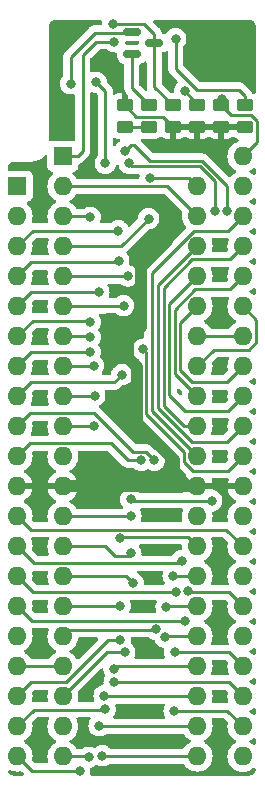
<source format=gbr>
%TF.GenerationSoftware,KiCad,Pcbnew,(6.0.7-1)-1*%
%TF.CreationDate,2022-09-30T17:05:21-04:00*%
%TF.ProjectId,tl866_27c322_adapter,746c3836-365f-4323-9763-3332325f6164,rev?*%
%TF.SameCoordinates,Original*%
%TF.FileFunction,Copper,L2,Bot*%
%TF.FilePolarity,Positive*%
%FSLAX46Y46*%
G04 Gerber Fmt 4.6, Leading zero omitted, Abs format (unit mm)*
G04 Created by KiCad (PCBNEW (6.0.7-1)-1) date 2022-09-30 17:05:21*
%MOMM*%
%LPD*%
G01*
G04 APERTURE LIST*
G04 Aperture macros list*
%AMRoundRect*
0 Rectangle with rounded corners*
0 $1 Rounding radius*
0 $2 $3 $4 $5 $6 $7 $8 $9 X,Y pos of 4 corners*
0 Add a 4 corners polygon primitive as box body*
4,1,4,$2,$3,$4,$5,$6,$7,$8,$9,$2,$3,0*
0 Add four circle primitives for the rounded corners*
1,1,$1+$1,$2,$3*
1,1,$1+$1,$4,$5*
1,1,$1+$1,$6,$7*
1,1,$1+$1,$8,$9*
0 Add four rect primitives between the rounded corners*
20,1,$1+$1,$2,$3,$4,$5,0*
20,1,$1+$1,$4,$5,$6,$7,0*
20,1,$1+$1,$6,$7,$8,$9,0*
20,1,$1+$1,$8,$9,$2,$3,0*%
G04 Aperture macros list end*
%TA.AperFunction,ComponentPad*%
%ADD10R,1.600000X1.600000*%
%TD*%
%TA.AperFunction,ComponentPad*%
%ADD11O,1.600000X1.600000*%
%TD*%
%TA.AperFunction,SMDPad,CuDef*%
%ADD12RoundRect,0.250000X0.450000X-0.262500X0.450000X0.262500X-0.450000X0.262500X-0.450000X-0.262500X0*%
%TD*%
%TA.AperFunction,SMDPad,CuDef*%
%ADD13RoundRect,0.250000X-0.450000X0.262500X-0.450000X-0.262500X0.450000X-0.262500X0.450000X0.262500X0*%
%TD*%
%TA.AperFunction,SMDPad,CuDef*%
%ADD14RoundRect,0.150000X-0.587500X-0.150000X0.587500X-0.150000X0.587500X0.150000X-0.587500X0.150000X0*%
%TD*%
%TA.AperFunction,ViaPad*%
%ADD15C,0.800000*%
%TD*%
%TA.AperFunction,Conductor*%
%ADD16C,1.000000*%
%TD*%
%TA.AperFunction,Conductor*%
%ADD17C,0.250000*%
%TD*%
G04 APERTURE END LIST*
D10*
%TO.P,J1,1,Pin_1*%
%TO.N,/A18*%
X132435600Y-64185800D03*
D11*
%TO.P,J1,2,Pin_2*%
%TO.N,/A17*%
X132435600Y-66725800D03*
%TO.P,J1,3,Pin_3*%
%TO.N,/A7*%
X132435600Y-69265800D03*
%TO.P,J1,4,Pin_4*%
%TO.N,/A6*%
X132435600Y-71805800D03*
%TO.P,J1,5,Pin_5*%
%TO.N,/A5*%
X132435600Y-74345800D03*
%TO.P,J1,6,Pin_6*%
%TO.N,/A4*%
X132435600Y-76885800D03*
%TO.P,J1,7,Pin_7*%
%TO.N,/A3*%
X132435600Y-79425800D03*
%TO.P,J1,8,Pin_8*%
%TO.N,/A2*%
X132435600Y-81965800D03*
%TO.P,J1,9,Pin_9*%
%TO.N,/A1*%
X132435600Y-84505800D03*
%TO.P,J1,10,Pin_10*%
%TO.N,/A0*%
X132435600Y-87045800D03*
%TO.P,J1,11,Pin_11*%
%TO.N,/{slash}E*%
X132435600Y-89585800D03*
%TO.P,J1,12,Pin_12*%
%TO.N,GND*%
X132435600Y-92125800D03*
%TO.P,J1,13,Pin_13*%
%TO.N,/{slash}GVpp*%
X132435600Y-94665800D03*
%TO.P,J1,14,Pin_14*%
%TO.N,/Q0*%
X132435600Y-97205800D03*
%TO.P,J1,15,Pin_15*%
%TO.N,/Q8*%
X132435600Y-99745800D03*
%TO.P,J1,16,Pin_16*%
%TO.N,/Q1*%
X132435600Y-102285800D03*
%TO.P,J1,17,Pin_17*%
%TO.N,/Q9*%
X132435600Y-104825800D03*
%TO.P,J1,18,Pin_18*%
%TO.N,/Q2*%
X132435600Y-107365800D03*
%TO.P,J1,19,Pin_19*%
%TO.N,/Q10*%
X132435600Y-109905800D03*
%TO.P,J1,20,Pin_20*%
%TO.N,/Q3*%
X132435600Y-112445800D03*
%TO.P,J1,21,Pin_21*%
%TO.N,/Q11*%
X132435600Y-114985800D03*
%TO.P,J1,22,Pin_22*%
%TO.N,VCC*%
X147675600Y-114985800D03*
%TO.P,J1,23,Pin_23*%
%TO.N,/Q4*%
X147675600Y-112445800D03*
%TO.P,J1,24,Pin_24*%
%TO.N,/Q12*%
X147675600Y-109905800D03*
%TO.P,J1,25,Pin_25*%
%TO.N,/Q5*%
X147675600Y-107365800D03*
%TO.P,J1,26,Pin_26*%
%TO.N,/Q13*%
X147675600Y-104825800D03*
%TO.P,J1,27,Pin_27*%
%TO.N,/Q6*%
X147675600Y-102285800D03*
%TO.P,J1,28,Pin_28*%
%TO.N,/Q14*%
X147675600Y-99745800D03*
%TO.P,J1,29,Pin_29*%
%TO.N,/Q7*%
X147675600Y-97205800D03*
%TO.P,J1,30,Pin_30*%
%TO.N,/Q15*%
X147675600Y-94665800D03*
%TO.P,J1,31,Pin_31*%
%TO.N,GND*%
X147675600Y-92125800D03*
%TO.P,J1,32,Pin_32*%
%TO.N,/A20*%
X147675600Y-89585800D03*
%TO.P,J1,33,Pin_33*%
%TO.N,/A16*%
X147675600Y-87045800D03*
%TO.P,J1,34,Pin_34*%
%TO.N,/A15*%
X147675600Y-84505800D03*
%TO.P,J1,35,Pin_35*%
%TO.N,/A14*%
X147675600Y-81965800D03*
%TO.P,J1,36,Pin_36*%
%TO.N,/A13*%
X147675600Y-79425800D03*
%TO.P,J1,37,Pin_37*%
%TO.N,/A12*%
X147675600Y-76885800D03*
%TO.P,J1,38,Pin_38*%
%TO.N,/A11*%
X147675600Y-74345800D03*
%TO.P,J1,39,Pin_39*%
%TO.N,/A10*%
X147675600Y-71805800D03*
%TO.P,J1,40,Pin_40*%
%TO.N,/A9*%
X147675600Y-69265800D03*
%TO.P,J1,41,Pin_41*%
%TO.N,/A8*%
X147675600Y-66725800D03*
%TO.P,J1,42,Pin_42*%
%TO.N,/A19*%
X147675600Y-64185800D03*
%TD*%
D10*
%TO.P,J2,1,Pin_1*%
%TO.N,/Vpp*%
X128569800Y-66705400D03*
D11*
%TO.P,J2,2,Pin_2*%
%TO.N,/{slash}E*%
X128569800Y-69245400D03*
%TO.P,J2,3,Pin_3*%
%TO.N,/Q15*%
X128569800Y-71785400D03*
%TO.P,J2,4,Pin_4*%
%TO.N,/Q14*%
X128569800Y-74325400D03*
%TO.P,J2,5,Pin_5*%
%TO.N,/Q13*%
X128569800Y-76865400D03*
%TO.P,J2,6,Pin_6*%
%TO.N,/Q12*%
X128569800Y-79405400D03*
%TO.P,J2,7,Pin_7*%
%TO.N,/Q11*%
X128569800Y-81945400D03*
%TO.P,J2,8,Pin_8*%
%TO.N,/Q10*%
X128569800Y-84485400D03*
%TO.P,J2,9,Pin_9*%
%TO.N,/Q9*%
X128569800Y-87025400D03*
%TO.P,J2,10,Pin_10*%
%TO.N,/Q8*%
X128569800Y-89565400D03*
%TO.P,J2,11,Pin_11*%
%TO.N,GND*%
X128569800Y-92105400D03*
%TO.P,J2,12,Pin_12*%
%TO.N,/Q7*%
X128569800Y-94645400D03*
%TO.P,J2,13,Pin_13*%
%TO.N,/Q6*%
X128569800Y-97185400D03*
%TO.P,J2,14,Pin_14*%
%TO.N,/Q5*%
X128569800Y-99725400D03*
%TO.P,J2,15,Pin_15*%
%TO.N,/Q4*%
X128569800Y-102265400D03*
%TO.P,J2,16,Pin_16*%
%TO.N,/Q3*%
X128569800Y-104805400D03*
%TO.P,J2,17,Pin_17*%
%TO.N,/Q2*%
X128569800Y-107345400D03*
%TO.P,J2,18,Pin_18*%
%TO.N,/Q1*%
X128569800Y-109885400D03*
%TO.P,J2,19,Pin_19*%
%TO.N,/Q0*%
X128569800Y-112425400D03*
%TO.P,J2,20,Pin_20*%
%TO.N,/{slash}OE*%
X128569800Y-114965400D03*
%TO.P,J2,21,Pin_21*%
%TO.N,/A0*%
X143809800Y-114965400D03*
%TO.P,J2,22,Pin_22*%
%TO.N,/A1*%
X143809800Y-112425400D03*
%TO.P,J2,23,Pin_23*%
%TO.N,/A2*%
X143809800Y-109885400D03*
%TO.P,J2,24,Pin_24*%
%TO.N,/A3*%
X143809800Y-107345400D03*
%TO.P,J2,25,Pin_25*%
%TO.N,/A4*%
X143809800Y-104805400D03*
%TO.P,J2,26,Pin_26*%
%TO.N,/A5*%
X143809800Y-102265400D03*
%TO.P,J2,27,Pin_27*%
%TO.N,/A6*%
X143809800Y-99725400D03*
%TO.P,J2,28,Pin_28*%
%TO.N,/A7*%
X143809800Y-97185400D03*
%TO.P,J2,29,Pin_29*%
%TO.N,/A8*%
X143809800Y-94645400D03*
%TO.P,J2,30,Pin_30*%
%TO.N,GND*%
X143809800Y-92105400D03*
%TO.P,J2,31,Pin_31*%
%TO.N,/A9*%
X143809800Y-89565400D03*
%TO.P,J2,32,Pin_32*%
%TO.N,/A10*%
X143809800Y-87025400D03*
%TO.P,J2,33,Pin_33*%
%TO.N,/A11*%
X143809800Y-84485400D03*
%TO.P,J2,34,Pin_34*%
%TO.N,/A12*%
X143809800Y-81945400D03*
%TO.P,J2,35,Pin_35*%
%TO.N,/A13*%
X143809800Y-79405400D03*
%TO.P,J2,36,Pin_36*%
%TO.N,/A14*%
X143809800Y-76865400D03*
%TO.P,J2,37,Pin_37*%
%TO.N,/A15*%
X143809800Y-74325400D03*
%TO.P,J2,38,Pin_38*%
%TO.N,/A16*%
X143809800Y-71785400D03*
%TO.P,J2,39,Pin_39*%
%TO.N,/A17*%
X143809800Y-69245400D03*
%TO.P,J2,40,Pin_40*%
%TO.N,VCC*%
X143809800Y-66705400D03*
%TD*%
D12*
%TO.P,R4,1*%
%TO.N,GND*%
X145821400Y-61694700D03*
%TO.P,R4,2*%
%TO.N,/A19*%
X145821400Y-59869700D03*
%TD*%
%TO.P,R5,1*%
%TO.N,GND*%
X147853400Y-61694700D03*
%TO.P,R5,2*%
%TO.N,/A18*%
X147853400Y-59869700D03*
%TD*%
D13*
%TO.P,R1,1*%
%TO.N,Net-(Q1-Pad1)*%
X139725400Y-59869700D03*
%TO.P,R1,2*%
%TO.N,VCC*%
X139725400Y-61694700D03*
%TD*%
D12*
%TO.P,R2,1*%
%TO.N,GND*%
X141757400Y-61694700D03*
%TO.P,R2,2*%
%TO.N,Net-(Q1-Pad3)*%
X141757400Y-59869700D03*
%TD*%
%TO.P,R3,1*%
%TO.N,GND*%
X143789400Y-61694700D03*
%TO.P,R3,2*%
%TO.N,Net-(R3-Pad2)*%
X143789400Y-59869700D03*
%TD*%
D14*
%TO.P,Q1,1,B*%
%TO.N,Net-(Q1-Pad1)*%
X138279900Y-55534600D03*
%TO.P,Q1,2,E*%
%TO.N,/Vpp*%
X138279900Y-53634600D03*
%TO.P,Q1,3,C*%
%TO.N,Net-(Q1-Pad3)*%
X140154900Y-54584600D03*
%TD*%
D13*
%TO.P,C1,1*%
%TO.N,GND*%
X137668000Y-59869700D03*
%TO.P,C1,2*%
%TO.N,VCC*%
X137668000Y-61694700D03*
%TD*%
D15*
%TO.N,GND*%
X145796000Y-61722000D03*
X141224000Y-70231000D03*
%TO.N,VCC*%
X139725400Y-61694700D03*
X139827000Y-66001300D03*
%TO.N,/A18*%
X141986000Y-54229000D03*
X136779000Y-54483000D03*
%TO.N,/A7*%
X137283000Y-96515300D03*
X134747000Y-69342000D03*
%TO.N,/A6*%
X139700000Y-69469000D03*
X141769500Y-99695000D03*
%TO.N,/A5*%
X137930952Y-74303952D03*
X141172000Y-102362000D03*
%TO.N,/A4*%
X141097000Y-104902000D03*
X137572500Y-76835000D03*
%TO.N,/A3*%
X134747000Y-79502000D03*
X136779000Y-107569000D03*
%TO.N,/A2*%
X135932500Y-109855000D03*
X135032500Y-81915000D03*
%TO.N,/A1*%
X135509000Y-112395000D03*
X135128000Y-84455000D03*
%TO.N,/A0*%
X135032500Y-86995000D03*
X135763000Y-114935000D03*
%TO.N,/{slash}GVpp*%
X135255000Y-57912000D03*
X138182500Y-94615000D03*
X136030025Y-64770964D03*
%TO.N,/Q0*%
X136017000Y-110998000D03*
X138180299Y-97794299D03*
%TO.N,/Q8*%
X138392500Y-100330000D03*
X139082500Y-89916000D03*
%TO.N,/Q1*%
X137282500Y-105156000D03*
X137283000Y-102235000D03*
%TO.N,/Q9*%
X140335000Y-104229500D03*
X140165500Y-89916000D03*
%TO.N,/Q10*%
X137668000Y-106172000D03*
X137445500Y-82665954D03*
%TO.N,/Q11*%
X134620000Y-115062000D03*
X134747000Y-80772000D03*
%TO.N,/Q4*%
X142748000Y-103505000D03*
X141859000Y-111125000D03*
%TO.N,/Q12*%
X136779000Y-108712000D03*
X134747000Y-78232000D03*
%TO.N,/Q5*%
X141896500Y-106172000D03*
X141986000Y-101092000D03*
%TO.N,/Q13*%
X145034000Y-93345000D03*
X138182500Y-93218000D03*
X135471500Y-75692000D03*
%TO.N,/Q6*%
X142494000Y-98425000D03*
X143002000Y-100965000D03*
%TO.N,/Q14*%
X138049000Y-64770000D03*
X145288000Y-68834000D03*
X137160000Y-73025000D03*
%TO.N,/Q15*%
X137122500Y-70485000D03*
X146304000Y-68834000D03*
X137668000Y-63754000D03*
%TO.N,/A20*%
X139229500Y-80518000D03*
%TO.N,/A19*%
X145923000Y-59309000D03*
%TO.N,/Vpp*%
X133096000Y-58039000D03*
%TO.N,/{slash}OE*%
X133858000Y-116205000D03*
%TO.N,Net-(Q1-Pad3)*%
X136652000Y-52959000D03*
%TO.N,Net-(R3-Pad2)*%
X142748000Y-58674000D03*
%TD*%
D16*
%TO.N,GND*%
X142905400Y-92105400D02*
X143809800Y-92105400D01*
D17*
X138655500Y-60857200D02*
X140919900Y-60857200D01*
D16*
X139065000Y-73533000D02*
X139065000Y-78613000D01*
X145821400Y-61696600D02*
X145821400Y-61694700D01*
X141859800Y-91059800D02*
X142905400Y-92105400D01*
X143809800Y-92105400D02*
X132456000Y-92105400D01*
X139065000Y-78613000D02*
X137922000Y-79756000D01*
D17*
X132456000Y-92105400D02*
X132435600Y-92125800D01*
X140919900Y-60857200D02*
X141757400Y-61694700D01*
D16*
X141224000Y-71374000D02*
X139065000Y-73533000D01*
X137922000Y-79756000D02*
X137922000Y-81280000D01*
X141859800Y-89916800D02*
X141859800Y-91059800D01*
X145796000Y-61722000D02*
X145821400Y-61696600D01*
X141224000Y-70231000D02*
X141224000Y-71374000D01*
X138679000Y-86736000D02*
X141859800Y-89916800D01*
D17*
X137668000Y-59869700D02*
X138655500Y-60857200D01*
D16*
X138679000Y-82037000D02*
X138679000Y-86736000D01*
X137922000Y-81280000D02*
X138679000Y-82037000D01*
D17*
%TO.N,VCC*%
X137668000Y-61694700D02*
X139725400Y-61694700D01*
X143105700Y-66001300D02*
X139827000Y-66001300D01*
X143809800Y-66705400D02*
X143105700Y-66001300D01*
%TO.N,/A18*%
X134112000Y-55626000D02*
X134112000Y-63754000D01*
X134112000Y-63754000D02*
X133680200Y-64185800D01*
X147853400Y-59071095D02*
X147329305Y-58547000D01*
X147853400Y-59869700D02*
X147853400Y-59071095D01*
X133680200Y-64185800D02*
X132435600Y-64185800D01*
X141986000Y-56769000D02*
X141986000Y-54229000D01*
X143764000Y-58547000D02*
X141986000Y-56769000D01*
X132486400Y-64135000D02*
X132435600Y-64185800D01*
X135255000Y-54483000D02*
X134112000Y-55626000D01*
X147329305Y-58547000D02*
X143764000Y-58547000D01*
X136779000Y-54483000D02*
X135255000Y-54483000D01*
%TO.N,/A17*%
X132435600Y-66725800D02*
X141290200Y-66725800D01*
X141290200Y-66725800D02*
X143809800Y-69245400D01*
%TO.N,/A7*%
X143017400Y-96393000D02*
X143809800Y-97185400D01*
X137283000Y-96515300D02*
X137405300Y-96393000D01*
X137405300Y-96393000D02*
X143017400Y-96393000D01*
X134747000Y-69342000D02*
X134670800Y-69265800D01*
X134670800Y-69265800D02*
X132435600Y-69265800D01*
%TO.N,/A6*%
X137363200Y-71805800D02*
X132435600Y-71805800D01*
X139700000Y-69469000D02*
X137363200Y-71805800D01*
X141799900Y-99725400D02*
X143809800Y-99725400D01*
X141769500Y-99695000D02*
X141799900Y-99725400D01*
%TO.N,/A5*%
X137930952Y-74303952D02*
X137278048Y-74303952D01*
X141268600Y-102265400D02*
X143809800Y-102265400D01*
X141172000Y-102362000D02*
X141268600Y-102265400D01*
X137236200Y-74345800D02*
X132435600Y-74345800D01*
X137278048Y-74303952D02*
X137236200Y-74345800D01*
%TO.N,/A4*%
X141097000Y-104902000D02*
X141193600Y-104805400D01*
X135913050Y-76835000D02*
X135862250Y-76885800D01*
X141193600Y-104805400D02*
X143809800Y-104805400D01*
X137572500Y-76835000D02*
X135913050Y-76835000D01*
X135862250Y-76885800D02*
X132435600Y-76885800D01*
%TO.N,/A3*%
X136779000Y-107569000D02*
X137002600Y-107345400D01*
X137002600Y-107345400D02*
X143809800Y-107345400D01*
X134747000Y-79502000D02*
X134670800Y-79425800D01*
X134670800Y-79425800D02*
X132435600Y-79425800D01*
%TO.N,/A2*%
X135962900Y-109885400D02*
X143809800Y-109885400D01*
X134981700Y-81965800D02*
X132435600Y-81965800D01*
X135932500Y-109855000D02*
X135962900Y-109885400D01*
X135032500Y-81915000D02*
X134981700Y-81965800D01*
%TO.N,/A1*%
X135539400Y-112425400D02*
X143809800Y-112425400D01*
X135077200Y-84505800D02*
X132435600Y-84505800D01*
X135128000Y-84455000D02*
X135077200Y-84505800D01*
X135509000Y-112395000D02*
X135539400Y-112425400D01*
%TO.N,/A0*%
X135763000Y-114935000D02*
X135793400Y-114965400D01*
X134981700Y-87045800D02*
X132435600Y-87045800D01*
X135793400Y-114965400D02*
X143809800Y-114965400D01*
X135032500Y-86995000D02*
X134981700Y-87045800D01*
%TO.N,/{slash}GVpp*%
X136030025Y-63640025D02*
X136030025Y-58687025D01*
X138182500Y-94615000D02*
X138131700Y-94665800D01*
X138131700Y-94665800D02*
X132435600Y-94665800D01*
X136030025Y-64770964D02*
X136030025Y-63640025D01*
X136030025Y-58687025D02*
X135255000Y-57912000D01*
%TO.N,/Q0*%
X129964400Y-111030800D02*
X128569800Y-112425400D01*
X135984200Y-111030800D02*
X129964400Y-111030800D01*
X136017000Y-110998000D02*
X135984200Y-111030800D01*
X137930598Y-98044000D02*
X136835598Y-98044000D01*
X138180299Y-97794299D02*
X137930598Y-98044000D01*
X136835598Y-98044000D02*
X135997398Y-97205800D01*
X135997398Y-97205800D02*
X132435600Y-97205800D01*
%TO.N,/Q8*%
X138392500Y-100330000D02*
X137808300Y-99745800D01*
X136482300Y-88460800D02*
X129674400Y-88460800D01*
X139082500Y-89916000D02*
X137937500Y-89916000D01*
X137937500Y-89916000D02*
X136482300Y-88460800D01*
X129674400Y-88460800D02*
X128569800Y-89565400D01*
X137808300Y-99745800D02*
X132435600Y-99745800D01*
%TO.N,/Q1*%
X137282500Y-105156000D02*
X136236391Y-105156000D01*
X129743200Y-108712000D02*
X128569800Y-109885400D01*
X137283000Y-102235000D02*
X137232200Y-102285800D01*
X137232200Y-102285800D02*
X132435600Y-102285800D01*
X136236391Y-105156000D02*
X132680391Y-108712000D01*
X132680391Y-108712000D02*
X129743200Y-108712000D01*
%TO.N,/Q9*%
X132994400Y-104267000D02*
X132435600Y-104825800D01*
X138340000Y-89191000D02*
X135069800Y-85920800D01*
X139440500Y-89191000D02*
X138340000Y-89191000D01*
X140165500Y-89916000D02*
X139440500Y-89191000D01*
X140297500Y-104267000D02*
X132994400Y-104267000D01*
X129674400Y-85920800D02*
X128569800Y-87025400D01*
X135069800Y-85920800D02*
X129674400Y-85920800D01*
X140335000Y-104229500D02*
X140297500Y-104267000D01*
%TO.N,/Q2*%
X128569800Y-107345400D02*
X132415200Y-107345400D01*
X132415200Y-107345400D02*
X132435600Y-107365800D01*
%TO.N,/Q10*%
X136169400Y-106172000D02*
X132435600Y-109905800D01*
X129743200Y-83312000D02*
X128569800Y-84485400D01*
X137445500Y-82665954D02*
X136799454Y-83312000D01*
X136799454Y-83312000D02*
X129743200Y-83312000D01*
X137668000Y-106172000D02*
X136169400Y-106172000D01*
%TO.N,/Q11*%
X129743200Y-80772000D02*
X128569800Y-81945400D01*
X134543800Y-114985800D02*
X134620000Y-115062000D01*
X132435600Y-114985800D02*
X134543800Y-114985800D01*
X134747000Y-80772000D02*
X129743200Y-80772000D01*
%TO.N,/Q4*%
X141859000Y-111125000D02*
X146354800Y-111125000D01*
X146354800Y-111125000D02*
X147675600Y-112445800D01*
X129809400Y-103505000D02*
X128569800Y-102265400D01*
X142748000Y-103505000D02*
X129809400Y-103505000D01*
%TO.N,/Q12*%
X129870200Y-78105000D02*
X128569800Y-79405400D01*
X146481800Y-108712000D02*
X147675600Y-109905800D01*
X134747000Y-78232000D02*
X134620000Y-78105000D01*
X136779000Y-108712000D02*
X146481800Y-108712000D01*
X134620000Y-78105000D02*
X129870200Y-78105000D01*
%TO.N,/Q5*%
X129936400Y-101092000D02*
X128569800Y-99725400D01*
X141896500Y-106172000D02*
X146481800Y-106172000D01*
X141986000Y-101092000D02*
X129936400Y-101092000D01*
X146481800Y-106172000D02*
X147675600Y-107365800D01*
%TO.N,/Q13*%
X129743200Y-75692000D02*
X128569800Y-76865400D01*
X135471500Y-75692000D02*
X129743200Y-75692000D01*
X145034000Y-93345000D02*
X138309500Y-93345000D01*
X138309500Y-93345000D02*
X138182500Y-93218000D01*
%TO.N,/Q6*%
X130005200Y-98620800D02*
X128569800Y-97185400D01*
X142298200Y-98620800D02*
X130005200Y-98620800D01*
X143002000Y-100965000D02*
X143129000Y-101092000D01*
X142494000Y-98425000D02*
X142298200Y-98620800D01*
X146481800Y-101092000D02*
X147675600Y-102285800D01*
X143129000Y-101092000D02*
X146481800Y-101092000D01*
%TO.N,/Q14*%
X137013599Y-73171401D02*
X129723799Y-73171401D01*
X144018000Y-65024000D02*
X145288000Y-66294000D01*
X137160000Y-73025000D02*
X137013599Y-73171401D01*
X138049000Y-64770000D02*
X138303000Y-65024000D01*
X129723799Y-73171401D02*
X128569800Y-74325400D01*
X138303000Y-65024000D02*
X144018000Y-65024000D01*
X145288000Y-66294000D02*
X145288000Y-68834000D01*
%TO.N,/Q7*%
X146260600Y-95790800D02*
X147675600Y-97205800D01*
X129715200Y-95790800D02*
X146260600Y-95790800D01*
X128569800Y-94645400D02*
X129715200Y-95790800D01*
%TO.N,/Q15*%
X129870200Y-70485000D02*
X128569800Y-71785400D01*
X146304000Y-66673604D02*
X146304000Y-68834000D01*
X144204396Y-64574000D02*
X146304000Y-66673604D01*
X137668000Y-63754000D02*
X138176500Y-63245500D01*
X138176500Y-63245500D02*
X138476305Y-63245500D01*
X139804805Y-64574000D02*
X144204396Y-64574000D01*
X137122500Y-70485000D02*
X129870200Y-70485000D01*
X138476305Y-63245500D02*
X139804805Y-64574000D01*
%TO.N,/A20*%
X139504000Y-86037000D02*
X142684800Y-89217800D01*
X139504000Y-80792500D02*
X139504000Y-86037000D01*
X142684800Y-90031391D02*
X143458409Y-90805000D01*
X143458409Y-90805000D02*
X146456400Y-90805000D01*
X139229500Y-80518000D02*
X139504000Y-80792500D01*
X142684800Y-89217800D02*
X142684800Y-90031391D01*
X146456400Y-90805000D02*
X147675600Y-89585800D01*
%TO.N,/A16*%
X143809800Y-71785400D02*
X140520000Y-75075200D01*
X140520000Y-85503366D02*
X143408634Y-88392000D01*
X143408634Y-88392000D02*
X146329400Y-88392000D01*
X146329400Y-88392000D02*
X147675600Y-87045800D01*
X140520000Y-75075200D02*
X140520000Y-85503366D01*
%TO.N,/A15*%
X143809800Y-74325400D02*
X141456199Y-76679001D01*
X141456199Y-84380401D02*
X142800798Y-85725000D01*
X146456400Y-85725000D02*
X147675600Y-84505800D01*
X141456199Y-76679001D02*
X141456199Y-84380401D01*
X142800798Y-85725000D02*
X146456400Y-85725000D01*
%TO.N,/A14*%
X147675600Y-81965800D02*
X146329400Y-83312000D01*
X142356199Y-82285199D02*
X142356199Y-78319001D01*
X146329400Y-83312000D02*
X143383000Y-83312000D01*
X143383000Y-83312000D02*
X142356199Y-82285199D01*
X142356199Y-78319001D02*
X143809800Y-76865400D01*
%TO.N,/A13*%
X147655200Y-79405400D02*
X147675600Y-79425800D01*
X143809800Y-79405400D02*
X147655200Y-79405400D01*
%TO.N,/A12*%
X148800600Y-78010800D02*
X147675600Y-76885800D01*
X148800600Y-79926400D02*
X148800600Y-78010800D01*
X148176200Y-80550800D02*
X148800600Y-79926400D01*
X145204400Y-80550800D02*
X148176200Y-80550800D01*
X143809800Y-81945400D02*
X145204400Y-80550800D01*
%TO.N,/A11*%
X141906199Y-77178010D02*
X143633809Y-75450400D01*
X143809800Y-84485400D02*
X141906199Y-82581799D01*
X143633809Y-75450400D02*
X146571000Y-75450400D01*
X146571000Y-75450400D02*
X147675600Y-74345800D01*
X141906199Y-82581799D02*
X141906199Y-77178010D01*
%TO.N,/A10*%
X143370600Y-72910400D02*
X146571000Y-72910400D01*
X146571000Y-72910400D02*
X147675600Y-71805800D01*
X143809800Y-87025400D02*
X142678430Y-87025400D01*
X140970000Y-75311000D02*
X143370600Y-72910400D01*
X142678430Y-87025400D02*
X140970000Y-85316970D01*
X140970000Y-85316970D02*
X140970000Y-75311000D01*
%TO.N,/A9*%
X143519209Y-70485000D02*
X146456400Y-70485000D01*
X139954000Y-85709600D02*
X139954000Y-74050209D01*
X139954000Y-74050209D02*
X143519209Y-70485000D01*
X143809800Y-89565400D02*
X139954000Y-85709600D01*
X146456400Y-70485000D02*
X147675600Y-69265800D01*
%TO.N,/A19*%
X148878400Y-61194027D02*
X148878400Y-62983000D01*
X148391573Y-60707200D02*
X148878400Y-61194027D01*
X145821400Y-59869700D02*
X146658900Y-60707200D01*
X145821400Y-59410600D02*
X145821400Y-59869700D01*
X146658900Y-60707200D02*
X148391573Y-60707200D01*
X148878400Y-62983000D02*
X147675600Y-64185800D01*
X145923000Y-59309000D02*
X145821400Y-59410600D01*
%TO.N,/Vpp*%
X133096000Y-55753000D02*
X133096000Y-58039000D01*
X135128000Y-53721000D02*
X133096000Y-55753000D01*
X128620600Y-66705400D02*
X128569800Y-66705400D01*
X138279900Y-53634600D02*
X138193500Y-53721000D01*
X138193500Y-53721000D02*
X135128000Y-53721000D01*
%TO.N,/{slash}OE*%
X128569800Y-114965400D02*
X129809400Y-116205000D01*
X129809400Y-116205000D02*
X133858000Y-116205000D01*
%TO.N,Net-(Q1-Pad1)*%
X139725400Y-59869700D02*
X138279900Y-58424200D01*
X138279900Y-58424200D02*
X138279900Y-55534600D01*
%TO.N,Net-(Q1-Pad3)*%
X140154900Y-53794900D02*
X140154900Y-54584600D01*
X140175400Y-56793704D02*
X140175400Y-58287700D01*
X136652000Y-52959000D02*
X139319000Y-52959000D01*
X140175400Y-58287700D02*
X141757400Y-59869700D01*
X140154900Y-54584600D02*
X140154900Y-56773204D01*
X140154900Y-56773204D02*
X140175400Y-56793704D01*
X139319000Y-52959000D02*
X140154900Y-53794900D01*
%TO.N,Net-(R3-Pad2)*%
X143789400Y-59869700D02*
X143789400Y-59715400D01*
X143789400Y-59715400D02*
X142748000Y-58674000D01*
%TD*%
%TA.AperFunction,Conductor*%
%TO.N,GND*%
G36*
X141043727Y-67379302D02*
G01*
X141064701Y-67396205D01*
X142500648Y-68832152D01*
X142534674Y-68894464D01*
X142533259Y-68953859D01*
X142517682Y-69011991D01*
X142517681Y-69011998D01*
X142516257Y-69017313D01*
X142496302Y-69245400D01*
X142516257Y-69473487D01*
X142517681Y-69478800D01*
X142517681Y-69478802D01*
X142564188Y-69652365D01*
X142575516Y-69694643D01*
X142577839Y-69699624D01*
X142577839Y-69699625D01*
X142669951Y-69897162D01*
X142669954Y-69897167D01*
X142672277Y-69902149D01*
X142803602Y-70089700D01*
X142822008Y-70108106D01*
X142856034Y-70170418D01*
X142850969Y-70241233D01*
X142822008Y-70286296D01*
X139561747Y-73546557D01*
X139553461Y-73554097D01*
X139546982Y-73558209D01*
X139541557Y-73563986D01*
X139500357Y-73607860D01*
X139497602Y-73610702D01*
X139477865Y-73630439D01*
X139475385Y-73633636D01*
X139467682Y-73642656D01*
X139437414Y-73674888D01*
X139433595Y-73681834D01*
X139433593Y-73681837D01*
X139427652Y-73692643D01*
X139416801Y-73709162D01*
X139404386Y-73725168D01*
X139401241Y-73732437D01*
X139401238Y-73732441D01*
X139386826Y-73765746D01*
X139381609Y-73776396D01*
X139360305Y-73815149D01*
X139358334Y-73822824D01*
X139358334Y-73822825D01*
X139355267Y-73834771D01*
X139348863Y-73853475D01*
X139340819Y-73872064D01*
X139339580Y-73879887D01*
X139339577Y-73879897D01*
X139333901Y-73915733D01*
X139331495Y-73927353D01*
X139322472Y-73962498D01*
X139320500Y-73970179D01*
X139320500Y-73990433D01*
X139318949Y-74010143D01*
X139315780Y-74030152D01*
X139316526Y-74038044D01*
X139319941Y-74074170D01*
X139320500Y-74086028D01*
X139320500Y-79483500D01*
X139300498Y-79551621D01*
X139246842Y-79598114D01*
X139194500Y-79609500D01*
X139134013Y-79609500D01*
X139127561Y-79610872D01*
X139127556Y-79610872D01*
X139046945Y-79628007D01*
X138947212Y-79649206D01*
X138941182Y-79651891D01*
X138941181Y-79651891D01*
X138778778Y-79724197D01*
X138778776Y-79724198D01*
X138772748Y-79726882D01*
X138618247Y-79839134D01*
X138613826Y-79844044D01*
X138613825Y-79844045D01*
X138590696Y-79869733D01*
X138490460Y-79981056D01*
X138487159Y-79986774D01*
X138400426Y-80137000D01*
X138394973Y-80146444D01*
X138335958Y-80328072D01*
X138315996Y-80518000D01*
X138335958Y-80707928D01*
X138394973Y-80889556D01*
X138398276Y-80895278D01*
X138398277Y-80895279D01*
X138432186Y-80954010D01*
X138490460Y-81054944D01*
X138494878Y-81059851D01*
X138494879Y-81059852D01*
X138609525Y-81187179D01*
X138618247Y-81196866D01*
X138772748Y-81309118D01*
X138778775Y-81311801D01*
X138778783Y-81311806D01*
X138795750Y-81319360D01*
X138849845Y-81365340D01*
X138870500Y-81434466D01*
X138870500Y-85958233D01*
X138869973Y-85969416D01*
X138868298Y-85976909D01*
X138868547Y-85984835D01*
X138868547Y-85984836D01*
X138870438Y-86044986D01*
X138870500Y-86048945D01*
X138870500Y-86076856D01*
X138870997Y-86080790D01*
X138870997Y-86080791D01*
X138871005Y-86080856D01*
X138871938Y-86092693D01*
X138873327Y-86136889D01*
X138878978Y-86156339D01*
X138882987Y-86175700D01*
X138885526Y-86195797D01*
X138888445Y-86203168D01*
X138888445Y-86203170D01*
X138901804Y-86236912D01*
X138905649Y-86248142D01*
X138917982Y-86290593D01*
X138922015Y-86297412D01*
X138922017Y-86297417D01*
X138928293Y-86308028D01*
X138936988Y-86325776D01*
X138944448Y-86344617D01*
X138949110Y-86351033D01*
X138949110Y-86351034D01*
X138970436Y-86380387D01*
X138976952Y-86390307D01*
X138999458Y-86428362D01*
X139013779Y-86442683D01*
X139026619Y-86457716D01*
X139038528Y-86474107D01*
X139044634Y-86479158D01*
X139072605Y-86502298D01*
X139081384Y-86510288D01*
X142014395Y-89443299D01*
X142048421Y-89505611D01*
X142051300Y-89532394D01*
X142051300Y-89952624D01*
X142050773Y-89963807D01*
X142049098Y-89971300D01*
X142049347Y-89979226D01*
X142049347Y-89979227D01*
X142051238Y-90039377D01*
X142051300Y-90043336D01*
X142051300Y-90071247D01*
X142051797Y-90075181D01*
X142051797Y-90075182D01*
X142051805Y-90075247D01*
X142052738Y-90087084D01*
X142054127Y-90131280D01*
X142059778Y-90150730D01*
X142063787Y-90170091D01*
X142066326Y-90190188D01*
X142069245Y-90197559D01*
X142069245Y-90197561D01*
X142082604Y-90231303D01*
X142086449Y-90242533D01*
X142098782Y-90284984D01*
X142102815Y-90291803D01*
X142102817Y-90291808D01*
X142109093Y-90302419D01*
X142117788Y-90320167D01*
X142125248Y-90339008D01*
X142129910Y-90345424D01*
X142129910Y-90345425D01*
X142151236Y-90374778D01*
X142157752Y-90384698D01*
X142169871Y-90405189D01*
X142180258Y-90422753D01*
X142194579Y-90437074D01*
X142207419Y-90452107D01*
X142219328Y-90468498D01*
X142253405Y-90496689D01*
X142262184Y-90504679D01*
X142822362Y-91064857D01*
X142856388Y-91127169D01*
X142851323Y-91197984D01*
X142822362Y-91243047D01*
X142807884Y-91257525D01*
X142800828Y-91265933D01*
X142675869Y-91444393D01*
X142670386Y-91453889D01*
X142578310Y-91651347D01*
X142574564Y-91661639D01*
X142528406Y-91833903D01*
X142528742Y-91847999D01*
X142536684Y-91851400D01*
X145077767Y-91851400D01*
X145091298Y-91847427D01*
X145092527Y-91838878D01*
X145045036Y-91661639D01*
X145041288Y-91651342D01*
X145025624Y-91617751D01*
X145014962Y-91547559D01*
X145043941Y-91482746D01*
X145103361Y-91443890D01*
X145139818Y-91438500D01*
X146355094Y-91438500D01*
X146423215Y-91458502D01*
X146469708Y-91512158D01*
X146479812Y-91582432D01*
X146469289Y-91617749D01*
X146444112Y-91671742D01*
X146440364Y-91682039D01*
X146394206Y-91854303D01*
X146394542Y-91868399D01*
X146402484Y-91871800D01*
X147803600Y-91871800D01*
X147871721Y-91891802D01*
X147918214Y-91945458D01*
X147929600Y-91997800D01*
X147929600Y-92253800D01*
X147909598Y-92321921D01*
X147855942Y-92368414D01*
X147803600Y-92379800D01*
X146407633Y-92379800D01*
X146394102Y-92383773D01*
X146392873Y-92392322D01*
X146440364Y-92569561D01*
X146444110Y-92579853D01*
X146536186Y-92777311D01*
X146541669Y-92786807D01*
X146666628Y-92965267D01*
X146673684Y-92973675D01*
X146827725Y-93127716D01*
X146836133Y-93134772D01*
X147014593Y-93259731D01*
X147024089Y-93265214D01*
X147058649Y-93281329D01*
X147111934Y-93328246D01*
X147131395Y-93396523D01*
X147110853Y-93464483D01*
X147058649Y-93509719D01*
X147023838Y-93525951D01*
X147023833Y-93525954D01*
X147018851Y-93528277D01*
X146923163Y-93595279D01*
X146835811Y-93656443D01*
X146835808Y-93656445D01*
X146831300Y-93659602D01*
X146669402Y-93821500D01*
X146666245Y-93826008D01*
X146666243Y-93826011D01*
X146624240Y-93885998D01*
X146538077Y-94009051D01*
X146535754Y-94014033D01*
X146535751Y-94014038D01*
X146443856Y-94211109D01*
X146441316Y-94216557D01*
X146439894Y-94221865D01*
X146439893Y-94221867D01*
X146383481Y-94432398D01*
X146382057Y-94437713D01*
X146362102Y-94665800D01*
X146382057Y-94893887D01*
X146383480Y-94899199D01*
X146383481Y-94899202D01*
X146409181Y-94995115D01*
X146407491Y-95066091D01*
X146367697Y-95124887D01*
X146302433Y-95152835D01*
X146286637Y-95153527D01*
X146280657Y-95152580D01*
X146272765Y-95153326D01*
X146272764Y-95153326D01*
X146236639Y-95156741D01*
X146224781Y-95157300D01*
X145191502Y-95157300D01*
X145123381Y-95137298D01*
X145076888Y-95083642D01*
X145066784Y-95013368D01*
X145069795Y-94998689D01*
X145101919Y-94878802D01*
X145101920Y-94878798D01*
X145103343Y-94873487D01*
X145123298Y-94645400D01*
X145103343Y-94417313D01*
X145101921Y-94412006D01*
X145101919Y-94411995D01*
X145097589Y-94395836D01*
X145099279Y-94324860D01*
X145139074Y-94266064D01*
X145193099Y-94239979D01*
X145229903Y-94232156D01*
X145316288Y-94213794D01*
X145355902Y-94196157D01*
X145484722Y-94138803D01*
X145484724Y-94138802D01*
X145490752Y-94136118D01*
X145645253Y-94023866D01*
X145656854Y-94010982D01*
X145768621Y-93886852D01*
X145768622Y-93886851D01*
X145773040Y-93881944D01*
X145831314Y-93781010D01*
X145865223Y-93722279D01*
X145865224Y-93722278D01*
X145868527Y-93716556D01*
X145927542Y-93534928D01*
X145930054Y-93511034D01*
X145946814Y-93351565D01*
X145947504Y-93345000D01*
X145932304Y-93200381D01*
X145928232Y-93161635D01*
X145928232Y-93161633D01*
X145927542Y-93155072D01*
X145868527Y-92973444D01*
X145856883Y-92953275D01*
X145776341Y-92813774D01*
X145773040Y-92808056D01*
X145753908Y-92786807D01*
X145649675Y-92671045D01*
X145649674Y-92671044D01*
X145645253Y-92666134D01*
X145490752Y-92553882D01*
X145484724Y-92551198D01*
X145484722Y-92551197D01*
X145322319Y-92478891D01*
X145322318Y-92478891D01*
X145316288Y-92476206D01*
X145189821Y-92449324D01*
X145127349Y-92415597D01*
X145113428Y-92390389D01*
X145111552Y-92391659D01*
X145092495Y-92363502D01*
X145082916Y-92359400D01*
X142541833Y-92359400D01*
X142528302Y-92363373D01*
X142527073Y-92371922D01*
X142575563Y-92552889D01*
X142573873Y-92623865D01*
X142534079Y-92682661D01*
X142468814Y-92710609D01*
X142453856Y-92711500D01*
X139005050Y-92711500D01*
X138936929Y-92691498D01*
X138911414Y-92669810D01*
X138798175Y-92544045D01*
X138798174Y-92544044D01*
X138793753Y-92539134D01*
X138639252Y-92426882D01*
X138633224Y-92424198D01*
X138633222Y-92424197D01*
X138470819Y-92351891D01*
X138470818Y-92351891D01*
X138464788Y-92349206D01*
X138371388Y-92329353D01*
X138284444Y-92310872D01*
X138284439Y-92310872D01*
X138277987Y-92309500D01*
X138087013Y-92309500D01*
X138080561Y-92310872D01*
X138080556Y-92310872D01*
X137993612Y-92329353D01*
X137900212Y-92349206D01*
X137894182Y-92351891D01*
X137894181Y-92351891D01*
X137731778Y-92424197D01*
X137731776Y-92424198D01*
X137725748Y-92426882D01*
X137571247Y-92539134D01*
X137443460Y-92681056D01*
X137387887Y-92777311D01*
X137382405Y-92786807D01*
X137347973Y-92846444D01*
X137288958Y-93028072D01*
X137288268Y-93034633D01*
X137288268Y-93034635D01*
X137276270Y-93148794D01*
X137268996Y-93218000D01*
X137269686Y-93224565D01*
X137283112Y-93352302D01*
X137288958Y-93407928D01*
X137347973Y-93589556D01*
X137351276Y-93595278D01*
X137351277Y-93595279D01*
X137374812Y-93636043D01*
X137443460Y-93754944D01*
X137503830Y-93821991D01*
X137534546Y-93885998D01*
X137525781Y-93956451D01*
X137480318Y-94010982D01*
X137410192Y-94032300D01*
X133654994Y-94032300D01*
X133586873Y-94012298D01*
X133551781Y-93978571D01*
X133444957Y-93826011D01*
X133444955Y-93826008D01*
X133441798Y-93821500D01*
X133279900Y-93659602D01*
X133275392Y-93656445D01*
X133275389Y-93656443D01*
X133188037Y-93595279D01*
X133092349Y-93528277D01*
X133087367Y-93525954D01*
X133087362Y-93525951D01*
X133052551Y-93509719D01*
X132999266Y-93462802D01*
X132979805Y-93394525D01*
X133000347Y-93326565D01*
X133052551Y-93281329D01*
X133087111Y-93265214D01*
X133096607Y-93259731D01*
X133275067Y-93134772D01*
X133283475Y-93127716D01*
X133437516Y-92973675D01*
X133444572Y-92965267D01*
X133569531Y-92786807D01*
X133575014Y-92777311D01*
X133667090Y-92579853D01*
X133670836Y-92569561D01*
X133716994Y-92397297D01*
X133716658Y-92383201D01*
X133708716Y-92379800D01*
X131167633Y-92379800D01*
X131154102Y-92383773D01*
X131152873Y-92392322D01*
X131200364Y-92569561D01*
X131204110Y-92579853D01*
X131296186Y-92777311D01*
X131301669Y-92786807D01*
X131426628Y-92965267D01*
X131433684Y-92973675D01*
X131587725Y-93127716D01*
X131596133Y-93134772D01*
X131774593Y-93259731D01*
X131784089Y-93265214D01*
X131818649Y-93281329D01*
X131871934Y-93328246D01*
X131891395Y-93396523D01*
X131870853Y-93464483D01*
X131818649Y-93509719D01*
X131783838Y-93525951D01*
X131783833Y-93525954D01*
X131778851Y-93528277D01*
X131683163Y-93595279D01*
X131595811Y-93656443D01*
X131595808Y-93656445D01*
X131591300Y-93659602D01*
X131429402Y-93821500D01*
X131426245Y-93826008D01*
X131426243Y-93826011D01*
X131384240Y-93885998D01*
X131298077Y-94009051D01*
X131295754Y-94014033D01*
X131295751Y-94014038D01*
X131203856Y-94211109D01*
X131201316Y-94216557D01*
X131199894Y-94221865D01*
X131199893Y-94221867D01*
X131143481Y-94432398D01*
X131142057Y-94437713D01*
X131122102Y-94665800D01*
X131142057Y-94893887D01*
X131170139Y-94998688D01*
X131168449Y-95069665D01*
X131128655Y-95128461D01*
X131063391Y-95156409D01*
X131048432Y-95157300D01*
X130029795Y-95157300D01*
X129961674Y-95137298D01*
X129940700Y-95120395D01*
X129878952Y-95058647D01*
X129844926Y-94996335D01*
X129846340Y-94936941D01*
X129863343Y-94873487D01*
X129883298Y-94645400D01*
X129863343Y-94417313D01*
X129809550Y-94216557D01*
X129805507Y-94201467D01*
X129805506Y-94201465D01*
X129804084Y-94196157D01*
X129727677Y-94032300D01*
X129709649Y-93993638D01*
X129709646Y-93993633D01*
X129707323Y-93988651D01*
X129593441Y-93826011D01*
X129579157Y-93805611D01*
X129579155Y-93805608D01*
X129575998Y-93801100D01*
X129414100Y-93639202D01*
X129409592Y-93636045D01*
X129409589Y-93636043D01*
X129331411Y-93581302D01*
X129226549Y-93507877D01*
X129221567Y-93505554D01*
X129221562Y-93505551D01*
X129186751Y-93489319D01*
X129133466Y-93442402D01*
X129114005Y-93374125D01*
X129134547Y-93306165D01*
X129186751Y-93260929D01*
X129221311Y-93244814D01*
X129230807Y-93239331D01*
X129409267Y-93114372D01*
X129417675Y-93107316D01*
X129571716Y-92953275D01*
X129578772Y-92944867D01*
X129703731Y-92766407D01*
X129709214Y-92756911D01*
X129801290Y-92559453D01*
X129805036Y-92549161D01*
X129851194Y-92376897D01*
X129850858Y-92362801D01*
X129842916Y-92359400D01*
X128441800Y-92359400D01*
X128373679Y-92339398D01*
X128327186Y-92285742D01*
X128315800Y-92233400D01*
X128315800Y-91977400D01*
X128335802Y-91909279D01*
X128389458Y-91862786D01*
X128441800Y-91851400D01*
X129837767Y-91851400D01*
X129851298Y-91847427D01*
X129852527Y-91838878D01*
X129805036Y-91661639D01*
X129801290Y-91651347D01*
X129709214Y-91453889D01*
X129703731Y-91444393D01*
X129578772Y-91265933D01*
X129571716Y-91257525D01*
X129417675Y-91103484D01*
X129409267Y-91096428D01*
X129230807Y-90971469D01*
X129221311Y-90965986D01*
X129186751Y-90949871D01*
X129133466Y-90902954D01*
X129114005Y-90834677D01*
X129134547Y-90766717D01*
X129186751Y-90721481D01*
X129221562Y-90705249D01*
X129221567Y-90705246D01*
X129226549Y-90702923D01*
X129367600Y-90604158D01*
X129409589Y-90574757D01*
X129409592Y-90574755D01*
X129414100Y-90571598D01*
X129575998Y-90409700D01*
X129707323Y-90222149D01*
X129709646Y-90217167D01*
X129709649Y-90217162D01*
X129801761Y-90019625D01*
X129801761Y-90019624D01*
X129804084Y-90014643D01*
X129818338Y-89961449D01*
X129861919Y-89798802D01*
X129861919Y-89798800D01*
X129863343Y-89793487D01*
X129883298Y-89565400D01*
X129863343Y-89337313D01*
X129861920Y-89332001D01*
X129861918Y-89331991D01*
X129846341Y-89273859D01*
X129848030Y-89202883D01*
X129878952Y-89152152D01*
X129899899Y-89131205D01*
X129962211Y-89097179D01*
X129988994Y-89094300D01*
X131048432Y-89094300D01*
X131116553Y-89114302D01*
X131163046Y-89167958D01*
X131173150Y-89238232D01*
X131170140Y-89252905D01*
X131142057Y-89357713D01*
X131122102Y-89585800D01*
X131142057Y-89813887D01*
X131143480Y-89819198D01*
X131143481Y-89819202D01*
X131182410Y-89964484D01*
X131201316Y-90035043D01*
X131203639Y-90040024D01*
X131203639Y-90040025D01*
X131295751Y-90237562D01*
X131295754Y-90237567D01*
X131298077Y-90242549D01*
X131345975Y-90310954D01*
X131424258Y-90422753D01*
X131429402Y-90430100D01*
X131591300Y-90591998D01*
X131595808Y-90595155D01*
X131595811Y-90595157D01*
X131600941Y-90598749D01*
X131778851Y-90723323D01*
X131783833Y-90725646D01*
X131783838Y-90725649D01*
X131818649Y-90741881D01*
X131871934Y-90788798D01*
X131891395Y-90857075D01*
X131870853Y-90925035D01*
X131818649Y-90970271D01*
X131784089Y-90986386D01*
X131774593Y-90991869D01*
X131596133Y-91116828D01*
X131587725Y-91123884D01*
X131433684Y-91277925D01*
X131426628Y-91286333D01*
X131301669Y-91464793D01*
X131296186Y-91474289D01*
X131204110Y-91671747D01*
X131200364Y-91682039D01*
X131154206Y-91854303D01*
X131154542Y-91868399D01*
X131162484Y-91871800D01*
X133703567Y-91871800D01*
X133717098Y-91867827D01*
X133718327Y-91859278D01*
X133670836Y-91682039D01*
X133667090Y-91671747D01*
X133575014Y-91474289D01*
X133569531Y-91464793D01*
X133444572Y-91286333D01*
X133437516Y-91277925D01*
X133283475Y-91123884D01*
X133275067Y-91116828D01*
X133096607Y-90991869D01*
X133087111Y-90986386D01*
X133052551Y-90970271D01*
X132999266Y-90923354D01*
X132979805Y-90855077D01*
X133000347Y-90787117D01*
X133052551Y-90741881D01*
X133087362Y-90725649D01*
X133087367Y-90725646D01*
X133092349Y-90723323D01*
X133270259Y-90598749D01*
X133275389Y-90595157D01*
X133275392Y-90595155D01*
X133279900Y-90591998D01*
X133441798Y-90430100D01*
X133446943Y-90422753D01*
X133525225Y-90310954D01*
X133573123Y-90242549D01*
X133575446Y-90237567D01*
X133575449Y-90237562D01*
X133667561Y-90040025D01*
X133667561Y-90040024D01*
X133669884Y-90035043D01*
X133688791Y-89964484D01*
X133727719Y-89819202D01*
X133727720Y-89819198D01*
X133729143Y-89813887D01*
X133749098Y-89585800D01*
X133729143Y-89357713D01*
X133701061Y-89252910D01*
X133702751Y-89181935D01*
X133742545Y-89123139D01*
X133807809Y-89095191D01*
X133822768Y-89094300D01*
X136167706Y-89094300D01*
X136235827Y-89114302D01*
X136256801Y-89131205D01*
X137433843Y-90308247D01*
X137441387Y-90316537D01*
X137445500Y-90323018D01*
X137451277Y-90328443D01*
X137495167Y-90369658D01*
X137498009Y-90372413D01*
X137517731Y-90392135D01*
X137520855Y-90394558D01*
X137520859Y-90394562D01*
X137520924Y-90394612D01*
X137529945Y-90402317D01*
X137562179Y-90432586D01*
X137569127Y-90436405D01*
X137569129Y-90436407D01*
X137579932Y-90442346D01*
X137596459Y-90453202D01*
X137606198Y-90460757D01*
X137606200Y-90460758D01*
X137612460Y-90465614D01*
X137653040Y-90483174D01*
X137663688Y-90488391D01*
X137702440Y-90509695D01*
X137710116Y-90511666D01*
X137710119Y-90511667D01*
X137722062Y-90514733D01*
X137740767Y-90521137D01*
X137759355Y-90529181D01*
X137767178Y-90530420D01*
X137767188Y-90530423D01*
X137803024Y-90536099D01*
X137814644Y-90538505D01*
X137849789Y-90547528D01*
X137857470Y-90549500D01*
X137877724Y-90549500D01*
X137897434Y-90551051D01*
X137917443Y-90554220D01*
X137925335Y-90553474D01*
X137961461Y-90550059D01*
X137973319Y-90549500D01*
X138374300Y-90549500D01*
X138442421Y-90569502D01*
X138461647Y-90585843D01*
X138461920Y-90585540D01*
X138466832Y-90589963D01*
X138471247Y-90594866D01*
X138625748Y-90707118D01*
X138631776Y-90709802D01*
X138631778Y-90709803D01*
X138703827Y-90741881D01*
X138800212Y-90784794D01*
X138870264Y-90799684D01*
X138980556Y-90823128D01*
X138980561Y-90823128D01*
X138987013Y-90824500D01*
X139177987Y-90824500D01*
X139184439Y-90823128D01*
X139184444Y-90823128D01*
X139294736Y-90799684D01*
X139364788Y-90784794D01*
X139461173Y-90741881D01*
X139533222Y-90709803D01*
X139533224Y-90709802D01*
X139539252Y-90707118D01*
X139549938Y-90699354D01*
X139616803Y-90675495D01*
X139685955Y-90691573D01*
X139698057Y-90699350D01*
X139708748Y-90707118D01*
X139714776Y-90709802D01*
X139714778Y-90709803D01*
X139786827Y-90741881D01*
X139883212Y-90784794D01*
X139953264Y-90799684D01*
X140063556Y-90823128D01*
X140063561Y-90823128D01*
X140070013Y-90824500D01*
X140260987Y-90824500D01*
X140267439Y-90823128D01*
X140267444Y-90823128D01*
X140377736Y-90799684D01*
X140447788Y-90784794D01*
X140544173Y-90741881D01*
X140616222Y-90709803D01*
X140616224Y-90709802D01*
X140622252Y-90707118D01*
X140776753Y-90594866D01*
X140799591Y-90569502D01*
X140900121Y-90457852D01*
X140900122Y-90457851D01*
X140904540Y-90452944D01*
X140981193Y-90320178D01*
X140996723Y-90293279D01*
X140996724Y-90293278D01*
X141000027Y-90287556D01*
X141059042Y-90105928D01*
X141062274Y-90075182D01*
X141078314Y-89922565D01*
X141079004Y-89916000D01*
X141059042Y-89726072D01*
X141000027Y-89544444D01*
X140904540Y-89379056D01*
X140866955Y-89337313D01*
X140781175Y-89242045D01*
X140781174Y-89242044D01*
X140776753Y-89237134D01*
X140622252Y-89124882D01*
X140616224Y-89122198D01*
X140616222Y-89122197D01*
X140453819Y-89049891D01*
X140453818Y-89049891D01*
X140447788Y-89047206D01*
X140345670Y-89025500D01*
X140267444Y-89008872D01*
X140267439Y-89008872D01*
X140260987Y-89007500D01*
X140205095Y-89007500D01*
X140136974Y-88987498D01*
X140116000Y-88970595D01*
X139944152Y-88798747D01*
X139936612Y-88790461D01*
X139932500Y-88783982D01*
X139882848Y-88737356D01*
X139880007Y-88734602D01*
X139860270Y-88714865D01*
X139857073Y-88712385D01*
X139848051Y-88704680D01*
X139821600Y-88679841D01*
X139815821Y-88674414D01*
X139808875Y-88670595D01*
X139808872Y-88670593D01*
X139798066Y-88664652D01*
X139781547Y-88653801D01*
X139781083Y-88653441D01*
X139765541Y-88641386D01*
X139758272Y-88638241D01*
X139758268Y-88638238D01*
X139724963Y-88623826D01*
X139714313Y-88618609D01*
X139675560Y-88597305D01*
X139655937Y-88592267D01*
X139637234Y-88585863D01*
X139625920Y-88580967D01*
X139625919Y-88580967D01*
X139618645Y-88577819D01*
X139610822Y-88576580D01*
X139610812Y-88576577D01*
X139574976Y-88570901D01*
X139563356Y-88568495D01*
X139528211Y-88559472D01*
X139528210Y-88559472D01*
X139520530Y-88557500D01*
X139500276Y-88557500D01*
X139480565Y-88555949D01*
X139468386Y-88554020D01*
X139460557Y-88552780D01*
X139452665Y-88553526D01*
X139416539Y-88556941D01*
X139404681Y-88557500D01*
X138654595Y-88557500D01*
X138586474Y-88537498D01*
X138565500Y-88520595D01*
X135573452Y-85528547D01*
X135565912Y-85520261D01*
X135561800Y-85513782D01*
X135514069Y-85468960D01*
X135478104Y-85407748D01*
X135480941Y-85336808D01*
X135521681Y-85278664D01*
X135549074Y-85262003D01*
X135578719Y-85248805D01*
X135578726Y-85248801D01*
X135584752Y-85246118D01*
X135739253Y-85133866D01*
X135762498Y-85108050D01*
X135862621Y-84996852D01*
X135862622Y-84996851D01*
X135867040Y-84991944D01*
X135962527Y-84826556D01*
X136021542Y-84644928D01*
X136041504Y-84455000D01*
X136022871Y-84277713D01*
X136022232Y-84271635D01*
X136022232Y-84271633D01*
X136021542Y-84265072D01*
X135971297Y-84110435D01*
X135969269Y-84039469D01*
X136005932Y-83978671D01*
X136069644Y-83947346D01*
X136091130Y-83945500D01*
X136720687Y-83945500D01*
X136731870Y-83946027D01*
X136739363Y-83947702D01*
X136747289Y-83947453D01*
X136747290Y-83947453D01*
X136807440Y-83945562D01*
X136811399Y-83945500D01*
X136839310Y-83945500D01*
X136843245Y-83945003D01*
X136843310Y-83944995D01*
X136855147Y-83944062D01*
X136887405Y-83943048D01*
X136891424Y-83942922D01*
X136899343Y-83942673D01*
X136918797Y-83937021D01*
X136938154Y-83933013D01*
X136950384Y-83931468D01*
X136950385Y-83931468D01*
X136958251Y-83930474D01*
X136965622Y-83927555D01*
X136965624Y-83927555D01*
X136999366Y-83914196D01*
X137010596Y-83910351D01*
X137045437Y-83900229D01*
X137045438Y-83900229D01*
X137053047Y-83898018D01*
X137059866Y-83893985D01*
X137059871Y-83893983D01*
X137070482Y-83887707D01*
X137088230Y-83879012D01*
X137107071Y-83871552D01*
X137142841Y-83845564D01*
X137152761Y-83839048D01*
X137183989Y-83820580D01*
X137183992Y-83820578D01*
X137190816Y-83816542D01*
X137205137Y-83802221D01*
X137220171Y-83789380D01*
X137230147Y-83782132D01*
X137236561Y-83777472D01*
X137264747Y-83743401D01*
X137272736Y-83734622D01*
X137395999Y-83611359D01*
X137458311Y-83577333D01*
X137485094Y-83574454D01*
X137540987Y-83574454D01*
X137547439Y-83573082D01*
X137547444Y-83573082D01*
X137634387Y-83554601D01*
X137727788Y-83534748D01*
X137733819Y-83532063D01*
X137896222Y-83459757D01*
X137896224Y-83459756D01*
X137902252Y-83457072D01*
X138056753Y-83344820D01*
X138135752Y-83257083D01*
X138180121Y-83207806D01*
X138180122Y-83207805D01*
X138184540Y-83202898D01*
X138280027Y-83037510D01*
X138339042Y-82855882D01*
X138359004Y-82665954D01*
X138352298Y-82602149D01*
X138339732Y-82482589D01*
X138339732Y-82482587D01*
X138339042Y-82476026D01*
X138280027Y-82294398D01*
X138275500Y-82286556D01*
X138221997Y-82193887D01*
X138184540Y-82129010D01*
X138162857Y-82104928D01*
X138061175Y-81991999D01*
X138061174Y-81991998D01*
X138056753Y-81987088D01*
X137902252Y-81874836D01*
X137896224Y-81872152D01*
X137896222Y-81872151D01*
X137733819Y-81799845D01*
X137733818Y-81799845D01*
X137727788Y-81797160D01*
X137634388Y-81777307D01*
X137547444Y-81758826D01*
X137547439Y-81758826D01*
X137540987Y-81757454D01*
X137350013Y-81757454D01*
X137343561Y-81758826D01*
X137343556Y-81758826D01*
X137256612Y-81777307D01*
X137163212Y-81797160D01*
X137157182Y-81799845D01*
X137157181Y-81799845D01*
X136994778Y-81872151D01*
X136994776Y-81872152D01*
X136988748Y-81874836D01*
X136834247Y-81987088D01*
X136829826Y-81991998D01*
X136829825Y-81991999D01*
X136728144Y-82104928D01*
X136706460Y-82129010D01*
X136669003Y-82193887D01*
X136615501Y-82286556D01*
X136610973Y-82294398D01*
X136551958Y-82476026D01*
X136551269Y-82482585D01*
X136551268Y-82482588D01*
X136542536Y-82565671D01*
X136515523Y-82631327D01*
X136457301Y-82671957D01*
X136417226Y-82678500D01*
X135850548Y-82678500D01*
X135782427Y-82658498D01*
X135735934Y-82604842D01*
X135725830Y-82534568D01*
X135756911Y-82468191D01*
X135771540Y-82451944D01*
X135858871Y-82300683D01*
X135863723Y-82292279D01*
X135863724Y-82292278D01*
X135867027Y-82286556D01*
X135926042Y-82104928D01*
X135938836Y-81983205D01*
X135945314Y-81921565D01*
X135946004Y-81915000D01*
X135933619Y-81797160D01*
X135926732Y-81731635D01*
X135926732Y-81731633D01*
X135926042Y-81725072D01*
X135867027Y-81543444D01*
X135854570Y-81521867D01*
X135774841Y-81383774D01*
X135771540Y-81378056D01*
X135760091Y-81365340D01*
X135648175Y-81241045D01*
X135648174Y-81241044D01*
X135643753Y-81236134D01*
X135638408Y-81232251D01*
X135633502Y-81227833D01*
X135635434Y-81225687D01*
X135599796Y-81179498D01*
X135593699Y-81108764D01*
X135597361Y-81094824D01*
X135640542Y-80961928D01*
X135644712Y-80922258D01*
X135659814Y-80778565D01*
X135660504Y-80772000D01*
X135640542Y-80582072D01*
X135581527Y-80400444D01*
X135486040Y-80235056D01*
X135473662Y-80221309D01*
X135442946Y-80157303D01*
X135451710Y-80086850D01*
X135473661Y-80052693D01*
X135486040Y-80038944D01*
X135581527Y-79873556D01*
X135640542Y-79691928D01*
X135645177Y-79647834D01*
X135659814Y-79508565D01*
X135660504Y-79502000D01*
X135651920Y-79420325D01*
X135641232Y-79318635D01*
X135641232Y-79318633D01*
X135640542Y-79312072D01*
X135581527Y-79130444D01*
X135486040Y-78965056D01*
X135473662Y-78951309D01*
X135442946Y-78887303D01*
X135451710Y-78816850D01*
X135473661Y-78782693D01*
X135486040Y-78768944D01*
X135581527Y-78603556D01*
X135640542Y-78421928D01*
X135660504Y-78232000D01*
X135640542Y-78042072D01*
X135581527Y-77860444D01*
X135493686Y-77708299D01*
X135476948Y-77639305D01*
X135500168Y-77572213D01*
X135555975Y-77528326D01*
X135602805Y-77519300D01*
X135783483Y-77519300D01*
X135794666Y-77519827D01*
X135802159Y-77521502D01*
X135810085Y-77521253D01*
X135810086Y-77521253D01*
X135870236Y-77519362D01*
X135874195Y-77519300D01*
X135902106Y-77519300D01*
X135906041Y-77518803D01*
X135906106Y-77518795D01*
X135917943Y-77517862D01*
X135950201Y-77516848D01*
X135954220Y-77516722D01*
X135962139Y-77516473D01*
X135981593Y-77510821D01*
X136000950Y-77506813D01*
X136013180Y-77505268D01*
X136013181Y-77505268D01*
X136021047Y-77504274D01*
X136028418Y-77501355D01*
X136028420Y-77501355D01*
X136062162Y-77487996D01*
X136073392Y-77484151D01*
X136085876Y-77480524D01*
X136110044Y-77473503D01*
X136145195Y-77468500D01*
X136864300Y-77468500D01*
X136932421Y-77488502D01*
X136951647Y-77504843D01*
X136951920Y-77504540D01*
X136956832Y-77508963D01*
X136961247Y-77513866D01*
X136966747Y-77517862D01*
X137015295Y-77553134D01*
X137115748Y-77626118D01*
X137121776Y-77628802D01*
X137121778Y-77628803D01*
X137270586Y-77695056D01*
X137290212Y-77703794D01*
X137383613Y-77723647D01*
X137470556Y-77742128D01*
X137470561Y-77742128D01*
X137477013Y-77743500D01*
X137667987Y-77743500D01*
X137674439Y-77742128D01*
X137674444Y-77742128D01*
X137761387Y-77723647D01*
X137854788Y-77703794D01*
X137874414Y-77695056D01*
X138023222Y-77628803D01*
X138023224Y-77628802D01*
X138029252Y-77626118D01*
X138183753Y-77513866D01*
X138206591Y-77488502D01*
X138307121Y-77376852D01*
X138307122Y-77376851D01*
X138311540Y-77371944D01*
X138407027Y-77206556D01*
X138466042Y-77024928D01*
X138486004Y-76835000D01*
X138467371Y-76657713D01*
X138466732Y-76651635D01*
X138466732Y-76651633D01*
X138466042Y-76645072D01*
X138407027Y-76463444D01*
X138394570Y-76441867D01*
X138314841Y-76303774D01*
X138311540Y-76298056D01*
X138231040Y-76208651D01*
X138188175Y-76161045D01*
X138188174Y-76161044D01*
X138183753Y-76156134D01*
X138029252Y-76043882D01*
X138023224Y-76041198D01*
X138023222Y-76041197D01*
X137860819Y-75968891D01*
X137860818Y-75968891D01*
X137854788Y-75966206D01*
X137761388Y-75946353D01*
X137674444Y-75927872D01*
X137674439Y-75927872D01*
X137667987Y-75926500D01*
X137477013Y-75926500D01*
X137470561Y-75927872D01*
X137470556Y-75927872D01*
X137383612Y-75946353D01*
X137290212Y-75966206D01*
X137284182Y-75968891D01*
X137284181Y-75968891D01*
X137121778Y-76041197D01*
X137121776Y-76041198D01*
X137115748Y-76043882D01*
X136961247Y-76156134D01*
X136956832Y-76161037D01*
X136951920Y-76165460D01*
X136950795Y-76164211D01*
X136897486Y-76197051D01*
X136864300Y-76201500D01*
X136434630Y-76201500D01*
X136366509Y-76181498D01*
X136320016Y-76127842D01*
X136309912Y-76057568D01*
X136314795Y-76036570D01*
X136365042Y-75881928D01*
X136385004Y-75692000D01*
X136371097Y-75559684D01*
X136365732Y-75508635D01*
X136365732Y-75508633D01*
X136365042Y-75502072D01*
X136306027Y-75320444D01*
X136218186Y-75168299D01*
X136201448Y-75099305D01*
X136224668Y-75032213D01*
X136280475Y-74988326D01*
X136327305Y-74979300D01*
X137157433Y-74979300D01*
X137168616Y-74979827D01*
X137176109Y-74981502D01*
X137184035Y-74981253D01*
X137184036Y-74981253D01*
X137244186Y-74979362D01*
X137248145Y-74979300D01*
X137273917Y-74979300D01*
X137342038Y-74999302D01*
X137347978Y-75003364D01*
X137461107Y-75085557D01*
X137474200Y-75095070D01*
X137480228Y-75097754D01*
X137480230Y-75097755D01*
X137608931Y-75155056D01*
X137648664Y-75172746D01*
X137730308Y-75190100D01*
X137829008Y-75211080D01*
X137829013Y-75211080D01*
X137835465Y-75212452D01*
X138026439Y-75212452D01*
X138032891Y-75211080D01*
X138032896Y-75211080D01*
X138131596Y-75190100D01*
X138213240Y-75172746D01*
X138252973Y-75155056D01*
X138381674Y-75097755D01*
X138381676Y-75097754D01*
X138387704Y-75095070D01*
X138400798Y-75085557D01*
X138498936Y-75014255D01*
X138542205Y-74982818D01*
X138546627Y-74977907D01*
X138665573Y-74845804D01*
X138665574Y-74845803D01*
X138669992Y-74840896D01*
X138765479Y-74675508D01*
X138824494Y-74493880D01*
X138844456Y-74303952D01*
X138824494Y-74114024D01*
X138765479Y-73932396D01*
X138669992Y-73767008D01*
X138581844Y-73669109D01*
X138546627Y-73629997D01*
X138546626Y-73629996D01*
X138542205Y-73625086D01*
X138387704Y-73512834D01*
X138381676Y-73510150D01*
X138381674Y-73510149D01*
X138219271Y-73437843D01*
X138219270Y-73437843D01*
X138213240Y-73435158D01*
X138206779Y-73433785D01*
X138206774Y-73433783D01*
X138133804Y-73418272D01*
X138071330Y-73384544D01*
X138037009Y-73322394D01*
X138040168Y-73256091D01*
X138051502Y-73221209D01*
X138051504Y-73221202D01*
X138053542Y-73214928D01*
X138073504Y-73025000D01*
X138064588Y-72940166D01*
X138054232Y-72841635D01*
X138054232Y-72841633D01*
X138053542Y-72835072D01*
X137994527Y-72653444D01*
X137899040Y-72488056D01*
X137826893Y-72407928D01*
X137796176Y-72343921D01*
X137804941Y-72273468D01*
X137823446Y-72243303D01*
X137828499Y-72237195D01*
X137836488Y-72228416D01*
X139650499Y-70414405D01*
X139712811Y-70380379D01*
X139739594Y-70377500D01*
X139795487Y-70377500D01*
X139801939Y-70376128D01*
X139801944Y-70376128D01*
X139888888Y-70357647D01*
X139982288Y-70337794D01*
X139988319Y-70335109D01*
X140150722Y-70262803D01*
X140150724Y-70262802D01*
X140156752Y-70260118D01*
X140311253Y-70147866D01*
X140315675Y-70142955D01*
X140434621Y-70010852D01*
X140434622Y-70010851D01*
X140439040Y-70005944D01*
X140527486Y-69852751D01*
X140531223Y-69846279D01*
X140531224Y-69846278D01*
X140534527Y-69840556D01*
X140593542Y-69658928D01*
X140598177Y-69614834D01*
X140612814Y-69475565D01*
X140613504Y-69469000D01*
X140593542Y-69279072D01*
X140534527Y-69097444D01*
X140439040Y-68932056D01*
X140339826Y-68821867D01*
X140315675Y-68795045D01*
X140315674Y-68795044D01*
X140311253Y-68790134D01*
X140156752Y-68677882D01*
X140150724Y-68675198D01*
X140150722Y-68675197D01*
X139988319Y-68602891D01*
X139988318Y-68602891D01*
X139982288Y-68600206D01*
X139880504Y-68578571D01*
X139801944Y-68561872D01*
X139801939Y-68561872D01*
X139795487Y-68560500D01*
X139604513Y-68560500D01*
X139598061Y-68561872D01*
X139598056Y-68561872D01*
X139519496Y-68578571D01*
X139417712Y-68600206D01*
X139411682Y-68602891D01*
X139411681Y-68602891D01*
X139249278Y-68675197D01*
X139249276Y-68675198D01*
X139243248Y-68677882D01*
X139088747Y-68790134D01*
X139084326Y-68795044D01*
X139084325Y-68795045D01*
X139060175Y-68821867D01*
X138960960Y-68932056D01*
X138865473Y-69097444D01*
X138806458Y-69279072D01*
X138805768Y-69285633D01*
X138805768Y-69285635D01*
X138789093Y-69444292D01*
X138762080Y-69509949D01*
X138752878Y-69520217D01*
X138147304Y-70125791D01*
X138084992Y-70159817D01*
X138014177Y-70154752D01*
X137957341Y-70112205D01*
X137949090Y-70099696D01*
X137864842Y-69953774D01*
X137864839Y-69953769D01*
X137861540Y-69948056D01*
X137774097Y-69850940D01*
X137738175Y-69811045D01*
X137738174Y-69811044D01*
X137733753Y-69806134D01*
X137598089Y-69707568D01*
X137584594Y-69697763D01*
X137584593Y-69697762D01*
X137579252Y-69693882D01*
X137573224Y-69691198D01*
X137573222Y-69691197D01*
X137410819Y-69618891D01*
X137410818Y-69618891D01*
X137404788Y-69616206D01*
X137311388Y-69596353D01*
X137224444Y-69577872D01*
X137224439Y-69577872D01*
X137217987Y-69576500D01*
X137027013Y-69576500D01*
X137020561Y-69577872D01*
X137020556Y-69577872D01*
X136933612Y-69596353D01*
X136840212Y-69616206D01*
X136834182Y-69618891D01*
X136834181Y-69618891D01*
X136671778Y-69691197D01*
X136671776Y-69691198D01*
X136665748Y-69693882D01*
X136660407Y-69697762D01*
X136660406Y-69697763D01*
X136646911Y-69707568D01*
X136511247Y-69806134D01*
X136506832Y-69811037D01*
X136501920Y-69815460D01*
X136500795Y-69814211D01*
X136447486Y-69847051D01*
X136414300Y-69851500D01*
X135710130Y-69851500D01*
X135642009Y-69831498D01*
X135595516Y-69777842D01*
X135585412Y-69707568D01*
X135590295Y-69686570D01*
X135640542Y-69531928D01*
X135660504Y-69342000D01*
X135651920Y-69260325D01*
X135641232Y-69158635D01*
X135641232Y-69158633D01*
X135640542Y-69152072D01*
X135581527Y-68970444D01*
X135486040Y-68805056D01*
X135358253Y-68663134D01*
X135249532Y-68584143D01*
X135209094Y-68554763D01*
X135209093Y-68554762D01*
X135203752Y-68550882D01*
X135197724Y-68548198D01*
X135197722Y-68548197D01*
X135035319Y-68475891D01*
X135035318Y-68475891D01*
X135029288Y-68473206D01*
X134935888Y-68453353D01*
X134848944Y-68434872D01*
X134848939Y-68434872D01*
X134842487Y-68433500D01*
X134651513Y-68433500D01*
X134645061Y-68434872D01*
X134645056Y-68434872D01*
X134558112Y-68453353D01*
X134464712Y-68473206D01*
X134458682Y-68475891D01*
X134458681Y-68475891D01*
X134296278Y-68548197D01*
X134296276Y-68548198D01*
X134290248Y-68550882D01*
X134284907Y-68554762D01*
X134284906Y-68554763D01*
X134211307Y-68608236D01*
X134144439Y-68632095D01*
X134137246Y-68632300D01*
X133654994Y-68632300D01*
X133586873Y-68612298D01*
X133551781Y-68578571D01*
X133444957Y-68426011D01*
X133444955Y-68426008D01*
X133441798Y-68421500D01*
X133279900Y-68259602D01*
X133275392Y-68256445D01*
X133275389Y-68256443D01*
X133197211Y-68201702D01*
X133092349Y-68128277D01*
X133087367Y-68125954D01*
X133087362Y-68125951D01*
X133053143Y-68109995D01*
X132999858Y-68063078D01*
X132980397Y-67994801D01*
X133000939Y-67926841D01*
X133053143Y-67881605D01*
X133087362Y-67865649D01*
X133087367Y-67865646D01*
X133092349Y-67863323D01*
X133240922Y-67759291D01*
X133275389Y-67735157D01*
X133275392Y-67735155D01*
X133279900Y-67731998D01*
X133441798Y-67570100D01*
X133453398Y-67553534D01*
X133551781Y-67413029D01*
X133607238Y-67368701D01*
X133654994Y-67359300D01*
X140975606Y-67359300D01*
X141043727Y-67379302D01*
G37*
%TD.AperFunction*%
%TA.AperFunction,Conductor*%
G36*
X148049521Y-61460702D02*
G01*
X148096014Y-61514358D01*
X148107400Y-61566700D01*
X148107400Y-61822700D01*
X148087398Y-61890821D01*
X148033742Y-61937314D01*
X147981400Y-61948700D01*
X146093515Y-61948700D01*
X146078276Y-61953175D01*
X146077071Y-61954565D01*
X146075400Y-61962248D01*
X146075400Y-62697084D01*
X146079875Y-62712323D01*
X146081265Y-62713528D01*
X146088948Y-62715199D01*
X146318495Y-62715199D01*
X146325014Y-62714862D01*
X146420606Y-62704943D01*
X146434000Y-62702051D01*
X146588184Y-62650612D01*
X146601362Y-62644439D01*
X146739207Y-62559137D01*
X146756345Y-62545554D01*
X146757696Y-62547258D01*
X146810614Y-62518304D01*
X146881434Y-62523307D01*
X146918794Y-62547274D01*
X146919483Y-62546401D01*
X146936640Y-62559951D01*
X147074643Y-62645016D01*
X147087824Y-62651163D01*
X147248641Y-62704504D01*
X147247946Y-62706599D01*
X147301176Y-62735452D01*
X147335393Y-62797659D01*
X147330547Y-62868490D01*
X147288176Y-62925457D01*
X147244970Y-62946528D01*
X147231670Y-62950092D01*
X147231666Y-62950093D01*
X147226357Y-62951516D01*
X147221376Y-62953839D01*
X147221375Y-62953839D01*
X147023838Y-63045951D01*
X147023833Y-63045954D01*
X147018851Y-63048277D01*
X146973482Y-63080045D01*
X146835811Y-63176443D01*
X146835808Y-63176445D01*
X146831300Y-63179602D01*
X146669402Y-63341500D01*
X146666245Y-63346008D01*
X146666243Y-63346011D01*
X146611502Y-63424189D01*
X146538077Y-63529051D01*
X146535754Y-63534033D01*
X146535751Y-63534038D01*
X146449881Y-63718189D01*
X146441316Y-63736557D01*
X146439894Y-63741865D01*
X146439893Y-63741867D01*
X146386959Y-63939417D01*
X146382057Y-63957713D01*
X146362102Y-64185800D01*
X146382057Y-64413887D01*
X146383481Y-64419200D01*
X146383481Y-64419202D01*
X146436534Y-64617195D01*
X146441316Y-64635043D01*
X146443639Y-64640024D01*
X146443639Y-64640025D01*
X146535751Y-64837562D01*
X146535754Y-64837567D01*
X146538077Y-64842549D01*
X146568594Y-64886131D01*
X146647436Y-64998729D01*
X146669402Y-65030100D01*
X146831300Y-65191998D01*
X146835808Y-65195155D01*
X146835811Y-65195157D01*
X146877142Y-65224097D01*
X147018851Y-65323323D01*
X147023833Y-65325646D01*
X147023838Y-65325649D01*
X147058057Y-65341605D01*
X147111342Y-65388522D01*
X147130803Y-65456799D01*
X147110261Y-65524759D01*
X147058057Y-65569995D01*
X147023838Y-65585951D01*
X147023833Y-65585954D01*
X147018851Y-65588277D01*
X146928547Y-65651509D01*
X146835811Y-65716443D01*
X146835808Y-65716445D01*
X146831300Y-65719602D01*
X146669402Y-65881500D01*
X146666243Y-65886012D01*
X146666241Y-65886014D01*
X146647792Y-65912361D01*
X146592334Y-65956689D01*
X146521715Y-65963997D01*
X146455485Y-65929184D01*
X144708048Y-64181747D01*
X144700508Y-64173461D01*
X144696396Y-64166982D01*
X144646744Y-64120356D01*
X144643903Y-64117602D01*
X144624166Y-64097865D01*
X144620969Y-64095385D01*
X144611947Y-64087680D01*
X144609419Y-64085306D01*
X144579717Y-64057414D01*
X144572771Y-64053595D01*
X144572768Y-64053593D01*
X144561962Y-64047652D01*
X144545443Y-64036801D01*
X144540564Y-64033017D01*
X144529437Y-64024386D01*
X144522168Y-64021241D01*
X144522164Y-64021238D01*
X144488859Y-64006826D01*
X144478209Y-64001609D01*
X144439456Y-63980305D01*
X144419833Y-63975267D01*
X144401130Y-63968863D01*
X144389816Y-63963967D01*
X144389815Y-63963967D01*
X144382541Y-63960819D01*
X144374718Y-63959580D01*
X144374708Y-63959577D01*
X144338872Y-63953901D01*
X144327252Y-63951495D01*
X144292107Y-63942472D01*
X144292106Y-63942472D01*
X144284426Y-63940500D01*
X144264172Y-63940500D01*
X144244461Y-63938949D01*
X144232282Y-63937020D01*
X144224453Y-63935780D01*
X144216561Y-63936526D01*
X144180435Y-63939941D01*
X144168577Y-63940500D01*
X140119399Y-63940500D01*
X140051278Y-63920498D01*
X140030304Y-63903595D01*
X139049290Y-62922580D01*
X139015264Y-62860268D01*
X139020329Y-62789452D01*
X139062876Y-62732617D01*
X139129396Y-62707806D01*
X139151224Y-62708141D01*
X139225000Y-62715700D01*
X140225800Y-62715700D01*
X140229046Y-62715363D01*
X140229050Y-62715363D01*
X140324708Y-62705438D01*
X140324712Y-62705437D01*
X140331566Y-62704726D01*
X140338102Y-62702545D01*
X140338104Y-62702545D01*
X140490189Y-62651805D01*
X140499346Y-62648750D01*
X140649748Y-62555678D01*
X140654921Y-62550496D01*
X140660658Y-62545949D01*
X140661998Y-62547640D01*
X140714969Y-62518657D01*
X140785789Y-62523662D01*
X140822728Y-62547357D01*
X140823483Y-62546401D01*
X140840640Y-62559951D01*
X140978643Y-62645016D01*
X140991824Y-62651163D01*
X141146110Y-62702338D01*
X141159486Y-62705205D01*
X141253838Y-62714872D01*
X141260254Y-62715200D01*
X141485285Y-62715200D01*
X141500524Y-62710725D01*
X141501729Y-62709335D01*
X141503400Y-62701652D01*
X141503400Y-62697084D01*
X142011400Y-62697084D01*
X142015875Y-62712323D01*
X142017265Y-62713528D01*
X142024948Y-62715199D01*
X142254495Y-62715199D01*
X142261014Y-62714862D01*
X142356606Y-62704943D01*
X142370000Y-62702051D01*
X142524184Y-62650612D01*
X142537362Y-62644439D01*
X142675207Y-62559137D01*
X142692345Y-62545554D01*
X142693696Y-62547258D01*
X142746614Y-62518304D01*
X142817434Y-62523307D01*
X142854794Y-62547274D01*
X142855483Y-62546401D01*
X142872640Y-62559951D01*
X143010643Y-62645016D01*
X143023824Y-62651163D01*
X143178110Y-62702338D01*
X143191486Y-62705205D01*
X143285838Y-62714872D01*
X143292254Y-62715200D01*
X143517285Y-62715200D01*
X143532524Y-62710725D01*
X143533729Y-62709335D01*
X143535400Y-62701652D01*
X143535400Y-62697084D01*
X144043400Y-62697084D01*
X144047875Y-62712323D01*
X144049265Y-62713528D01*
X144056948Y-62715199D01*
X144286495Y-62715199D01*
X144293014Y-62714862D01*
X144388606Y-62704943D01*
X144402000Y-62702051D01*
X144556184Y-62650612D01*
X144569362Y-62644439D01*
X144707207Y-62559137D01*
X144724345Y-62545554D01*
X144725696Y-62547258D01*
X144778614Y-62518304D01*
X144849434Y-62523307D01*
X144886794Y-62547274D01*
X144887483Y-62546401D01*
X144904640Y-62559951D01*
X145042643Y-62645016D01*
X145055824Y-62651163D01*
X145210110Y-62702338D01*
X145223486Y-62705205D01*
X145317838Y-62714872D01*
X145324254Y-62715200D01*
X145549285Y-62715200D01*
X145564524Y-62710725D01*
X145565729Y-62709335D01*
X145567400Y-62701652D01*
X145567400Y-61966815D01*
X145562925Y-61951576D01*
X145561535Y-61950371D01*
X145553852Y-61948700D01*
X144061515Y-61948700D01*
X144046276Y-61953175D01*
X144045071Y-61954565D01*
X144043400Y-61962248D01*
X144043400Y-62697084D01*
X143535400Y-62697084D01*
X143535400Y-61966815D01*
X143530925Y-61951576D01*
X143529535Y-61950371D01*
X143521852Y-61948700D01*
X142029515Y-61948700D01*
X142014276Y-61953175D01*
X142013071Y-61954565D01*
X142011400Y-61962248D01*
X142011400Y-62697084D01*
X141503400Y-62697084D01*
X141503400Y-61566700D01*
X141523402Y-61498579D01*
X141577058Y-61452086D01*
X141629400Y-61440700D01*
X147981400Y-61440700D01*
X148049521Y-61460702D01*
G37*
%TD.AperFunction*%
%TA.AperFunction,Conductor*%
G36*
X136138921Y-55136502D02*
G01*
X136158147Y-55152843D01*
X136158420Y-55152540D01*
X136163332Y-55156963D01*
X136167747Y-55161866D01*
X136173086Y-55165745D01*
X136304193Y-55261000D01*
X136322248Y-55274118D01*
X136328276Y-55276802D01*
X136328278Y-55276803D01*
X136483604Y-55345958D01*
X136496712Y-55351794D01*
X136590112Y-55371647D01*
X136677056Y-55390128D01*
X136677061Y-55390128D01*
X136683513Y-55391500D01*
X136874487Y-55391500D01*
X136881253Y-55390062D01*
X136881700Y-55389967D01*
X136882147Y-55390001D01*
X136887515Y-55389437D01*
X136887618Y-55390418D01*
X136952491Y-55395367D01*
X137009125Y-55438182D01*
X137033620Y-55504819D01*
X137033900Y-55513213D01*
X137033900Y-55751102D01*
X137036838Y-55788431D01*
X137083255Y-55948201D01*
X137087292Y-55955027D01*
X137163909Y-56084580D01*
X137163911Y-56084583D01*
X137167947Y-56091407D01*
X137285593Y-56209053D01*
X137292417Y-56213089D01*
X137292420Y-56213091D01*
X137366770Y-56257061D01*
X137428799Y-56293745D01*
X137436409Y-56295956D01*
X137436414Y-56295958D01*
X137555552Y-56330570D01*
X137615388Y-56368783D01*
X137645066Y-56433279D01*
X137646400Y-56451567D01*
X137646400Y-58345433D01*
X137645873Y-58356616D01*
X137644198Y-58364109D01*
X137644447Y-58372035D01*
X137644447Y-58372036D01*
X137646338Y-58432186D01*
X137646400Y-58436145D01*
X137646400Y-58464056D01*
X137646897Y-58467990D01*
X137646897Y-58467991D01*
X137646905Y-58468056D01*
X137647838Y-58479893D01*
X137649227Y-58524089D01*
X137654878Y-58543539D01*
X137658887Y-58562900D01*
X137659813Y-58570226D01*
X137661426Y-58582997D01*
X137664345Y-58590368D01*
X137664345Y-58590370D01*
X137677704Y-58624112D01*
X137681549Y-58635342D01*
X137690284Y-58665408D01*
X137693882Y-58677793D01*
X137697915Y-58684612D01*
X137697917Y-58684617D01*
X137704193Y-58695228D01*
X137712888Y-58712976D01*
X137720348Y-58731817D01*
X137725010Y-58738233D01*
X137725010Y-58738234D01*
X137746336Y-58767587D01*
X137752852Y-58777507D01*
X137766192Y-58800063D01*
X137775358Y-58815562D01*
X137789679Y-58829883D01*
X137802519Y-58844916D01*
X137814428Y-58861307D01*
X137832761Y-58876473D01*
X137848505Y-58889498D01*
X137857284Y-58897488D01*
X137885095Y-58925299D01*
X137919121Y-58987611D01*
X137922000Y-59014394D01*
X137922000Y-59997700D01*
X137901998Y-60065821D01*
X137848342Y-60112314D01*
X137796000Y-60123700D01*
X137540000Y-60123700D01*
X137471879Y-60103698D01*
X137425386Y-60050042D01*
X137414000Y-59997700D01*
X137414000Y-58867316D01*
X137409525Y-58852077D01*
X137408135Y-58850872D01*
X137400452Y-58849201D01*
X137170905Y-58849201D01*
X137164386Y-58849538D01*
X137068794Y-58859457D01*
X137055400Y-58862349D01*
X136901216Y-58913788D01*
X136888042Y-58919959D01*
X136855829Y-58939894D01*
X136787377Y-58958732D01*
X136719607Y-58937571D01*
X136674036Y-58883131D01*
X136663525Y-58832750D01*
X136663525Y-58765792D01*
X136664052Y-58754609D01*
X136665727Y-58747116D01*
X136665118Y-58727720D01*
X136663587Y-58679026D01*
X136663525Y-58675068D01*
X136663525Y-58647169D01*
X136663021Y-58643178D01*
X136662088Y-58631336D01*
X136662035Y-58629631D01*
X136660699Y-58587136D01*
X136658487Y-58579522D01*
X136658486Y-58579517D01*
X136655048Y-58567684D01*
X136651037Y-58548320D01*
X136649492Y-58536089D01*
X136648499Y-58528228D01*
X136645582Y-58520861D01*
X136645581Y-58520856D01*
X136632223Y-58487117D01*
X136628379Y-58475890D01*
X136618255Y-58441047D01*
X136616043Y-58433432D01*
X136611722Y-58426125D01*
X136605732Y-58415997D01*
X136597037Y-58398249D01*
X136589577Y-58379408D01*
X136563589Y-58343638D01*
X136557073Y-58333718D01*
X136538605Y-58302490D01*
X136538603Y-58302487D01*
X136534567Y-58295663D01*
X136520246Y-58281342D01*
X136507405Y-58266308D01*
X136500156Y-58256331D01*
X136495497Y-58249918D01*
X136489392Y-58244867D01*
X136489387Y-58244862D01*
X136461427Y-58221731D01*
X136452649Y-58213744D01*
X136329507Y-58090602D01*
X136202122Y-57963218D01*
X136168097Y-57900905D01*
X136165907Y-57887292D01*
X136149232Y-57728635D01*
X136149232Y-57728633D01*
X136148542Y-57722072D01*
X136089527Y-57540444D01*
X135994040Y-57375056D01*
X135959303Y-57336476D01*
X135870675Y-57238045D01*
X135870674Y-57238044D01*
X135866253Y-57233134D01*
X135711752Y-57120882D01*
X135705724Y-57118198D01*
X135705722Y-57118197D01*
X135543319Y-57045891D01*
X135543318Y-57045891D01*
X135537288Y-57043206D01*
X135440312Y-57022593D01*
X135356944Y-57004872D01*
X135356939Y-57004872D01*
X135350487Y-57003500D01*
X135159513Y-57003500D01*
X135153061Y-57004872D01*
X135153056Y-57004872D01*
X135069688Y-57022593D01*
X134972712Y-57043206D01*
X134966682Y-57045891D01*
X134966681Y-57045891D01*
X134922749Y-57065451D01*
X134852382Y-57074885D01*
X134788085Y-57044779D01*
X134750271Y-56984690D01*
X134745500Y-56950344D01*
X134745500Y-55940595D01*
X134765502Y-55872474D01*
X134782405Y-55851499D01*
X135480501Y-55153404D01*
X135542813Y-55119379D01*
X135569596Y-55116500D01*
X136070800Y-55116500D01*
X136138921Y-55136502D01*
G37*
%TD.AperFunction*%
%TD*%
%TA.AperFunction,NonConductor*%
G36*
X138851021Y-54463102D02*
G01*
X138897514Y-54516758D01*
X138908900Y-54569100D01*
X138908900Y-54600100D01*
X138888898Y-54668221D01*
X138835242Y-54714714D01*
X138782900Y-54726100D01*
X137806891Y-54726100D01*
X137738770Y-54706098D01*
X137692277Y-54652442D01*
X137681581Y-54586930D01*
X137684839Y-54555930D01*
X137711852Y-54490273D01*
X137770073Y-54449643D01*
X137810149Y-54443100D01*
X138782900Y-54443100D01*
X138851021Y-54463102D01*
G37*
%TD.AperFunction*%
%TA.AperFunction,NonConductor*%
G36*
X139439432Y-56147994D02*
G01*
X139496268Y-56190541D01*
X139521079Y-56257061D01*
X139521400Y-56266050D01*
X139521400Y-56694437D01*
X139520873Y-56705620D01*
X139519198Y-56713113D01*
X139519447Y-56721039D01*
X139519447Y-56721040D01*
X139521338Y-56781190D01*
X139521400Y-56785149D01*
X139521400Y-56813060D01*
X139521897Y-56816994D01*
X139521897Y-56816995D01*
X139521905Y-56817060D01*
X139522838Y-56828897D01*
X139524227Y-56873093D01*
X139529878Y-56892543D01*
X139533887Y-56911904D01*
X139536426Y-56932001D01*
X139538298Y-56936730D01*
X139541900Y-56965243D01*
X139541900Y-58208933D01*
X139541373Y-58220116D01*
X139539698Y-58227609D01*
X139539947Y-58235535D01*
X139539947Y-58235536D01*
X139541838Y-58295686D01*
X139541900Y-58299645D01*
X139541900Y-58327556D01*
X139542397Y-58331490D01*
X139542397Y-58331491D01*
X139542405Y-58331556D01*
X139543338Y-58343393D01*
X139544727Y-58387589D01*
X139550378Y-58407039D01*
X139554387Y-58426400D01*
X139556926Y-58446497D01*
X139559844Y-58453867D01*
X139568132Y-58474799D01*
X139574613Y-58545499D01*
X139541841Y-58608480D01*
X139480223Y-58643745D01*
X139409320Y-58640098D01*
X139361886Y-58610280D01*
X138950305Y-58198699D01*
X138916279Y-58136387D01*
X138913400Y-58109604D01*
X138913400Y-56451567D01*
X138933402Y-56383446D01*
X138987058Y-56336953D01*
X139004248Y-56330570D01*
X139123386Y-56295958D01*
X139123391Y-56295956D01*
X139131001Y-56293745D01*
X139193030Y-56257061D01*
X139267380Y-56213091D01*
X139267383Y-56213089D01*
X139274207Y-56209053D01*
X139306305Y-56176955D01*
X139368617Y-56142929D01*
X139439432Y-56147994D01*
G37*
%TD.AperFunction*%
%TA.AperFunction,NonConductor*%
G36*
X141284983Y-55245698D02*
G01*
X141336037Y-55295033D01*
X141352500Y-55357303D01*
X141352500Y-56690233D01*
X141351973Y-56701416D01*
X141350298Y-56708909D01*
X141350547Y-56716835D01*
X141350547Y-56716836D01*
X141352438Y-56776986D01*
X141352500Y-56780945D01*
X141352500Y-56808856D01*
X141352997Y-56812790D01*
X141352997Y-56812791D01*
X141353005Y-56812856D01*
X141353938Y-56824693D01*
X141355327Y-56868889D01*
X141358759Y-56880701D01*
X141360978Y-56888339D01*
X141364987Y-56907700D01*
X141367526Y-56927797D01*
X141370445Y-56935168D01*
X141370445Y-56935170D01*
X141383804Y-56968912D01*
X141387649Y-56980142D01*
X141399982Y-57022593D01*
X141404015Y-57029412D01*
X141404017Y-57029417D01*
X141410293Y-57040028D01*
X141418988Y-57057776D01*
X141426448Y-57076617D01*
X141431110Y-57083033D01*
X141431110Y-57083034D01*
X141452436Y-57112387D01*
X141458952Y-57122307D01*
X141460405Y-57124763D01*
X141481458Y-57160362D01*
X141495779Y-57174683D01*
X141508619Y-57189716D01*
X141520528Y-57206107D01*
X141526634Y-57211158D01*
X141554605Y-57234298D01*
X141563384Y-57242288D01*
X142137794Y-57816698D01*
X142171820Y-57879010D01*
X142166755Y-57949825D01*
X142136240Y-57994678D01*
X142136747Y-57995134D01*
X142008960Y-58137056D01*
X142005659Y-58142774D01*
X141920628Y-58290052D01*
X141913473Y-58302444D01*
X141854458Y-58484072D01*
X141853768Y-58490633D01*
X141853768Y-58490635D01*
X141844802Y-58575944D01*
X141834496Y-58674000D01*
X141835186Y-58680565D01*
X141835186Y-58680567D01*
X141838230Y-58709531D01*
X141825457Y-58779369D01*
X141776955Y-58831215D01*
X141712920Y-58848700D01*
X141684495Y-58848700D01*
X141616374Y-58828698D01*
X141595399Y-58811795D01*
X140845804Y-58062199D01*
X140811779Y-57999887D01*
X140808900Y-57973104D01*
X140808900Y-56872467D01*
X140809427Y-56861283D01*
X140811101Y-56853795D01*
X140808962Y-56785736D01*
X140808900Y-56781779D01*
X140808900Y-56753848D01*
X140808394Y-56749842D01*
X140807461Y-56737996D01*
X140806322Y-56701741D01*
X140806073Y-56693814D01*
X140800422Y-56674362D01*
X140796414Y-56655010D01*
X140794867Y-56642770D01*
X140793874Y-56634907D01*
X140792003Y-56630180D01*
X140788400Y-56601665D01*
X140788400Y-55501567D01*
X140808402Y-55433446D01*
X140862058Y-55386953D01*
X140879248Y-55380570D01*
X140998386Y-55345958D01*
X140998391Y-55345956D01*
X141006001Y-55343745D01*
X141061960Y-55310651D01*
X141142378Y-55263092D01*
X141142380Y-55263091D01*
X141149207Y-55259053D01*
X141151321Y-55256939D01*
X141215361Y-55231796D01*
X141284983Y-55245698D01*
G37*
%TD.AperFunction*%
%TA.AperFunction,NonConductor*%
G36*
X148233518Y-52631500D02*
G01*
X148248352Y-52633810D01*
X148248355Y-52633810D01*
X148257224Y-52635191D01*
X148266126Y-52634027D01*
X148266250Y-52634011D01*
X148296692Y-52633740D01*
X148304121Y-52634577D01*
X148358764Y-52640734D01*
X148386271Y-52647013D01*
X148463353Y-52673985D01*
X148488774Y-52686227D01*
X148557926Y-52729678D01*
X148579985Y-52747270D01*
X148637730Y-52805015D01*
X148655322Y-52827074D01*
X148698773Y-52896226D01*
X148711015Y-52921647D01*
X148737987Y-52998728D01*
X148744266Y-53026236D01*
X148750518Y-53081726D01*
X148750423Y-53097368D01*
X148751300Y-53097379D01*
X148751190Y-53106351D01*
X148749809Y-53115224D01*
X148750973Y-53124126D01*
X148750973Y-53124128D01*
X148753936Y-53146783D01*
X148755000Y-53163121D01*
X148755000Y-58783284D01*
X148734998Y-58851405D01*
X148681342Y-58897898D01*
X148611068Y-58908002D01*
X148589333Y-58902877D01*
X148509727Y-58876473D01*
X148451367Y-58836043D01*
X148439960Y-58817178D01*
X148439417Y-58817499D01*
X148429106Y-58800063D01*
X148420410Y-58782313D01*
X148415872Y-58770851D01*
X148415869Y-58770846D01*
X148412952Y-58763478D01*
X148395305Y-58739189D01*
X148386973Y-58727720D01*
X148380457Y-58717802D01*
X148361975Y-58686552D01*
X148357942Y-58679732D01*
X148343618Y-58665408D01*
X148330776Y-58650373D01*
X148318872Y-58633988D01*
X148284806Y-58605806D01*
X148276027Y-58597817D01*
X147832957Y-58154747D01*
X147825417Y-58146461D01*
X147821305Y-58139982D01*
X147771653Y-58093356D01*
X147768812Y-58090602D01*
X147749075Y-58070865D01*
X147745878Y-58068385D01*
X147736856Y-58060680D01*
X147710405Y-58035841D01*
X147704626Y-58030414D01*
X147697680Y-58026595D01*
X147697677Y-58026593D01*
X147686871Y-58020652D01*
X147670352Y-58009801D01*
X147669888Y-58009441D01*
X147654346Y-57997386D01*
X147647077Y-57994241D01*
X147647073Y-57994238D01*
X147613768Y-57979826D01*
X147603118Y-57974609D01*
X147564365Y-57953305D01*
X147544742Y-57948267D01*
X147526039Y-57941863D01*
X147514725Y-57936967D01*
X147514724Y-57936967D01*
X147507450Y-57933819D01*
X147499627Y-57932580D01*
X147499617Y-57932577D01*
X147463781Y-57926901D01*
X147452161Y-57924495D01*
X147417016Y-57915472D01*
X147417015Y-57915472D01*
X147409335Y-57913500D01*
X147389081Y-57913500D01*
X147369370Y-57911949D01*
X147357191Y-57910020D01*
X147349362Y-57908780D01*
X147341470Y-57909526D01*
X147305344Y-57912941D01*
X147293486Y-57913500D01*
X144078594Y-57913500D01*
X144010473Y-57893498D01*
X143989499Y-57876595D01*
X142656405Y-56543500D01*
X142622379Y-56481188D01*
X142619500Y-56454405D01*
X142619500Y-54931524D01*
X142639502Y-54863403D01*
X142651858Y-54847221D01*
X142725040Y-54765944D01*
X142820527Y-54600556D01*
X142879542Y-54418928D01*
X142899504Y-54229000D01*
X142879542Y-54039072D01*
X142820527Y-53857444D01*
X142725040Y-53692056D01*
X142701613Y-53666037D01*
X142601675Y-53555045D01*
X142601674Y-53555044D01*
X142597253Y-53550134D01*
X142498157Y-53478136D01*
X142448094Y-53441763D01*
X142448093Y-53441762D01*
X142442752Y-53437882D01*
X142436724Y-53435198D01*
X142436722Y-53435197D01*
X142274319Y-53362891D01*
X142274318Y-53362891D01*
X142268288Y-53360206D01*
X142174887Y-53340353D01*
X142087944Y-53321872D01*
X142087939Y-53321872D01*
X142081487Y-53320500D01*
X141890513Y-53320500D01*
X141884061Y-53321872D01*
X141884056Y-53321872D01*
X141797112Y-53340353D01*
X141703712Y-53360206D01*
X141697682Y-53362891D01*
X141697681Y-53362891D01*
X141535278Y-53435197D01*
X141535276Y-53435198D01*
X141529248Y-53437882D01*
X141523907Y-53441762D01*
X141523906Y-53441763D01*
X141473843Y-53478136D01*
X141374747Y-53550134D01*
X141370326Y-53555044D01*
X141370325Y-53555045D01*
X141270388Y-53666037D01*
X141246960Y-53692056D01*
X141192364Y-53786620D01*
X141191877Y-53787463D01*
X141140495Y-53836456D01*
X141070781Y-53849892D01*
X141018620Y-53832917D01*
X141012828Y-53829492D01*
X141012825Y-53829491D01*
X141006001Y-53825455D01*
X140998390Y-53823244D01*
X140998388Y-53823243D01*
X140872330Y-53786620D01*
X140812495Y-53748407D01*
X140787316Y-53694501D01*
X140785572Y-53695008D01*
X140784715Y-53692056D01*
X140779922Y-53675558D01*
X140775914Y-53656206D01*
X140774367Y-53643963D01*
X140773374Y-53636103D01*
X140770456Y-53628732D01*
X140757100Y-53594997D01*
X140753255Y-53583770D01*
X140744909Y-53555045D01*
X140740918Y-53541307D01*
X140730607Y-53523872D01*
X140721912Y-53506124D01*
X140714452Y-53487283D01*
X140688464Y-53451513D01*
X140681948Y-53441593D01*
X140663480Y-53410365D01*
X140663478Y-53410362D01*
X140659442Y-53403538D01*
X140645121Y-53389217D01*
X140632280Y-53374183D01*
X140625031Y-53364206D01*
X140620372Y-53357793D01*
X140614267Y-53352742D01*
X140614262Y-53352737D01*
X140586296Y-53329601D01*
X140577518Y-53321613D01*
X140101000Y-52845095D01*
X140066974Y-52782783D01*
X140072039Y-52711968D01*
X140114586Y-52655132D01*
X140181106Y-52630321D01*
X140190095Y-52630000D01*
X148214133Y-52630000D01*
X148233518Y-52631500D01*
G37*
%TD.AperFunction*%
%TA.AperFunction,NonConductor*%
G36*
X135701259Y-52650002D02*
G01*
X135747752Y-52703658D01*
X135758448Y-52769169D01*
X135738496Y-52959000D01*
X135738871Y-52962571D01*
X135719184Y-53029621D01*
X135665528Y-53076114D01*
X135613186Y-53087500D01*
X135206767Y-53087500D01*
X135195584Y-53086973D01*
X135188091Y-53085298D01*
X135180165Y-53085547D01*
X135180164Y-53085547D01*
X135120001Y-53087438D01*
X135116043Y-53087500D01*
X135088144Y-53087500D01*
X135084154Y-53088004D01*
X135072320Y-53088936D01*
X135028111Y-53090326D01*
X135020497Y-53092538D01*
X135020492Y-53092539D01*
X135008659Y-53095977D01*
X134989296Y-53099988D01*
X134969203Y-53102526D01*
X134961836Y-53105443D01*
X134961831Y-53105444D01*
X134928092Y-53118802D01*
X134916865Y-53122646D01*
X134874407Y-53134982D01*
X134867581Y-53139019D01*
X134856972Y-53145293D01*
X134839224Y-53153988D01*
X134820383Y-53161448D01*
X134813967Y-53166110D01*
X134813966Y-53166110D01*
X134784613Y-53187436D01*
X134774693Y-53193952D01*
X134743465Y-53212420D01*
X134743462Y-53212422D01*
X134736638Y-53216458D01*
X134722317Y-53230779D01*
X134707284Y-53243619D01*
X134690893Y-53255528D01*
X134685842Y-53261634D01*
X134662702Y-53289605D01*
X134654712Y-53298384D01*
X132703747Y-55249348D01*
X132695461Y-55256888D01*
X132688982Y-55261000D01*
X132683557Y-55266777D01*
X132642357Y-55310651D01*
X132639602Y-55313493D01*
X132619865Y-55333230D01*
X132617385Y-55336427D01*
X132609682Y-55345447D01*
X132579414Y-55377679D01*
X132575595Y-55384625D01*
X132575593Y-55384628D01*
X132569652Y-55395434D01*
X132558801Y-55411953D01*
X132546386Y-55427959D01*
X132543241Y-55435228D01*
X132543238Y-55435232D01*
X132528826Y-55468537D01*
X132523609Y-55479187D01*
X132502305Y-55517940D01*
X132500334Y-55525615D01*
X132500334Y-55525616D01*
X132497267Y-55537562D01*
X132490863Y-55556266D01*
X132482819Y-55574855D01*
X132481580Y-55582678D01*
X132481577Y-55582688D01*
X132475901Y-55618524D01*
X132473495Y-55630144D01*
X132462500Y-55672970D01*
X132462500Y-55693224D01*
X132460949Y-55712934D01*
X132457780Y-55732943D01*
X132458526Y-55740835D01*
X132461941Y-55776961D01*
X132462500Y-55788819D01*
X132462500Y-57336476D01*
X132442498Y-57404597D01*
X132430142Y-57420779D01*
X132356960Y-57502056D01*
X132261473Y-57667444D01*
X132202458Y-57849072D01*
X132201768Y-57855633D01*
X132201768Y-57855635D01*
X132191710Y-57951334D01*
X132182496Y-58039000D01*
X132183186Y-58045565D01*
X132201702Y-58221731D01*
X132202458Y-58228928D01*
X132261473Y-58410556D01*
X132264776Y-58416278D01*
X132264777Y-58416279D01*
X132286479Y-58453867D01*
X132356960Y-58575944D01*
X132361378Y-58580851D01*
X132361379Y-58580852D01*
X132477242Y-58709531D01*
X132484747Y-58717866D01*
X132567664Y-58778109D01*
X132624122Y-58819128D01*
X132639248Y-58830118D01*
X132645276Y-58832802D01*
X132645278Y-58832803D01*
X132772618Y-58889498D01*
X132813712Y-58907794D01*
X132896066Y-58925299D01*
X132994056Y-58946128D01*
X132994061Y-58946128D01*
X133000513Y-58947500D01*
X133191487Y-58947500D01*
X133197939Y-58946128D01*
X133197944Y-58946128D01*
X133326303Y-58918844D01*
X133397094Y-58924246D01*
X133453726Y-58967063D01*
X133478220Y-59033701D01*
X133478500Y-59042091D01*
X133478500Y-62758029D01*
X133458498Y-62826150D01*
X133404842Y-62872643D01*
X133338892Y-62883292D01*
X133287131Y-62877669D01*
X133283734Y-62877300D01*
X131587466Y-62877300D01*
X131525284Y-62884055D01*
X131442229Y-62915191D01*
X131371423Y-62920374D01*
X131309054Y-62886453D01*
X131274924Y-62824198D01*
X131272000Y-62797209D01*
X131272000Y-53174750D01*
X131273746Y-53153845D01*
X131276270Y-53138844D01*
X131276270Y-53138841D01*
X131277076Y-53134052D01*
X131277229Y-53121500D01*
X131276540Y-53116688D01*
X131276223Y-53111827D01*
X131276508Y-53111808D01*
X131276107Y-53085049D01*
X131282734Y-53026236D01*
X131289013Y-52998729D01*
X131315985Y-52921647D01*
X131328227Y-52896226D01*
X131371678Y-52827074D01*
X131389270Y-52805015D01*
X131447015Y-52747270D01*
X131469074Y-52729678D01*
X131538226Y-52686227D01*
X131563647Y-52673985D01*
X131640728Y-52647013D01*
X131668236Y-52640734D01*
X131723726Y-52634482D01*
X131739368Y-52634577D01*
X131739379Y-52633700D01*
X131748351Y-52633810D01*
X131757224Y-52635191D01*
X131766126Y-52634027D01*
X131766128Y-52634027D01*
X131781451Y-52632023D01*
X131788786Y-52631064D01*
X131805121Y-52630000D01*
X135633138Y-52630000D01*
X135701259Y-52650002D01*
G37*
%TD.AperFunction*%
%TA.AperFunction,NonConductor*%
G36*
X136855641Y-62624892D02*
G01*
X136888288Y-62645016D01*
X136895262Y-62649315D01*
X136939630Y-62664031D01*
X137056611Y-62702832D01*
X137056613Y-62702832D01*
X137063139Y-62704997D01*
X137069975Y-62705697D01*
X137069978Y-62705698D01*
X137113031Y-62710109D01*
X137167600Y-62715700D01*
X137173644Y-62715700D01*
X137241765Y-62735702D01*
X137288258Y-62789358D01*
X137298362Y-62859632D01*
X137268868Y-62924212D01*
X137224892Y-62956807D01*
X137218312Y-62959737D01*
X137211248Y-62962882D01*
X137056747Y-63075134D01*
X136928960Y-63217056D01*
X136925659Y-63222774D01*
X136898644Y-63269565D01*
X136847262Y-63318558D01*
X136777548Y-63331994D01*
X136711637Y-63305608D01*
X136670455Y-63247776D01*
X136663525Y-63206565D01*
X136663525Y-62732152D01*
X136683527Y-62664031D01*
X136737183Y-62617538D01*
X136807457Y-62607434D01*
X136855641Y-62624892D01*
G37*
%TD.AperFunction*%
%TA.AperFunction,NonConductor*%
G36*
X148673032Y-65143032D02*
G01*
X148729868Y-65185579D01*
X148754679Y-65252099D01*
X148755000Y-65261088D01*
X148755000Y-65650512D01*
X148734998Y-65718633D01*
X148681342Y-65765126D01*
X148611068Y-65775230D01*
X148546488Y-65745736D01*
X148539905Y-65739607D01*
X148519900Y-65719602D01*
X148515392Y-65716445D01*
X148515389Y-65716443D01*
X148422653Y-65651509D01*
X148332349Y-65588277D01*
X148327367Y-65585954D01*
X148327362Y-65585951D01*
X148293143Y-65569995D01*
X148239858Y-65523078D01*
X148220397Y-65454801D01*
X148240939Y-65386841D01*
X148293143Y-65341605D01*
X148327362Y-65325649D01*
X148327367Y-65325646D01*
X148332349Y-65323323D01*
X148474058Y-65224097D01*
X148515389Y-65195157D01*
X148515392Y-65195155D01*
X148519900Y-65191998D01*
X148539905Y-65171993D01*
X148602217Y-65137967D01*
X148673032Y-65143032D01*
G37*
%TD.AperFunction*%
%TA.AperFunction,NonConductor*%
G36*
X134922748Y-58758549D02*
G01*
X134939017Y-58765792D01*
X134950380Y-58770851D01*
X134972712Y-58780794D01*
X135063365Y-58800063D01*
X135153056Y-58819128D01*
X135153061Y-58819128D01*
X135159513Y-58820500D01*
X135215405Y-58820500D01*
X135283526Y-58840502D01*
X135304500Y-58857405D01*
X135359620Y-58912525D01*
X135393646Y-58974837D01*
X135396525Y-59001620D01*
X135396525Y-64068440D01*
X135376523Y-64136561D01*
X135364167Y-64152743D01*
X135290985Y-64234020D01*
X135195498Y-64399408D01*
X135136483Y-64581036D01*
X135135793Y-64587597D01*
X135135793Y-64587599D01*
X135129101Y-64651272D01*
X135116521Y-64770964D01*
X135136483Y-64960892D01*
X135195498Y-65142520D01*
X135198801Y-65148242D01*
X135198802Y-65148243D01*
X135202658Y-65154921D01*
X135290985Y-65307908D01*
X135295403Y-65312815D01*
X135295404Y-65312816D01*
X135406693Y-65436415D01*
X135418772Y-65449830D01*
X135509785Y-65515955D01*
X135521903Y-65524759D01*
X135573273Y-65562082D01*
X135579301Y-65564766D01*
X135579303Y-65564767D01*
X135739541Y-65636109D01*
X135747737Y-65639758D01*
X135831206Y-65657500D01*
X135928081Y-65678092D01*
X135928086Y-65678092D01*
X135934538Y-65679464D01*
X136125512Y-65679464D01*
X136131964Y-65678092D01*
X136131969Y-65678092D01*
X136228844Y-65657500D01*
X136312313Y-65639758D01*
X136320509Y-65636109D01*
X136480747Y-65564767D01*
X136480749Y-65564766D01*
X136486777Y-65562082D01*
X136538148Y-65524759D01*
X136550265Y-65515955D01*
X136641278Y-65449830D01*
X136653357Y-65436415D01*
X136764646Y-65312816D01*
X136764647Y-65312815D01*
X136769065Y-65307908D01*
X136857392Y-65154921D01*
X136861248Y-65148243D01*
X136861249Y-65148242D01*
X136864552Y-65142520D01*
X136919836Y-64972373D01*
X136959910Y-64913768D01*
X137025306Y-64886131D01*
X137095263Y-64898238D01*
X137147569Y-64946244D01*
X137159502Y-64972374D01*
X137214473Y-65141556D01*
X137309960Y-65306944D01*
X137314378Y-65311851D01*
X137314379Y-65311852D01*
X137426536Y-65436415D01*
X137437747Y-65448866D01*
X137592248Y-65561118D01*
X137598276Y-65563802D01*
X137598278Y-65563803D01*
X137648024Y-65585951D01*
X137766712Y-65638794D01*
X137854716Y-65657500D01*
X137947056Y-65677128D01*
X137947061Y-65677128D01*
X137953513Y-65678500D01*
X138144487Y-65678500D01*
X138160421Y-65675113D01*
X138224652Y-65661461D01*
X138270554Y-65660259D01*
X138275106Y-65660980D01*
X138275116Y-65660980D01*
X138282943Y-65662220D01*
X138290835Y-65661474D01*
X138326961Y-65658059D01*
X138338819Y-65657500D01*
X138811273Y-65657500D01*
X138879394Y-65677502D01*
X138925887Y-65731158D01*
X138935991Y-65801432D01*
X138935147Y-65806173D01*
X138933458Y-65811372D01*
X138928275Y-65860683D01*
X138915790Y-65979471D01*
X138888777Y-66045127D01*
X138830555Y-66085757D01*
X138790480Y-66092300D01*
X133654994Y-66092300D01*
X133586873Y-66072298D01*
X133551781Y-66038571D01*
X133444957Y-65886011D01*
X133444955Y-65886008D01*
X133441798Y-65881500D01*
X133279900Y-65719602D01*
X133275389Y-65716443D01*
X133271176Y-65712908D01*
X133272127Y-65711774D01*
X133232129Y-65661729D01*
X133224824Y-65591110D01*
X133256858Y-65527751D01*
X133318062Y-65491770D01*
X133335117Y-65488718D01*
X133345916Y-65487545D01*
X133482305Y-65436415D01*
X133598861Y-65349061D01*
X133686215Y-65232505D01*
X133737345Y-65096116D01*
X133744100Y-65033934D01*
X133744100Y-64925349D01*
X133764102Y-64857228D01*
X133817758Y-64810735D01*
X133834386Y-64804857D01*
X133838997Y-64804274D01*
X133846367Y-64801356D01*
X133880112Y-64787996D01*
X133891342Y-64784151D01*
X133926183Y-64774029D01*
X133926184Y-64774029D01*
X133933793Y-64771818D01*
X133940612Y-64767785D01*
X133940617Y-64767783D01*
X133951228Y-64761507D01*
X133968976Y-64752812D01*
X133987817Y-64745352D01*
X134023587Y-64719364D01*
X134033507Y-64712848D01*
X134064735Y-64694380D01*
X134064738Y-64694378D01*
X134071562Y-64690342D01*
X134085883Y-64676021D01*
X134100917Y-64663180D01*
X134110894Y-64655931D01*
X134117307Y-64651272D01*
X134145498Y-64617195D01*
X134153488Y-64608416D01*
X134504247Y-64257657D01*
X134512537Y-64250113D01*
X134519018Y-64246000D01*
X134565659Y-64196332D01*
X134568413Y-64193491D01*
X134588134Y-64173770D01*
X134590612Y-64170575D01*
X134598318Y-64161553D01*
X134623158Y-64135101D01*
X134628586Y-64129321D01*
X134636422Y-64115068D01*
X134638346Y-64111568D01*
X134649199Y-64095045D01*
X134656753Y-64085306D01*
X134661613Y-64079041D01*
X134679176Y-64038457D01*
X134684383Y-64027827D01*
X134705695Y-63989060D01*
X134707666Y-63981383D01*
X134707668Y-63981378D01*
X134710732Y-63969442D01*
X134717138Y-63950730D01*
X134722034Y-63939417D01*
X134725181Y-63932145D01*
X134732097Y-63888481D01*
X134734504Y-63876860D01*
X134743528Y-63841711D01*
X134743528Y-63841710D01*
X134745500Y-63834030D01*
X134745500Y-63813769D01*
X134747051Y-63794058D01*
X134748979Y-63781885D01*
X134750219Y-63774057D01*
X134746059Y-63730046D01*
X134745500Y-63718189D01*
X134745500Y-58873656D01*
X134765502Y-58805535D01*
X134819158Y-58759042D01*
X134889432Y-58748938D01*
X134922748Y-58758549D01*
G37*
%TD.AperFunction*%
%TA.AperFunction,NonConductor*%
G36*
X148673032Y-67683032D02*
G01*
X148729868Y-67725579D01*
X148754679Y-67792099D01*
X148755000Y-67801088D01*
X148755000Y-68190512D01*
X148734998Y-68258633D01*
X148681342Y-68305126D01*
X148611068Y-68315230D01*
X148546488Y-68285736D01*
X148539905Y-68279607D01*
X148519900Y-68259602D01*
X148515392Y-68256445D01*
X148515389Y-68256443D01*
X148437211Y-68201702D01*
X148332349Y-68128277D01*
X148327367Y-68125954D01*
X148327362Y-68125951D01*
X148293143Y-68109995D01*
X148239858Y-68063078D01*
X148220397Y-67994801D01*
X148240939Y-67926841D01*
X148293143Y-67881605D01*
X148327362Y-67865649D01*
X148327367Y-67865646D01*
X148332349Y-67863323D01*
X148480922Y-67759291D01*
X148515389Y-67735157D01*
X148515392Y-67735155D01*
X148519900Y-67731998D01*
X148539905Y-67711993D01*
X148602217Y-67677967D01*
X148673032Y-67683032D01*
G37*
%TD.AperFunction*%
%TA.AperFunction,NonConductor*%
G36*
X131036601Y-64073682D02*
G01*
X131096326Y-64112067D01*
X131125818Y-64176648D01*
X131127100Y-64194577D01*
X131127100Y-65033934D01*
X131133855Y-65096116D01*
X131184985Y-65232505D01*
X131272339Y-65349061D01*
X131388895Y-65436415D01*
X131525284Y-65487545D01*
X131536074Y-65488717D01*
X131538206Y-65489603D01*
X131540822Y-65490225D01*
X131540721Y-65490648D01*
X131601635Y-65515955D01*
X131642063Y-65574317D01*
X131644522Y-65645271D01*
X131608229Y-65706290D01*
X131599569Y-65713289D01*
X131595807Y-65716446D01*
X131591300Y-65719602D01*
X131429402Y-65881500D01*
X131298077Y-66069051D01*
X131295754Y-66074033D01*
X131295751Y-66074038D01*
X131203639Y-66271575D01*
X131201316Y-66276557D01*
X131142057Y-66497713D01*
X131122102Y-66725800D01*
X131142057Y-66953887D01*
X131143481Y-66959200D01*
X131143481Y-66959202D01*
X131181417Y-67100778D01*
X131201316Y-67175043D01*
X131203639Y-67180024D01*
X131203639Y-67180025D01*
X131295751Y-67377562D01*
X131295754Y-67377567D01*
X131298077Y-67382549D01*
X131356200Y-67465557D01*
X131415410Y-67550117D01*
X131429402Y-67570100D01*
X131591300Y-67731998D01*
X131595808Y-67735155D01*
X131595811Y-67735157D01*
X131630278Y-67759291D01*
X131778851Y-67863323D01*
X131783833Y-67865646D01*
X131783838Y-67865649D01*
X131818057Y-67881605D01*
X131871342Y-67928522D01*
X131890803Y-67996799D01*
X131870261Y-68064759D01*
X131818057Y-68109995D01*
X131783838Y-68125951D01*
X131783833Y-68125954D01*
X131778851Y-68128277D01*
X131673989Y-68201702D01*
X131595811Y-68256443D01*
X131595808Y-68256445D01*
X131591300Y-68259602D01*
X131429402Y-68421500D01*
X131426245Y-68426008D01*
X131426243Y-68426011D01*
X131394158Y-68471834D01*
X131298077Y-68609051D01*
X131295754Y-68614033D01*
X131295751Y-68614038D01*
X131206679Y-68805056D01*
X131201316Y-68816557D01*
X131142057Y-69037713D01*
X131122102Y-69265800D01*
X131142057Y-69493887D01*
X131195380Y-69692888D01*
X131193690Y-69763865D01*
X131153896Y-69822661D01*
X131088632Y-69850609D01*
X131073673Y-69851500D01*
X129948967Y-69851500D01*
X129937779Y-69850972D01*
X129930291Y-69849298D01*
X129922373Y-69849547D01*
X129914961Y-69848846D01*
X129849025Y-69822520D01*
X129807790Y-69764726D01*
X129805115Y-69690795D01*
X129861919Y-69478802D01*
X129861919Y-69478800D01*
X129863343Y-69473487D01*
X129883298Y-69245400D01*
X129863343Y-69017313D01*
X129861917Y-69011991D01*
X129805507Y-68801467D01*
X129805506Y-68801465D01*
X129804084Y-68796157D01*
X129801761Y-68791175D01*
X129709649Y-68593638D01*
X129709646Y-68593633D01*
X129707323Y-68588651D01*
X129625527Y-68471834D01*
X129579157Y-68405611D01*
X129579155Y-68405608D01*
X129575998Y-68401100D01*
X129414100Y-68239202D01*
X129409589Y-68236043D01*
X129405376Y-68232508D01*
X129406327Y-68231374D01*
X129366329Y-68181329D01*
X129359024Y-68110710D01*
X129391058Y-68047351D01*
X129452262Y-68011370D01*
X129469317Y-68008318D01*
X129480116Y-68007145D01*
X129616505Y-67956015D01*
X129733061Y-67868661D01*
X129820415Y-67752105D01*
X129871545Y-67615716D01*
X129878300Y-67553534D01*
X129878300Y-65857266D01*
X129871545Y-65795084D01*
X129820415Y-65658695D01*
X129733061Y-65542139D01*
X129616505Y-65454785D01*
X129480116Y-65403655D01*
X129417934Y-65396900D01*
X127898000Y-65396900D01*
X127829879Y-65376898D01*
X127783386Y-65323242D01*
X127772000Y-65270900D01*
X127772000Y-65174750D01*
X127773746Y-65153845D01*
X127776270Y-65138844D01*
X127776270Y-65138841D01*
X127777076Y-65134052D01*
X127777229Y-65121500D01*
X127776540Y-65116688D01*
X127776223Y-65111827D01*
X127776508Y-65111808D01*
X127776107Y-65085049D01*
X127782734Y-65026236D01*
X127789013Y-64998729D01*
X127815985Y-64921647D01*
X127828227Y-64896226D01*
X127871678Y-64827074D01*
X127889270Y-64805015D01*
X127947015Y-64747270D01*
X127969074Y-64729678D01*
X128038226Y-64686227D01*
X128063647Y-64673985D01*
X128140728Y-64647013D01*
X128168236Y-64640734D01*
X128223726Y-64634482D01*
X128239368Y-64634577D01*
X128239379Y-64633700D01*
X128248351Y-64633810D01*
X128257224Y-64635191D01*
X128266126Y-64634027D01*
X128266128Y-64634027D01*
X128281177Y-64632059D01*
X128288786Y-64631064D01*
X128305121Y-64630000D01*
X129710250Y-64630000D01*
X129731155Y-64631746D01*
X129746156Y-64634270D01*
X129746159Y-64634270D01*
X129750948Y-64635076D01*
X129757187Y-64635152D01*
X129758640Y-64635170D01*
X129758643Y-64635170D01*
X129763500Y-64635229D01*
X129778290Y-64633111D01*
X129787143Y-64632162D01*
X129974242Y-64618780D01*
X129978730Y-64618459D01*
X130030271Y-64607247D01*
X130185182Y-64573549D01*
X130185189Y-64573547D01*
X130189579Y-64572592D01*
X130193794Y-64571020D01*
X130193797Y-64571019D01*
X130290667Y-64534888D01*
X130391754Y-64497185D01*
X130581140Y-64393772D01*
X130753881Y-64264460D01*
X130906460Y-64111881D01*
X130906738Y-64111510D01*
X130965604Y-64073680D01*
X131036601Y-64073682D01*
G37*
%TD.AperFunction*%
%TA.AperFunction,NonConductor*%
G36*
X148673032Y-70223032D02*
G01*
X148729868Y-70265579D01*
X148754679Y-70332099D01*
X148755000Y-70341088D01*
X148755000Y-70730512D01*
X148734998Y-70798633D01*
X148681342Y-70845126D01*
X148611068Y-70855230D01*
X148546488Y-70825736D01*
X148539905Y-70819607D01*
X148519900Y-70799602D01*
X148515392Y-70796445D01*
X148515389Y-70796443D01*
X148437211Y-70741702D01*
X148332349Y-70668277D01*
X148327367Y-70665954D01*
X148327362Y-70665951D01*
X148293143Y-70649995D01*
X148239858Y-70603078D01*
X148220397Y-70534801D01*
X148240939Y-70466841D01*
X148293143Y-70421605D01*
X148327362Y-70405649D01*
X148327367Y-70405646D01*
X148332349Y-70403323D01*
X148437211Y-70329898D01*
X148515389Y-70275157D01*
X148515392Y-70275155D01*
X148519900Y-70271998D01*
X148539905Y-70251993D01*
X148602217Y-70217967D01*
X148673032Y-70223032D01*
G37*
%TD.AperFunction*%
%TA.AperFunction,NonConductor*%
G36*
X146422664Y-71138502D02*
G01*
X146469157Y-71192158D01*
X146479261Y-71262432D01*
X146468738Y-71297750D01*
X146448353Y-71341467D01*
X146441316Y-71356557D01*
X146382057Y-71577713D01*
X146362102Y-71805800D01*
X146382057Y-72033887D01*
X146399060Y-72097341D01*
X146397370Y-72168318D01*
X146366448Y-72219047D01*
X146345500Y-72239995D01*
X146283188Y-72274021D01*
X146256405Y-72276900D01*
X145196968Y-72276900D01*
X145128847Y-72256898D01*
X145082354Y-72203242D01*
X145072250Y-72132968D01*
X145075261Y-72118288D01*
X145080874Y-72097341D01*
X145103343Y-72013487D01*
X145123298Y-71785400D01*
X145103343Y-71557313D01*
X145101917Y-71551991D01*
X145045507Y-71341467D01*
X145045506Y-71341465D01*
X145044084Y-71336157D01*
X145026175Y-71297750D01*
X145026175Y-71297749D01*
X145015514Y-71227557D01*
X145044495Y-71162745D01*
X145103915Y-71123889D01*
X145140370Y-71118500D01*
X146354543Y-71118500D01*
X146422664Y-71138502D01*
G37*
%TD.AperFunction*%
%TA.AperFunction,NonConductor*%
G36*
X131182664Y-71138502D02*
G01*
X131229157Y-71192158D01*
X131239261Y-71262432D01*
X131228738Y-71297750D01*
X131208353Y-71341467D01*
X131201316Y-71356557D01*
X131142057Y-71577713D01*
X131122102Y-71805800D01*
X131142057Y-72033887D01*
X131143480Y-72039198D01*
X131143481Y-72039202D01*
X131196534Y-72237195D01*
X131201316Y-72255043D01*
X131203639Y-72260024D01*
X131203639Y-72260025D01*
X131249629Y-72358651D01*
X131260290Y-72428843D01*
X131231310Y-72493656D01*
X131171890Y-72532512D01*
X131135434Y-72537901D01*
X129860454Y-72537901D01*
X129792333Y-72517899D01*
X129745840Y-72464243D01*
X129735736Y-72393969D01*
X129746259Y-72358652D01*
X129801759Y-72239630D01*
X129801761Y-72239625D01*
X129804084Y-72234643D01*
X129822047Y-72167607D01*
X129861919Y-72018802D01*
X129861920Y-72018799D01*
X129863343Y-72013487D01*
X129883298Y-71785400D01*
X129863343Y-71557313D01*
X129861919Y-71551998D01*
X129861918Y-71551991D01*
X129846341Y-71493859D01*
X129848030Y-71422883D01*
X129878952Y-71372152D01*
X130095699Y-71155405D01*
X130158011Y-71121379D01*
X130184794Y-71118500D01*
X131114543Y-71118500D01*
X131182664Y-71138502D01*
G37*
%TD.AperFunction*%
%TA.AperFunction,NonConductor*%
G36*
X148673032Y-72763032D02*
G01*
X148729868Y-72805579D01*
X148754679Y-72872099D01*
X148755000Y-72881088D01*
X148755000Y-73270512D01*
X148734998Y-73338633D01*
X148681342Y-73385126D01*
X148611068Y-73395230D01*
X148546488Y-73365736D01*
X148539905Y-73359607D01*
X148519900Y-73339602D01*
X148515392Y-73336445D01*
X148515389Y-73336443D01*
X148437211Y-73281702D01*
X148332349Y-73208277D01*
X148327367Y-73205954D01*
X148327362Y-73205951D01*
X148293143Y-73189995D01*
X148239858Y-73143078D01*
X148220397Y-73074801D01*
X148240939Y-73006841D01*
X148293143Y-72961605D01*
X148327362Y-72945649D01*
X148327367Y-72945646D01*
X148332349Y-72943323D01*
X148502534Y-72824158D01*
X148515389Y-72815157D01*
X148515392Y-72815155D01*
X148519900Y-72811998D01*
X148539905Y-72791993D01*
X148602217Y-72757967D01*
X148673032Y-72763032D01*
G37*
%TD.AperFunction*%
%TA.AperFunction,NonConductor*%
G36*
X146476102Y-73563902D02*
G01*
X146522595Y-73617558D01*
X146532699Y-73687832D01*
X146522176Y-73723149D01*
X146443641Y-73891570D01*
X146441316Y-73896557D01*
X146439894Y-73901865D01*
X146439893Y-73901867D01*
X146423647Y-73962498D01*
X146382057Y-74117713D01*
X146362102Y-74345800D01*
X146382057Y-74573887D01*
X146399060Y-74637341D01*
X146397370Y-74708318D01*
X146366448Y-74759047D01*
X146345500Y-74779995D01*
X146283188Y-74814021D01*
X146256405Y-74816900D01*
X145196968Y-74816900D01*
X145128847Y-74796898D01*
X145082354Y-74743242D01*
X145072250Y-74672968D01*
X145075261Y-74658288D01*
X145080874Y-74637341D01*
X145103343Y-74553487D01*
X145123298Y-74325400D01*
X145103343Y-74097313D01*
X145100319Y-74086028D01*
X145045507Y-73881467D01*
X145045506Y-73881465D01*
X145044084Y-73876157D01*
X145012200Y-73807780D01*
X144990899Y-73762100D01*
X144972736Y-73723149D01*
X144962075Y-73652958D01*
X144991055Y-73588145D01*
X145050475Y-73549289D01*
X145086931Y-73543900D01*
X146407981Y-73543900D01*
X146476102Y-73563902D01*
G37*
%TD.AperFunction*%
%TA.AperFunction,NonConductor*%
G36*
X131129789Y-73824903D02*
G01*
X131176282Y-73878559D01*
X131186386Y-73948833D01*
X131183375Y-73963512D01*
X131142057Y-74117713D01*
X131122102Y-74345800D01*
X131142057Y-74573887D01*
X131143480Y-74579198D01*
X131143481Y-74579202D01*
X131159060Y-74637341D01*
X131201316Y-74795043D01*
X131203639Y-74800025D01*
X131203641Y-74800030D01*
X131240582Y-74879251D01*
X131251243Y-74949442D01*
X131222263Y-75014255D01*
X131162843Y-75053111D01*
X131126387Y-75058500D01*
X129869500Y-75058500D01*
X129801379Y-75038498D01*
X129754886Y-74984842D01*
X129744782Y-74914568D01*
X129755305Y-74879250D01*
X129801761Y-74779625D01*
X129801761Y-74779624D01*
X129804084Y-74774643D01*
X129822047Y-74707607D01*
X129861919Y-74558802D01*
X129861920Y-74558799D01*
X129863343Y-74553487D01*
X129883298Y-74325400D01*
X129863343Y-74097313D01*
X129860319Y-74086028D01*
X129846341Y-74033859D01*
X129848031Y-73962882D01*
X129878953Y-73912153D01*
X129949300Y-73841806D01*
X130011612Y-73807780D01*
X130038395Y-73804901D01*
X131061668Y-73804901D01*
X131129789Y-73824903D01*
G37*
%TD.AperFunction*%
%TA.AperFunction,NonConductor*%
G36*
X148673032Y-75303032D02*
G01*
X148729868Y-75345579D01*
X148754679Y-75412099D01*
X148755000Y-75421088D01*
X148755000Y-75810512D01*
X148734998Y-75878633D01*
X148681342Y-75925126D01*
X148611068Y-75935230D01*
X148546488Y-75905736D01*
X148539905Y-75899607D01*
X148519900Y-75879602D01*
X148515392Y-75876445D01*
X148515389Y-75876443D01*
X148437211Y-75821702D01*
X148332349Y-75748277D01*
X148327367Y-75745954D01*
X148327362Y-75745951D01*
X148293143Y-75729995D01*
X148239858Y-75683078D01*
X148220397Y-75614801D01*
X148240939Y-75546841D01*
X148293143Y-75501605D01*
X148327362Y-75485649D01*
X148327367Y-75485646D01*
X148332349Y-75483323D01*
X148502534Y-75364158D01*
X148515389Y-75355157D01*
X148515392Y-75355155D01*
X148519900Y-75351998D01*
X148539905Y-75331993D01*
X148602217Y-75297967D01*
X148673032Y-75303032D01*
G37*
%TD.AperFunction*%
%TA.AperFunction,NonConductor*%
G36*
X131134988Y-76345502D02*
G01*
X131181481Y-76399158D01*
X131191585Y-76469432D01*
X131188575Y-76484105D01*
X131142057Y-76657713D01*
X131122102Y-76885800D01*
X131142057Y-77113887D01*
X131194427Y-77309333D01*
X131195380Y-77312888D01*
X131193690Y-77383865D01*
X131153896Y-77442661D01*
X131088632Y-77470609D01*
X131073673Y-77471500D01*
X129948967Y-77471500D01*
X129937779Y-77470972D01*
X129930291Y-77469298D01*
X129922373Y-77469547D01*
X129914961Y-77468846D01*
X129849025Y-77442520D01*
X129807790Y-77384726D01*
X129805115Y-77310795D01*
X129861919Y-77098802D01*
X129861919Y-77098800D01*
X129863343Y-77093487D01*
X129883298Y-76865400D01*
X129863343Y-76637313D01*
X129861919Y-76631998D01*
X129861918Y-76631991D01*
X129846341Y-76573859D01*
X129848030Y-76502883D01*
X129878952Y-76452152D01*
X129968699Y-76362405D01*
X130031011Y-76328379D01*
X130057794Y-76325500D01*
X131066867Y-76325500D01*
X131134988Y-76345502D01*
G37*
%TD.AperFunction*%
%TA.AperFunction,NonConductor*%
G36*
X146476102Y-76103902D02*
G01*
X146522595Y-76157558D01*
X146532699Y-76227832D01*
X146522176Y-76263149D01*
X146443641Y-76431570D01*
X146441316Y-76436557D01*
X146439894Y-76441865D01*
X146439893Y-76441867D01*
X146383481Y-76652398D01*
X146382057Y-76657713D01*
X146362102Y-76885800D01*
X146382057Y-77113887D01*
X146383480Y-77119199D01*
X146383481Y-77119202D01*
X146435380Y-77312888D01*
X146441316Y-77335043D01*
X146443639Y-77340024D01*
X146443639Y-77340025D01*
X146535751Y-77537562D01*
X146535754Y-77537567D01*
X146538077Y-77542549D01*
X146611502Y-77647411D01*
X146655118Y-77709700D01*
X146669402Y-77730100D01*
X146831300Y-77891998D01*
X146835808Y-77895155D01*
X146835811Y-77895157D01*
X146848666Y-77904158D01*
X147018851Y-78023323D01*
X147023833Y-78025646D01*
X147023838Y-78025649D01*
X147058057Y-78041605D01*
X147111342Y-78088522D01*
X147130803Y-78156799D01*
X147110261Y-78224759D01*
X147058057Y-78269995D01*
X147023838Y-78285951D01*
X147023833Y-78285954D01*
X147018851Y-78288277D01*
X146913989Y-78361702D01*
X146835811Y-78416443D01*
X146835808Y-78416445D01*
X146831300Y-78419602D01*
X146669402Y-78581500D01*
X146666245Y-78586008D01*
X146666243Y-78586011D01*
X146573704Y-78718171D01*
X146518247Y-78762499D01*
X146470491Y-78771900D01*
X145029194Y-78771900D01*
X144961073Y-78751898D01*
X144925981Y-78718171D01*
X144819157Y-78565611D01*
X144819155Y-78565608D01*
X144815998Y-78561100D01*
X144654100Y-78399202D01*
X144649592Y-78396045D01*
X144649589Y-78396043D01*
X144571411Y-78341302D01*
X144466549Y-78267877D01*
X144461567Y-78265554D01*
X144461562Y-78265551D01*
X144427343Y-78249595D01*
X144374058Y-78202678D01*
X144354597Y-78134401D01*
X144375139Y-78066441D01*
X144427343Y-78021205D01*
X144461562Y-78005249D01*
X144461567Y-78005246D01*
X144466549Y-78002923D01*
X144607600Y-77904158D01*
X144649589Y-77874757D01*
X144649592Y-77874755D01*
X144654100Y-77871598D01*
X144815998Y-77709700D01*
X144820134Y-77703794D01*
X144877240Y-77622237D01*
X144947323Y-77522149D01*
X144949646Y-77517167D01*
X144949649Y-77517162D01*
X145041761Y-77319625D01*
X145041761Y-77319624D01*
X145044084Y-77314643D01*
X145096454Y-77119199D01*
X145101919Y-77098802D01*
X145101919Y-77098800D01*
X145103343Y-77093487D01*
X145123298Y-76865400D01*
X145103343Y-76637313D01*
X145101917Y-76631991D01*
X145045507Y-76421467D01*
X145045506Y-76421465D01*
X145044084Y-76416157D01*
X144972736Y-76263149D01*
X144962075Y-76192958D01*
X144991055Y-76128145D01*
X145050475Y-76089289D01*
X145086931Y-76083900D01*
X146407981Y-76083900D01*
X146476102Y-76103902D01*
G37*
%TD.AperFunction*%
%TA.AperFunction,NonConductor*%
G36*
X131182664Y-78758502D02*
G01*
X131229157Y-78812158D01*
X131239261Y-78882432D01*
X131228738Y-78917750D01*
X131201316Y-78976557D01*
X131142057Y-79197713D01*
X131122102Y-79425800D01*
X131142057Y-79653887D01*
X131143481Y-79659200D01*
X131143481Y-79659202D01*
X131160897Y-79724197D01*
X131201316Y-79875043D01*
X131203639Y-79880025D01*
X131203641Y-79880030D01*
X131240582Y-79959251D01*
X131251243Y-80029442D01*
X131222263Y-80094255D01*
X131162843Y-80133111D01*
X131126387Y-80138500D01*
X129869500Y-80138500D01*
X129801379Y-80118498D01*
X129754886Y-80064842D01*
X129744782Y-79994568D01*
X129755305Y-79959250D01*
X129801761Y-79859625D01*
X129801761Y-79859624D01*
X129804084Y-79854643D01*
X129846002Y-79698206D01*
X129861919Y-79638802D01*
X129861919Y-79638800D01*
X129863343Y-79633487D01*
X129883298Y-79405400D01*
X129863343Y-79177313D01*
X129861920Y-79172002D01*
X129861918Y-79171991D01*
X129846341Y-79113859D01*
X129848030Y-79042883D01*
X129878952Y-78992152D01*
X130095699Y-78775405D01*
X130158011Y-78741379D01*
X130184794Y-78738500D01*
X131114543Y-78738500D01*
X131182664Y-78758502D01*
G37*
%TD.AperFunction*%
%TA.AperFunction,NonConductor*%
G36*
X131134988Y-81425502D02*
G01*
X131181481Y-81479158D01*
X131191585Y-81549432D01*
X131188575Y-81564105D01*
X131142057Y-81737713D01*
X131122102Y-81965800D01*
X131142057Y-82193887D01*
X131143480Y-82199198D01*
X131143481Y-82199202D01*
X131167456Y-82288675D01*
X131201316Y-82415043D01*
X131203639Y-82420025D01*
X131203641Y-82420030D01*
X131240582Y-82499251D01*
X131251243Y-82569442D01*
X131222263Y-82634255D01*
X131162843Y-82673111D01*
X131126387Y-82678500D01*
X129869500Y-82678500D01*
X129801379Y-82658498D01*
X129754886Y-82604842D01*
X129744782Y-82534568D01*
X129755305Y-82499250D01*
X129801761Y-82399625D01*
X129801761Y-82399624D01*
X129804084Y-82394643D01*
X129822047Y-82327607D01*
X129861919Y-82178802D01*
X129861919Y-82178800D01*
X129863343Y-82173487D01*
X129883298Y-81945400D01*
X129863343Y-81717313D01*
X129861920Y-81712002D01*
X129861918Y-81711991D01*
X129846341Y-81653859D01*
X129848030Y-81582883D01*
X129878952Y-81532152D01*
X129968699Y-81442405D01*
X130031011Y-81408379D01*
X130057794Y-81405500D01*
X131066867Y-81405500D01*
X131134988Y-81425502D01*
G37*
%TD.AperFunction*%
%TA.AperFunction,NonConductor*%
G36*
X146466590Y-81204302D02*
G01*
X146513083Y-81257958D01*
X146523187Y-81328232D01*
X146512664Y-81363549D01*
X146441316Y-81516557D01*
X146439894Y-81521865D01*
X146439893Y-81521867D01*
X146383481Y-81732398D01*
X146382057Y-81737713D01*
X146362102Y-81965800D01*
X146382057Y-82193887D01*
X146399060Y-82257341D01*
X146397370Y-82328318D01*
X146366448Y-82379047D01*
X146103900Y-82641595D01*
X146041588Y-82675621D01*
X146014805Y-82678500D01*
X145109500Y-82678500D01*
X145041379Y-82658498D01*
X144994886Y-82604842D01*
X144984782Y-82534568D01*
X144995305Y-82499250D01*
X145041761Y-82399625D01*
X145041761Y-82399624D01*
X145044084Y-82394643D01*
X145062047Y-82327607D01*
X145101919Y-82178802D01*
X145101919Y-82178800D01*
X145103343Y-82173487D01*
X145123298Y-81945400D01*
X145103343Y-81717313D01*
X145101920Y-81712002D01*
X145101918Y-81711991D01*
X145086341Y-81653859D01*
X145088030Y-81582883D01*
X145118952Y-81532152D01*
X145429899Y-81221205D01*
X145492211Y-81187179D01*
X145518994Y-81184300D01*
X146398469Y-81184300D01*
X146466590Y-81204302D01*
G37*
%TD.AperFunction*%
%TA.AperFunction,NonConductor*%
G36*
X148673032Y-82923032D02*
G01*
X148729868Y-82965579D01*
X148754679Y-83032099D01*
X148755000Y-83041088D01*
X148755000Y-83430512D01*
X148734998Y-83498633D01*
X148681342Y-83545126D01*
X148611068Y-83555230D01*
X148546488Y-83525736D01*
X148539905Y-83519607D01*
X148519900Y-83499602D01*
X148515392Y-83496445D01*
X148515389Y-83496443D01*
X148437211Y-83441702D01*
X148332349Y-83368277D01*
X148327367Y-83365954D01*
X148327362Y-83365951D01*
X148293143Y-83349995D01*
X148239858Y-83303078D01*
X148220397Y-83234801D01*
X148240939Y-83166841D01*
X148293143Y-83121605D01*
X148327362Y-83105649D01*
X148327367Y-83105646D01*
X148332349Y-83103323D01*
X148502534Y-82984158D01*
X148515389Y-82975157D01*
X148515392Y-82975155D01*
X148519900Y-82971998D01*
X148539905Y-82951993D01*
X148602217Y-82917967D01*
X148673032Y-82923032D01*
G37*
%TD.AperFunction*%
%TA.AperFunction,NonConductor*%
G36*
X142298211Y-83870169D02*
G01*
X142304794Y-83876298D01*
X142500648Y-84072152D01*
X142534674Y-84134464D01*
X142533259Y-84193859D01*
X142517681Y-84251994D01*
X142517680Y-84252001D01*
X142516257Y-84257313D01*
X142515778Y-84262789D01*
X142515645Y-84263543D01*
X142484119Y-84327156D01*
X142423205Y-84363626D01*
X142352244Y-84361374D01*
X142302464Y-84330760D01*
X142126604Y-84154900D01*
X142092578Y-84092588D01*
X142089699Y-84065805D01*
X142089699Y-83965393D01*
X142109701Y-83897272D01*
X142163357Y-83850779D01*
X142233631Y-83840675D01*
X142298211Y-83870169D01*
G37*
%TD.AperFunction*%
%TA.AperFunction,NonConductor*%
G36*
X146261816Y-83946027D02*
G01*
X146269309Y-83947702D01*
X146277235Y-83947453D01*
X146277236Y-83947453D01*
X146300013Y-83946737D01*
X146302615Y-83946655D01*
X146371331Y-83964507D01*
X146419486Y-84016675D01*
X146431793Y-84086597D01*
X146428281Y-84105204D01*
X146383686Y-84271635D01*
X146382057Y-84277713D01*
X146362102Y-84505800D01*
X146382057Y-84733887D01*
X146399060Y-84797341D01*
X146397370Y-84868318D01*
X146366448Y-84919047D01*
X146230900Y-85054595D01*
X146168588Y-85088621D01*
X146141805Y-85091500D01*
X145166261Y-85091500D01*
X145098140Y-85071498D01*
X145051647Y-85017842D01*
X145041543Y-84947568D01*
X145044554Y-84932889D01*
X145101919Y-84718802D01*
X145101919Y-84718800D01*
X145103343Y-84713487D01*
X145123298Y-84485400D01*
X145103343Y-84257313D01*
X145062292Y-84104110D01*
X145063982Y-84033135D01*
X145103776Y-83974339D01*
X145169040Y-83946391D01*
X145183999Y-83945500D01*
X146250633Y-83945500D01*
X146261816Y-83946027D01*
G37*
%TD.AperFunction*%
%TA.AperFunction,NonConductor*%
G36*
X131134988Y-83965502D02*
G01*
X131181481Y-84019158D01*
X131191585Y-84089432D01*
X131188575Y-84104105D01*
X131142057Y-84277713D01*
X131122102Y-84505800D01*
X131142057Y-84733887D01*
X131143480Y-84739198D01*
X131143481Y-84739202D01*
X131159060Y-84797341D01*
X131201316Y-84955043D01*
X131203639Y-84960024D01*
X131203639Y-84960025D01*
X131272664Y-85108050D01*
X131283325Y-85178242D01*
X131254345Y-85243055D01*
X131194925Y-85281911D01*
X131158469Y-85287300D01*
X129837419Y-85287300D01*
X129769298Y-85267298D01*
X129722805Y-85213642D01*
X129712701Y-85143368D01*
X129723224Y-85108051D01*
X129801759Y-84939630D01*
X129801761Y-84939625D01*
X129804084Y-84934643D01*
X129822047Y-84867607D01*
X129861919Y-84718802D01*
X129861919Y-84718800D01*
X129863343Y-84713487D01*
X129883298Y-84485400D01*
X129863343Y-84257313D01*
X129861920Y-84252001D01*
X129861918Y-84251991D01*
X129846341Y-84193859D01*
X129848030Y-84122883D01*
X129878952Y-84072152D01*
X129968699Y-83982405D01*
X130031011Y-83948379D01*
X130057794Y-83945500D01*
X131066867Y-83945500D01*
X131134988Y-83965502D01*
G37*
%TD.AperFunction*%
%TA.AperFunction,NonConductor*%
G36*
X148673032Y-85463032D02*
G01*
X148729868Y-85505579D01*
X148754679Y-85572099D01*
X148755000Y-85581088D01*
X148755000Y-85970512D01*
X148734998Y-86038633D01*
X148681342Y-86085126D01*
X148611068Y-86095230D01*
X148546488Y-86065736D01*
X148539905Y-86059607D01*
X148519900Y-86039602D01*
X148515392Y-86036445D01*
X148515389Y-86036443D01*
X148430365Y-85976909D01*
X148332349Y-85908277D01*
X148327367Y-85905954D01*
X148327362Y-85905951D01*
X148293143Y-85889995D01*
X148239858Y-85843078D01*
X148220397Y-85774801D01*
X148240939Y-85706841D01*
X148293143Y-85661605D01*
X148327362Y-85645649D01*
X148327367Y-85645646D01*
X148332349Y-85643323D01*
X148502534Y-85524158D01*
X148515389Y-85515157D01*
X148515392Y-85515155D01*
X148519900Y-85511998D01*
X148539905Y-85491993D01*
X148602217Y-85457967D01*
X148673032Y-85463032D01*
G37*
%TD.AperFunction*%
%TA.AperFunction,NonConductor*%
G36*
X146422664Y-86378502D02*
G01*
X146469157Y-86432158D01*
X146479261Y-86502432D01*
X146468738Y-86537750D01*
X146448353Y-86581467D01*
X146441316Y-86596557D01*
X146439894Y-86601865D01*
X146439893Y-86601867D01*
X146404526Y-86733859D01*
X146382057Y-86817713D01*
X146362102Y-87045800D01*
X146382057Y-87273887D01*
X146399060Y-87337341D01*
X146397370Y-87408318D01*
X146366448Y-87459047D01*
X146103900Y-87721595D01*
X146041588Y-87755621D01*
X146014805Y-87758500D01*
X145109500Y-87758500D01*
X145041379Y-87738498D01*
X144994886Y-87684842D01*
X144984782Y-87614568D01*
X144995305Y-87579250D01*
X145041761Y-87479625D01*
X145041761Y-87479624D01*
X145044084Y-87474643D01*
X145062047Y-87407607D01*
X145101919Y-87258802D01*
X145101919Y-87258800D01*
X145103343Y-87253487D01*
X145123298Y-87025400D01*
X145103343Y-86797313D01*
X145101917Y-86791991D01*
X145045507Y-86581467D01*
X145045506Y-86581465D01*
X145044084Y-86576157D01*
X145041759Y-86571170D01*
X145026175Y-86537749D01*
X145015514Y-86467557D01*
X145044495Y-86402745D01*
X145103915Y-86363889D01*
X145140370Y-86358500D01*
X146354543Y-86358500D01*
X146422664Y-86378502D01*
G37*
%TD.AperFunction*%
%TA.AperFunction,NonConductor*%
G36*
X131116553Y-86574302D02*
G01*
X131163046Y-86627958D01*
X131173150Y-86698232D01*
X131170140Y-86712905D01*
X131142057Y-86817713D01*
X131122102Y-87045800D01*
X131142057Y-87273887D01*
X131143480Y-87279198D01*
X131143481Y-87279202D01*
X131159060Y-87337341D01*
X131201316Y-87495043D01*
X131203639Y-87500024D01*
X131203639Y-87500025D01*
X131272664Y-87648050D01*
X131283325Y-87718242D01*
X131254345Y-87783055D01*
X131194925Y-87821911D01*
X131158469Y-87827300D01*
X129837419Y-87827300D01*
X129769298Y-87807298D01*
X129722805Y-87753642D01*
X129712701Y-87683368D01*
X129723224Y-87648051D01*
X129801759Y-87479630D01*
X129801761Y-87479625D01*
X129804084Y-87474643D01*
X129822047Y-87407607D01*
X129861919Y-87258802D01*
X129861919Y-87258800D01*
X129863343Y-87253487D01*
X129883298Y-87025400D01*
X129863343Y-86797313D01*
X129861919Y-86791998D01*
X129861918Y-86791991D01*
X129846341Y-86733859D01*
X129848030Y-86662883D01*
X129878952Y-86612152D01*
X129899899Y-86591205D01*
X129962211Y-86557179D01*
X129988994Y-86554300D01*
X131048432Y-86554300D01*
X131116553Y-86574302D01*
G37*
%TD.AperFunction*%
%TA.AperFunction,NonConductor*%
G36*
X148673032Y-88003032D02*
G01*
X148729868Y-88045579D01*
X148754679Y-88112099D01*
X148755000Y-88121088D01*
X148755000Y-88510512D01*
X148734998Y-88578633D01*
X148681342Y-88625126D01*
X148611068Y-88635230D01*
X148546488Y-88605736D01*
X148539905Y-88599607D01*
X148519900Y-88579602D01*
X148515392Y-88576445D01*
X148515389Y-88576443D01*
X148435630Y-88520595D01*
X148332349Y-88448277D01*
X148327367Y-88445954D01*
X148327362Y-88445951D01*
X148293143Y-88429995D01*
X148239858Y-88383078D01*
X148220397Y-88314801D01*
X148240939Y-88246841D01*
X148293143Y-88201605D01*
X148327362Y-88185649D01*
X148327367Y-88185646D01*
X148332349Y-88183323D01*
X148502534Y-88064158D01*
X148515389Y-88055157D01*
X148515392Y-88055155D01*
X148519900Y-88051998D01*
X148539905Y-88031993D01*
X148602217Y-87997967D01*
X148673032Y-88003032D01*
G37*
%TD.AperFunction*%
%TA.AperFunction,NonConductor*%
G36*
X146261816Y-89026027D02*
G01*
X146269309Y-89027702D01*
X146277235Y-89027453D01*
X146277236Y-89027453D01*
X146300013Y-89026737D01*
X146302615Y-89026655D01*
X146371331Y-89044507D01*
X146419486Y-89096675D01*
X146431793Y-89166597D01*
X146428281Y-89185204D01*
X146388947Y-89332001D01*
X146382057Y-89357713D01*
X146362102Y-89585800D01*
X146382057Y-89813887D01*
X146399060Y-89877341D01*
X146397370Y-89948318D01*
X146366448Y-89999047D01*
X146230900Y-90134595D01*
X146168588Y-90168621D01*
X146141805Y-90171500D01*
X145166261Y-90171500D01*
X145098140Y-90151498D01*
X145051647Y-90097842D01*
X145041543Y-90027568D01*
X145044554Y-90012889D01*
X145101919Y-89798802D01*
X145101919Y-89798800D01*
X145103343Y-89793487D01*
X145123298Y-89565400D01*
X145103343Y-89337313D01*
X145062292Y-89184110D01*
X145063982Y-89113135D01*
X145103776Y-89054339D01*
X145169040Y-89026391D01*
X145183999Y-89025500D01*
X146250633Y-89025500D01*
X146261816Y-89026027D01*
G37*
%TD.AperFunction*%
%TA.AperFunction,NonConductor*%
G36*
X148673032Y-90543032D02*
G01*
X148729868Y-90585579D01*
X148754679Y-90652099D01*
X148755000Y-90661088D01*
X148755000Y-91051219D01*
X148734998Y-91119340D01*
X148681342Y-91165833D01*
X148611068Y-91175937D01*
X148546488Y-91146443D01*
X148539905Y-91140314D01*
X148523475Y-91123884D01*
X148515067Y-91116828D01*
X148336607Y-90991869D01*
X148327111Y-90986386D01*
X148292551Y-90970271D01*
X148239266Y-90923354D01*
X148219805Y-90855077D01*
X148240347Y-90787117D01*
X148292551Y-90741881D01*
X148327362Y-90725649D01*
X148327367Y-90725646D01*
X148332349Y-90723323D01*
X148510259Y-90598749D01*
X148515389Y-90595157D01*
X148515392Y-90595155D01*
X148519900Y-90591998D01*
X148539905Y-90571993D01*
X148602217Y-90537967D01*
X148673032Y-90543032D01*
G37*
%TD.AperFunction*%
%TA.AperFunction,NonConductor*%
G36*
X148673032Y-93082325D02*
G01*
X148729868Y-93124872D01*
X148754679Y-93191392D01*
X148755000Y-93200381D01*
X148755000Y-93590512D01*
X148734998Y-93658633D01*
X148681342Y-93705126D01*
X148611068Y-93715230D01*
X148546488Y-93685736D01*
X148539905Y-93679607D01*
X148519900Y-93659602D01*
X148515392Y-93656445D01*
X148515389Y-93656443D01*
X148428037Y-93595279D01*
X148332349Y-93528277D01*
X148327367Y-93525954D01*
X148327362Y-93525951D01*
X148292551Y-93509719D01*
X148239266Y-93462802D01*
X148219805Y-93394525D01*
X148240347Y-93326565D01*
X148292551Y-93281329D01*
X148327111Y-93265214D01*
X148336607Y-93259731D01*
X148515067Y-93134772D01*
X148523475Y-93127716D01*
X148539905Y-93111286D01*
X148602217Y-93077260D01*
X148673032Y-93082325D01*
G37*
%TD.AperFunction*%
%TA.AperFunction,NonConductor*%
G36*
X142547351Y-93998502D02*
G01*
X142593844Y-94052158D01*
X142603948Y-94122432D01*
X142593425Y-94157749D01*
X142577841Y-94191170D01*
X142575516Y-94196157D01*
X142574094Y-94201465D01*
X142574093Y-94201467D01*
X142570050Y-94216557D01*
X142516257Y-94417313D01*
X142496302Y-94645400D01*
X142516257Y-94873487D01*
X142517680Y-94878798D01*
X142517681Y-94878802D01*
X142549805Y-94998689D01*
X142548115Y-95069665D01*
X142508321Y-95128461D01*
X142443057Y-95156409D01*
X142428098Y-95157300D01*
X139134274Y-95157300D01*
X139066153Y-95137298D01*
X139019660Y-95083642D01*
X139009556Y-95013368D01*
X139017268Y-94986634D01*
X139017027Y-94986556D01*
X139074002Y-94811206D01*
X139076042Y-94804928D01*
X139096004Y-94615000D01*
X139076042Y-94425072D01*
X139017027Y-94243444D01*
X139013723Y-94237721D01*
X138973181Y-94167500D01*
X138956443Y-94098504D01*
X138979664Y-94031413D01*
X139035471Y-93987526D01*
X139082300Y-93978500D01*
X142479230Y-93978500D01*
X142547351Y-93998502D01*
G37*
%TD.AperFunction*%
%TA.AperFunction,NonConductor*%
G36*
X148673032Y-95623032D02*
G01*
X148729868Y-95665579D01*
X148754679Y-95732099D01*
X148755000Y-95741088D01*
X148755000Y-96130512D01*
X148734998Y-96198633D01*
X148681342Y-96245126D01*
X148611068Y-96255230D01*
X148546488Y-96225736D01*
X148539905Y-96219607D01*
X148519900Y-96199602D01*
X148515392Y-96196445D01*
X148515389Y-96196443D01*
X148437211Y-96141702D01*
X148332349Y-96068277D01*
X148327367Y-96065954D01*
X148327362Y-96065951D01*
X148293143Y-96049995D01*
X148239858Y-96003078D01*
X148220397Y-95934801D01*
X148240939Y-95866841D01*
X148293143Y-95821605D01*
X148327362Y-95805649D01*
X148327367Y-95805646D01*
X148332349Y-95803323D01*
X148502534Y-95684158D01*
X148515389Y-95675157D01*
X148515392Y-95675155D01*
X148519900Y-95671998D01*
X148539905Y-95651993D01*
X148602217Y-95617967D01*
X148673032Y-95623032D01*
G37*
%TD.AperFunction*%
%TA.AperFunction,NonConductor*%
G36*
X131226590Y-96444302D02*
G01*
X131273083Y-96497958D01*
X131283187Y-96568232D01*
X131272664Y-96603550D01*
X131208353Y-96741467D01*
X131201316Y-96756557D01*
X131199894Y-96761865D01*
X131199893Y-96761867D01*
X131148947Y-96951998D01*
X131142057Y-96977713D01*
X131122102Y-97205800D01*
X131142057Y-97433887D01*
X131143481Y-97439200D01*
X131143481Y-97439202D01*
X131174833Y-97556206D01*
X131201316Y-97655043D01*
X131263191Y-97787734D01*
X131272664Y-97808050D01*
X131283325Y-97878242D01*
X131254345Y-97943055D01*
X131194925Y-97981911D01*
X131158469Y-97987300D01*
X130319794Y-97987300D01*
X130251673Y-97967298D01*
X130230699Y-97950395D01*
X129878952Y-97598648D01*
X129844926Y-97536336D01*
X129846341Y-97476941D01*
X129861918Y-97418809D01*
X129861920Y-97418798D01*
X129863343Y-97413487D01*
X129883298Y-97185400D01*
X129863343Y-96957313D01*
X129804084Y-96736157D01*
X129801759Y-96731170D01*
X129742249Y-96603549D01*
X129731588Y-96533358D01*
X129760568Y-96468545D01*
X129819988Y-96429689D01*
X129856444Y-96424300D01*
X131158469Y-96424300D01*
X131226590Y-96444302D01*
G37*
%TD.AperFunction*%
%TA.AperFunction,NonConductor*%
G36*
X142440820Y-97046502D02*
G01*
X142487313Y-97100158D01*
X142498219Y-97163484D01*
X142496781Y-97179917D01*
X142496781Y-97179925D01*
X142496302Y-97185400D01*
X142496781Y-97190875D01*
X142513383Y-97380637D01*
X142499394Y-97450242D01*
X142449994Y-97501235D01*
X142402371Y-97516500D01*
X142398513Y-97516500D01*
X142211712Y-97556206D01*
X142205682Y-97558891D01*
X142205681Y-97558891D01*
X142043278Y-97631197D01*
X142043276Y-97631198D01*
X142037248Y-97633882D01*
X141882747Y-97746134D01*
X141878326Y-97751044D01*
X141878325Y-97751045D01*
X141763797Y-97878242D01*
X141754960Y-97888056D01*
X141740188Y-97913642D01*
X141734034Y-97924301D01*
X141682650Y-97973294D01*
X141624915Y-97987300D01*
X139213455Y-97987300D01*
X139145334Y-97967298D01*
X139098841Y-97913642D01*
X139088145Y-97848129D01*
X139093113Y-97800863D01*
X139093803Y-97794299D01*
X139088333Y-97742251D01*
X139074531Y-97610934D01*
X139074531Y-97610932D01*
X139073841Y-97604371D01*
X139014826Y-97422743D01*
X139007758Y-97410500D01*
X138922640Y-97263073D01*
X138919339Y-97257355D01*
X138900839Y-97236808D01*
X138870123Y-97172804D01*
X138878886Y-97102350D01*
X138924349Y-97047819D01*
X138994476Y-97026500D01*
X142372699Y-97026500D01*
X142440820Y-97046502D01*
G37*
%TD.AperFunction*%
%TA.AperFunction,NonConductor*%
G36*
X148673032Y-98163032D02*
G01*
X148729868Y-98205579D01*
X148754679Y-98272099D01*
X148755000Y-98281088D01*
X148755000Y-98670512D01*
X148734998Y-98738633D01*
X148681342Y-98785126D01*
X148611068Y-98795230D01*
X148546488Y-98765736D01*
X148539905Y-98759607D01*
X148519900Y-98739602D01*
X148515392Y-98736445D01*
X148515389Y-98736443D01*
X148437211Y-98681702D01*
X148332349Y-98608277D01*
X148327367Y-98605954D01*
X148327362Y-98605951D01*
X148293143Y-98589995D01*
X148239858Y-98543078D01*
X148220397Y-98474801D01*
X148240939Y-98406841D01*
X148293143Y-98361605D01*
X148327362Y-98345649D01*
X148327367Y-98345646D01*
X148332349Y-98343323D01*
X148502534Y-98224158D01*
X148515389Y-98215157D01*
X148515392Y-98215155D01*
X148519900Y-98211998D01*
X148539905Y-98191993D01*
X148602217Y-98157967D01*
X148673032Y-98163032D01*
G37*
%TD.AperFunction*%
%TA.AperFunction,NonConductor*%
G36*
X146014127Y-96444302D02*
G01*
X146035101Y-96461205D01*
X146366448Y-96792552D01*
X146400474Y-96854864D01*
X146399059Y-96914259D01*
X146383482Y-96972391D01*
X146383481Y-96972398D01*
X146382057Y-96977713D01*
X146362102Y-97205800D01*
X146382057Y-97433887D01*
X146383481Y-97439200D01*
X146383481Y-97439202D01*
X146414833Y-97556206D01*
X146441316Y-97655043D01*
X146443639Y-97660024D01*
X146443639Y-97660025D01*
X146535751Y-97857562D01*
X146535754Y-97857567D01*
X146538077Y-97862549D01*
X146594448Y-97943055D01*
X146655118Y-98029700D01*
X146669402Y-98050100D01*
X146831300Y-98211998D01*
X146835808Y-98215155D01*
X146835811Y-98215157D01*
X146848666Y-98224158D01*
X147018851Y-98343323D01*
X147023833Y-98345646D01*
X147023838Y-98345649D01*
X147058057Y-98361605D01*
X147111342Y-98408522D01*
X147130803Y-98476799D01*
X147110261Y-98544759D01*
X147058057Y-98589995D01*
X147023838Y-98605951D01*
X147023833Y-98605954D01*
X147018851Y-98608277D01*
X146913989Y-98681702D01*
X146835811Y-98736443D01*
X146835808Y-98736445D01*
X146831300Y-98739602D01*
X146669402Y-98901500D01*
X146538077Y-99089051D01*
X146535754Y-99094033D01*
X146535751Y-99094038D01*
X146446261Y-99285953D01*
X146441316Y-99296557D01*
X146439894Y-99301865D01*
X146439893Y-99301867D01*
X146383481Y-99512398D01*
X146382057Y-99517713D01*
X146362102Y-99745800D01*
X146382057Y-99973887D01*
X146383481Y-99979200D01*
X146383481Y-99979202D01*
X146426205Y-100138647D01*
X146441316Y-100195043D01*
X146443639Y-100200025D01*
X146443641Y-100200030D01*
X146480582Y-100279251D01*
X146491243Y-100349442D01*
X146462263Y-100414255D01*
X146402843Y-100453111D01*
X146366387Y-100458500D01*
X145109500Y-100458500D01*
X145041379Y-100438498D01*
X144994886Y-100384842D01*
X144984782Y-100314568D01*
X144995305Y-100279250D01*
X145041761Y-100179625D01*
X145041761Y-100179624D01*
X145044084Y-100174643D01*
X145053348Y-100140072D01*
X145101919Y-99958802D01*
X145101920Y-99958798D01*
X145103343Y-99953487D01*
X145123298Y-99725400D01*
X145103343Y-99497313D01*
X145072311Y-99381500D01*
X145045507Y-99281467D01*
X145045506Y-99281465D01*
X145044084Y-99276157D01*
X145016037Y-99216009D01*
X144949649Y-99073638D01*
X144949646Y-99073633D01*
X144947323Y-99068651D01*
X144833441Y-98906011D01*
X144819157Y-98885611D01*
X144819155Y-98885608D01*
X144815998Y-98881100D01*
X144654100Y-98719202D01*
X144649592Y-98716045D01*
X144649589Y-98716043D01*
X144571411Y-98661302D01*
X144466549Y-98587877D01*
X144461567Y-98585554D01*
X144461562Y-98585551D01*
X144427343Y-98569595D01*
X144374058Y-98522678D01*
X144354597Y-98454401D01*
X144375139Y-98386441D01*
X144427343Y-98341205D01*
X144461562Y-98325249D01*
X144461567Y-98325246D01*
X144466549Y-98322923D01*
X144607600Y-98224158D01*
X144649589Y-98194757D01*
X144649592Y-98194755D01*
X144654100Y-98191598D01*
X144815998Y-98029700D01*
X144859693Y-97967298D01*
X144929882Y-97867057D01*
X144947323Y-97842149D01*
X144949646Y-97837167D01*
X144949649Y-97837162D01*
X145041761Y-97639625D01*
X145041761Y-97639624D01*
X145044084Y-97634643D01*
X145052196Y-97604371D01*
X145101919Y-97418802D01*
X145101919Y-97418800D01*
X145103343Y-97413487D01*
X145123298Y-97185400D01*
X145103343Y-96957313D01*
X145044084Y-96736157D01*
X145041759Y-96731170D01*
X144982249Y-96603549D01*
X144971588Y-96533358D01*
X145000568Y-96468545D01*
X145059988Y-96429689D01*
X145096444Y-96424300D01*
X145946006Y-96424300D01*
X146014127Y-96444302D01*
G37*
%TD.AperFunction*%
%TA.AperFunction,NonConductor*%
G36*
X131116553Y-99274302D02*
G01*
X131163046Y-99327958D01*
X131173150Y-99398232D01*
X131170140Y-99412905D01*
X131142057Y-99517713D01*
X131122102Y-99745800D01*
X131142057Y-99973887D01*
X131143481Y-99979200D01*
X131143481Y-99979202D01*
X131186205Y-100138647D01*
X131201316Y-100195043D01*
X131203639Y-100200025D01*
X131203641Y-100200030D01*
X131240582Y-100279251D01*
X131251243Y-100349442D01*
X131222263Y-100414255D01*
X131162843Y-100453111D01*
X131126387Y-100458500D01*
X130250995Y-100458500D01*
X130182874Y-100438498D01*
X130161900Y-100421595D01*
X129878952Y-100138647D01*
X129844926Y-100076335D01*
X129846340Y-100016941D01*
X129863343Y-99953487D01*
X129883298Y-99725400D01*
X129863343Y-99497313D01*
X129861919Y-99491998D01*
X129861918Y-99491991D01*
X129841482Y-99415726D01*
X129843171Y-99344749D01*
X129882964Y-99285953D01*
X129948229Y-99258005D01*
X129969362Y-99258406D01*
X129969389Y-99257531D01*
X129977314Y-99257780D01*
X129985143Y-99259020D01*
X129993035Y-99258274D01*
X130029161Y-99254859D01*
X130041019Y-99254300D01*
X131048432Y-99254300D01*
X131116553Y-99274302D01*
G37*
%TD.AperFunction*%
%TA.AperFunction,NonConductor*%
G36*
X140852136Y-99274302D02*
G01*
X140898629Y-99327958D01*
X140908733Y-99398232D01*
X140903848Y-99419236D01*
X140875958Y-99505072D01*
X140875268Y-99511633D01*
X140875268Y-99511635D01*
X140861015Y-99647251D01*
X140855996Y-99695000D01*
X140875958Y-99884928D01*
X140934973Y-100066556D01*
X141030460Y-100231944D01*
X141045089Y-100248191D01*
X141075805Y-100312197D01*
X141067041Y-100382651D01*
X141021579Y-100437182D01*
X140951452Y-100458500D01*
X139431314Y-100458500D01*
X139363193Y-100438498D01*
X139316700Y-100384842D01*
X139305602Y-100333824D01*
X139306004Y-100330000D01*
X139300670Y-100279250D01*
X139286732Y-100146635D01*
X139286732Y-100146633D01*
X139286042Y-100140072D01*
X139227027Y-99958444D01*
X139131540Y-99793056D01*
X139003753Y-99651134D01*
X138849252Y-99538882D01*
X138843224Y-99536198D01*
X138843222Y-99536197D01*
X138751605Y-99495407D01*
X138697510Y-99449427D01*
X138676860Y-99381500D01*
X138696212Y-99313192D01*
X138749423Y-99266190D01*
X138802854Y-99254300D01*
X140784015Y-99254300D01*
X140852136Y-99274302D01*
G37*
%TD.AperFunction*%
%TA.AperFunction,NonConductor*%
G36*
X148673032Y-100703032D02*
G01*
X148729868Y-100745579D01*
X148754679Y-100812099D01*
X148755000Y-100821088D01*
X148755000Y-101210512D01*
X148734998Y-101278633D01*
X148681342Y-101325126D01*
X148611068Y-101335230D01*
X148546488Y-101305736D01*
X148539905Y-101299607D01*
X148519900Y-101279602D01*
X148515392Y-101276445D01*
X148515389Y-101276443D01*
X148437211Y-101221702D01*
X148332349Y-101148277D01*
X148327367Y-101145954D01*
X148327362Y-101145951D01*
X148293143Y-101129995D01*
X148239858Y-101083078D01*
X148220397Y-101014801D01*
X148240939Y-100946841D01*
X148293143Y-100901605D01*
X148327362Y-100885649D01*
X148327367Y-100885646D01*
X148332349Y-100883323D01*
X148502534Y-100764158D01*
X148515389Y-100755157D01*
X148515392Y-100755155D01*
X148519900Y-100751998D01*
X148539905Y-100731993D01*
X148602217Y-100697967D01*
X148673032Y-100703032D01*
G37*
%TD.AperFunction*%
%TA.AperFunction,NonConductor*%
G36*
X131134988Y-101745502D02*
G01*
X131181481Y-101799158D01*
X131191585Y-101869432D01*
X131188575Y-101884105D01*
X131142057Y-102057713D01*
X131122102Y-102285800D01*
X131142057Y-102513887D01*
X131193685Y-102706563D01*
X131195380Y-102712888D01*
X131193690Y-102783865D01*
X131153896Y-102842661D01*
X131088632Y-102870609D01*
X131073673Y-102871500D01*
X130123994Y-102871500D01*
X130055873Y-102851498D01*
X130034899Y-102834595D01*
X129878952Y-102678648D01*
X129844926Y-102616336D01*
X129846341Y-102556941D01*
X129861918Y-102498809D01*
X129861920Y-102498798D01*
X129863343Y-102493487D01*
X129883298Y-102265400D01*
X129863343Y-102037313D01*
X129861920Y-102032001D01*
X129861918Y-102031991D01*
X129822990Y-101886714D01*
X129824679Y-101815737D01*
X129864473Y-101756941D01*
X129932837Y-101728661D01*
X129947433Y-101727281D01*
X129960363Y-101726059D01*
X129972219Y-101725500D01*
X131066867Y-101725500D01*
X131134988Y-101745502D01*
G37*
%TD.AperFunction*%
%TA.AperFunction,NonConductor*%
G36*
X140340321Y-101745502D02*
G01*
X140386814Y-101799158D01*
X140396918Y-101869432D01*
X140381319Y-101914500D01*
X140337473Y-101990444D01*
X140278458Y-102172072D01*
X140277768Y-102178633D01*
X140277768Y-102178635D01*
X140267080Y-102280325D01*
X140258496Y-102362000D01*
X140278458Y-102551928D01*
X140328703Y-102706565D01*
X140330731Y-102777531D01*
X140294068Y-102838329D01*
X140230356Y-102869654D01*
X140208870Y-102871500D01*
X138182800Y-102871500D01*
X138114679Y-102851498D01*
X138068186Y-102797842D01*
X138058082Y-102727568D01*
X138073681Y-102682500D01*
X138114223Y-102612279D01*
X138114224Y-102612278D01*
X138117527Y-102606556D01*
X138176542Y-102424928D01*
X138196504Y-102235000D01*
X138178447Y-102063193D01*
X138177232Y-102051635D01*
X138177232Y-102051633D01*
X138176542Y-102045072D01*
X138126297Y-101890435D01*
X138124269Y-101819469D01*
X138160932Y-101758671D01*
X138224644Y-101727346D01*
X138246130Y-101725500D01*
X140272200Y-101725500D01*
X140340321Y-101745502D01*
G37*
%TD.AperFunction*%
%TA.AperFunction,NonConductor*%
G36*
X148673032Y-103243032D02*
G01*
X148729868Y-103285579D01*
X148754679Y-103352099D01*
X148755000Y-103361088D01*
X148755000Y-103750512D01*
X148734998Y-103818633D01*
X148681342Y-103865126D01*
X148611068Y-103875230D01*
X148546488Y-103845736D01*
X148539905Y-103839607D01*
X148519900Y-103819602D01*
X148515392Y-103816445D01*
X148515389Y-103816443D01*
X148437211Y-103761702D01*
X148332349Y-103688277D01*
X148327367Y-103685954D01*
X148327362Y-103685951D01*
X148293143Y-103669995D01*
X148239858Y-103623078D01*
X148220397Y-103554801D01*
X148240939Y-103486841D01*
X148293143Y-103441605D01*
X148327362Y-103425649D01*
X148327367Y-103425646D01*
X148332349Y-103423323D01*
X148502534Y-103304158D01*
X148515389Y-103295157D01*
X148515392Y-103295155D01*
X148519900Y-103291998D01*
X148539905Y-103271993D01*
X148602217Y-103237967D01*
X148673032Y-103243032D01*
G37*
%TD.AperFunction*%
%TA.AperFunction,NonConductor*%
G36*
X146235327Y-101745502D02*
G01*
X146256301Y-101762405D01*
X146366448Y-101872552D01*
X146400474Y-101934864D01*
X146399059Y-101994259D01*
X146383482Y-102052391D01*
X146383480Y-102052401D01*
X146382057Y-102057713D01*
X146362102Y-102285800D01*
X146382057Y-102513887D01*
X146383480Y-102519199D01*
X146383481Y-102519202D01*
X146435380Y-102712888D01*
X146441316Y-102735043D01*
X146443639Y-102740024D01*
X146443639Y-102740025D01*
X146535751Y-102937562D01*
X146535754Y-102937567D01*
X146538077Y-102942549D01*
X146541234Y-102947057D01*
X146655118Y-103109700D01*
X146669402Y-103130100D01*
X146831300Y-103291998D01*
X146835808Y-103295155D01*
X146835811Y-103295157D01*
X146848666Y-103304158D01*
X147018851Y-103423323D01*
X147023833Y-103425646D01*
X147023838Y-103425649D01*
X147058057Y-103441605D01*
X147111342Y-103488522D01*
X147130803Y-103556799D01*
X147110261Y-103624759D01*
X147058057Y-103669995D01*
X147023838Y-103685951D01*
X147023833Y-103685954D01*
X147018851Y-103688277D01*
X146913989Y-103761702D01*
X146835811Y-103816443D01*
X146835808Y-103816445D01*
X146831300Y-103819602D01*
X146669402Y-103981500D01*
X146538077Y-104169051D01*
X146535754Y-104174033D01*
X146535751Y-104174038D01*
X146443639Y-104371575D01*
X146441316Y-104376557D01*
X146382057Y-104597713D01*
X146362102Y-104825800D01*
X146382057Y-105053887D01*
X146383481Y-105059200D01*
X146383481Y-105059202D01*
X146394324Y-105099666D01*
X146441316Y-105275043D01*
X146443639Y-105280025D01*
X146443641Y-105280030D01*
X146480582Y-105359251D01*
X146491243Y-105429442D01*
X146462263Y-105494255D01*
X146402843Y-105533111D01*
X146366387Y-105538500D01*
X145109500Y-105538500D01*
X145041379Y-105518498D01*
X144994886Y-105464842D01*
X144984782Y-105394568D01*
X144995305Y-105359250D01*
X145041761Y-105259625D01*
X145041761Y-105259624D01*
X145044084Y-105254643D01*
X145068757Y-105162565D01*
X145101919Y-105038802D01*
X145101919Y-105038800D01*
X145103343Y-105033487D01*
X145123298Y-104805400D01*
X145103343Y-104577313D01*
X145044084Y-104356157D01*
X145009706Y-104282432D01*
X144949649Y-104153638D01*
X144949646Y-104153633D01*
X144947323Y-104148651D01*
X144833441Y-103986011D01*
X144819157Y-103965611D01*
X144819155Y-103965608D01*
X144815998Y-103961100D01*
X144654100Y-103799202D01*
X144649592Y-103796045D01*
X144649589Y-103796043D01*
X144571411Y-103741302D01*
X144466549Y-103667877D01*
X144461567Y-103665554D01*
X144461562Y-103665551D01*
X144427343Y-103649595D01*
X144374058Y-103602678D01*
X144354597Y-103534401D01*
X144375139Y-103466441D01*
X144427343Y-103421205D01*
X144461562Y-103405249D01*
X144461567Y-103405246D01*
X144466549Y-103402923D01*
X144607600Y-103304158D01*
X144649589Y-103274757D01*
X144649592Y-103274755D01*
X144654100Y-103271598D01*
X144815998Y-103109700D01*
X144947323Y-102922149D01*
X144949646Y-102917167D01*
X144949649Y-102917162D01*
X145041761Y-102719625D01*
X145041761Y-102719624D01*
X145044084Y-102714643D01*
X145070426Y-102616336D01*
X145101919Y-102498802D01*
X145101919Y-102498800D01*
X145103343Y-102493487D01*
X145123298Y-102265400D01*
X145103343Y-102037313D01*
X145062292Y-101884110D01*
X145063982Y-101813135D01*
X145103776Y-101754339D01*
X145169040Y-101726391D01*
X145183999Y-101725500D01*
X146167206Y-101725500D01*
X146235327Y-101745502D01*
G37*
%TD.AperFunction*%
%TA.AperFunction,NonConductor*%
G36*
X148673032Y-105783032D02*
G01*
X148729868Y-105825579D01*
X148754679Y-105892099D01*
X148755000Y-105901088D01*
X148755000Y-106290512D01*
X148734998Y-106358633D01*
X148681342Y-106405126D01*
X148611068Y-106415230D01*
X148546488Y-106385736D01*
X148539905Y-106379607D01*
X148519900Y-106359602D01*
X148515392Y-106356445D01*
X148515389Y-106356443D01*
X148437211Y-106301702D01*
X148332349Y-106228277D01*
X148327367Y-106225954D01*
X148327362Y-106225951D01*
X148293143Y-106209995D01*
X148239858Y-106163078D01*
X148220397Y-106094801D01*
X148240939Y-106026841D01*
X148293143Y-105981605D01*
X148327362Y-105965649D01*
X148327367Y-105965646D01*
X148332349Y-105963323D01*
X148502534Y-105844158D01*
X148515389Y-105835157D01*
X148515392Y-105835155D01*
X148519900Y-105831998D01*
X148539905Y-105811993D01*
X148602217Y-105777967D01*
X148673032Y-105783032D01*
G37*
%TD.AperFunction*%
%TA.AperFunction,NonConductor*%
G36*
X139740102Y-104920502D02*
G01*
X139746034Y-104924559D01*
X139878248Y-105020618D01*
X139884276Y-105023302D01*
X139884278Y-105023303D01*
X140046681Y-105095609D01*
X140052712Y-105098294D01*
X140145708Y-105118061D01*
X140208181Y-105151790D01*
X140239344Y-105202372D01*
X140262473Y-105273556D01*
X140357960Y-105438944D01*
X140362378Y-105443851D01*
X140362379Y-105443852D01*
X140451948Y-105543328D01*
X140485747Y-105580866D01*
X140584843Y-105652864D01*
X140608567Y-105670100D01*
X140640248Y-105693118D01*
X140646276Y-105695802D01*
X140646278Y-105695803D01*
X140808681Y-105768109D01*
X140814712Y-105770794D01*
X140821167Y-105772166D01*
X140821176Y-105772169D01*
X140918132Y-105792778D01*
X140980605Y-105826506D01*
X141014926Y-105888656D01*
X141011767Y-105954961D01*
X141002958Y-105982072D01*
X141002268Y-105988635D01*
X141002267Y-105988642D01*
X140993254Y-106074401D01*
X140982996Y-106172000D01*
X141002958Y-106361928D01*
X141004998Y-106368206D01*
X141061973Y-106543556D01*
X141060044Y-106544183D01*
X141068197Y-106605028D01*
X141038085Y-106669323D01*
X140977993Y-106707131D01*
X140943657Y-106711900D01*
X138620843Y-106711900D01*
X138552722Y-106691898D01*
X138506229Y-106638242D01*
X138496125Y-106567968D01*
X138503112Y-106543746D01*
X138502527Y-106543556D01*
X138559502Y-106368206D01*
X138561542Y-106361928D01*
X138581504Y-106172000D01*
X138566424Y-106028522D01*
X138562232Y-105988635D01*
X138562232Y-105988633D01*
X138561542Y-105982072D01*
X138502527Y-105800444D01*
X138486203Y-105772169D01*
X138438321Y-105689237D01*
X138407040Y-105635056D01*
X138361744Y-105584749D01*
X138283675Y-105498045D01*
X138283674Y-105498044D01*
X138279253Y-105493134D01*
X138227841Y-105455781D01*
X138184489Y-105399559D01*
X138176594Y-105340676D01*
X138195314Y-105162565D01*
X138196004Y-105156000D01*
X138183777Y-105039669D01*
X138196549Y-104969832D01*
X138245051Y-104917986D01*
X138309087Y-104900500D01*
X139671981Y-104900500D01*
X139740102Y-104920502D01*
G37*
%TD.AperFunction*%
%TA.AperFunction,NonConductor*%
G36*
X131182664Y-104158502D02*
G01*
X131229157Y-104212158D01*
X131239261Y-104282432D01*
X131228738Y-104317750D01*
X131208353Y-104361467D01*
X131201316Y-104376557D01*
X131142057Y-104597713D01*
X131122102Y-104825800D01*
X131142057Y-105053887D01*
X131143481Y-105059200D01*
X131143481Y-105059202D01*
X131154324Y-105099666D01*
X131201316Y-105275043D01*
X131203639Y-105280024D01*
X131203639Y-105280025D01*
X131295751Y-105477562D01*
X131295754Y-105477567D01*
X131298077Y-105482549D01*
X131340635Y-105543328D01*
X131415118Y-105649700D01*
X131429402Y-105670100D01*
X131591300Y-105831998D01*
X131595808Y-105835155D01*
X131595811Y-105835157D01*
X131608666Y-105844158D01*
X131778851Y-105963323D01*
X131783833Y-105965646D01*
X131783838Y-105965649D01*
X131818057Y-105981605D01*
X131871342Y-106028522D01*
X131890803Y-106096799D01*
X131870261Y-106164759D01*
X131818057Y-106209995D01*
X131783838Y-106225951D01*
X131783833Y-106225954D01*
X131778851Y-106228277D01*
X131673989Y-106301702D01*
X131595811Y-106356443D01*
X131595808Y-106356445D01*
X131591300Y-106359602D01*
X131429402Y-106521500D01*
X131426245Y-106526008D01*
X131426243Y-106526011D01*
X131333704Y-106658171D01*
X131278247Y-106702499D01*
X131230491Y-106711900D01*
X129789194Y-106711900D01*
X129721073Y-106691898D01*
X129685981Y-106658171D01*
X129579157Y-106505611D01*
X129579155Y-106505608D01*
X129575998Y-106501100D01*
X129414100Y-106339202D01*
X129409592Y-106336045D01*
X129409589Y-106336043D01*
X129331411Y-106281302D01*
X129226549Y-106207877D01*
X129221567Y-106205554D01*
X129221562Y-106205551D01*
X129187343Y-106189595D01*
X129134058Y-106142678D01*
X129114597Y-106074401D01*
X129135139Y-106006441D01*
X129187343Y-105961205D01*
X129221562Y-105945249D01*
X129221567Y-105945246D01*
X129226549Y-105942923D01*
X129367600Y-105844158D01*
X129409589Y-105814757D01*
X129409592Y-105814755D01*
X129414100Y-105811598D01*
X129575998Y-105649700D01*
X129589689Y-105630148D01*
X129689882Y-105487057D01*
X129707323Y-105462149D01*
X129709646Y-105457167D01*
X129709649Y-105457162D01*
X129801761Y-105259625D01*
X129801761Y-105259624D01*
X129804084Y-105254643D01*
X129828757Y-105162565D01*
X129861919Y-105038802D01*
X129861919Y-105038800D01*
X129863343Y-105033487D01*
X129883298Y-104805400D01*
X129863343Y-104577313D01*
X129804084Y-104356157D01*
X129786175Y-104317750D01*
X129786175Y-104317749D01*
X129775514Y-104247557D01*
X129804495Y-104182745D01*
X129863915Y-104143889D01*
X129900370Y-104138500D01*
X131114543Y-104138500D01*
X131182664Y-104158502D01*
G37*
%TD.AperFunction*%
%TA.AperFunction,NonConductor*%
G36*
X135359917Y-104920502D02*
G01*
X135406410Y-104974158D01*
X135416514Y-105044432D01*
X135387020Y-105109012D01*
X135380891Y-105115595D01*
X133767327Y-106729159D01*
X133705015Y-106763185D01*
X133634200Y-106758120D01*
X133577364Y-106715573D01*
X133573270Y-106709366D01*
X133573123Y-106709051D01*
X133500285Y-106605028D01*
X133444957Y-106526011D01*
X133444955Y-106526008D01*
X133441798Y-106521500D01*
X133279900Y-106359602D01*
X133275392Y-106356445D01*
X133275389Y-106356443D01*
X133197211Y-106301702D01*
X133092349Y-106228277D01*
X133087367Y-106225954D01*
X133087362Y-106225951D01*
X133053143Y-106209995D01*
X132999858Y-106163078D01*
X132980397Y-106094801D01*
X133000939Y-106026841D01*
X133053143Y-105981605D01*
X133087362Y-105965649D01*
X133087367Y-105965646D01*
X133092349Y-105963323D01*
X133262534Y-105844158D01*
X133275389Y-105835157D01*
X133275392Y-105835155D01*
X133279900Y-105831998D01*
X133441798Y-105670100D01*
X133456083Y-105649700D01*
X133530565Y-105543328D01*
X133573123Y-105482549D01*
X133575446Y-105477567D01*
X133575449Y-105477562D01*
X133667561Y-105280025D01*
X133667561Y-105280024D01*
X133669884Y-105275043D01*
X133716877Y-105099666D01*
X133727719Y-105059202D01*
X133727719Y-105059200D01*
X133729143Y-105053887D01*
X133729624Y-105048395D01*
X133732501Y-105015518D01*
X133758364Y-104949400D01*
X133815868Y-104907760D01*
X133858021Y-104900500D01*
X135291796Y-104900500D01*
X135359917Y-104920502D01*
G37*
%TD.AperFunction*%
%TA.AperFunction,NonConductor*%
G36*
X146235327Y-106825502D02*
G01*
X146256301Y-106842405D01*
X146366448Y-106952552D01*
X146400474Y-107014864D01*
X146399059Y-107074259D01*
X146383482Y-107132391D01*
X146383480Y-107132402D01*
X146382057Y-107137713D01*
X146362102Y-107365800D01*
X146382057Y-107593887D01*
X146383481Y-107599200D01*
X146383481Y-107599202D01*
X146424522Y-107752366D01*
X146441316Y-107815043D01*
X146443639Y-107820025D01*
X146443641Y-107820030D01*
X146480582Y-107899251D01*
X146491243Y-107969442D01*
X146462263Y-108034255D01*
X146402843Y-108073111D01*
X146366387Y-108078500D01*
X145109500Y-108078500D01*
X145041379Y-108058498D01*
X144994886Y-108004842D01*
X144984782Y-107934568D01*
X144995305Y-107899250D01*
X145041761Y-107799625D01*
X145041761Y-107799624D01*
X145044084Y-107794643D01*
X145103343Y-107573487D01*
X145123298Y-107345400D01*
X145103343Y-107117313D01*
X145062292Y-106964110D01*
X145063982Y-106893135D01*
X145103776Y-106834339D01*
X145169040Y-106806391D01*
X145183999Y-106805500D01*
X146167206Y-106805500D01*
X146235327Y-106825502D01*
G37*
%TD.AperFunction*%
%TA.AperFunction,NonConductor*%
G36*
X148673032Y-108323032D02*
G01*
X148729868Y-108365579D01*
X148754679Y-108432099D01*
X148755000Y-108441088D01*
X148755000Y-108830512D01*
X148734998Y-108898633D01*
X148681342Y-108945126D01*
X148611068Y-108955230D01*
X148546488Y-108925736D01*
X148539905Y-108919607D01*
X148519900Y-108899602D01*
X148515392Y-108896445D01*
X148515389Y-108896443D01*
X148437211Y-108841702D01*
X148332349Y-108768277D01*
X148327367Y-108765954D01*
X148327362Y-108765951D01*
X148293143Y-108749995D01*
X148239858Y-108703078D01*
X148220397Y-108634801D01*
X148240939Y-108566841D01*
X148293143Y-108521605D01*
X148327362Y-108505649D01*
X148327367Y-108505646D01*
X148332349Y-108503323D01*
X148502534Y-108384158D01*
X148515389Y-108375157D01*
X148515392Y-108375155D01*
X148519900Y-108371998D01*
X148539905Y-108351993D01*
X148602217Y-108317967D01*
X148673032Y-108323032D01*
G37*
%TD.AperFunction*%
%TA.AperFunction,NonConductor*%
G36*
X135793076Y-107548394D02*
G01*
X135849912Y-107590941D01*
X135874354Y-107653279D01*
X135885458Y-107758928D01*
X135944473Y-107940556D01*
X135947776Y-107946278D01*
X135947777Y-107946279D01*
X136023538Y-108077500D01*
X136040276Y-108146495D01*
X136023538Y-108203499D01*
X135944473Y-108340444D01*
X135885458Y-108522072D01*
X135884768Y-108528633D01*
X135884768Y-108528635D01*
X135879403Y-108579684D01*
X135865496Y-108712000D01*
X135866186Y-108718565D01*
X135877123Y-108822625D01*
X135864351Y-108892463D01*
X135815849Y-108944310D01*
X135778013Y-108959041D01*
X135650212Y-108986206D01*
X135644182Y-108988891D01*
X135644181Y-108988891D01*
X135481778Y-109061197D01*
X135481776Y-109061198D01*
X135475748Y-109063882D01*
X135321247Y-109176134D01*
X135193460Y-109318056D01*
X135097973Y-109483444D01*
X135038958Y-109665072D01*
X135038268Y-109671633D01*
X135038268Y-109671635D01*
X135037053Y-109683193D01*
X135018996Y-109855000D01*
X135038958Y-110044928D01*
X135040998Y-110051206D01*
X135097973Y-110226556D01*
X135096757Y-110226951D01*
X135105267Y-110290416D01*
X135075162Y-110354714D01*
X135015074Y-110392528D01*
X134980726Y-110397300D01*
X133822768Y-110397300D01*
X133754647Y-110377298D01*
X133708154Y-110323642D01*
X133698050Y-110253368D01*
X133701061Y-110238688D01*
X133704312Y-110226556D01*
X133729143Y-110133887D01*
X133749098Y-109905800D01*
X133729143Y-109677713D01*
X133727720Y-109672401D01*
X133727718Y-109672391D01*
X133712141Y-109614259D01*
X133713830Y-109543283D01*
X133744752Y-109492552D01*
X135659949Y-107577355D01*
X135722261Y-107543329D01*
X135793076Y-107548394D01*
G37*
%TD.AperFunction*%
%TA.AperFunction,NonConductor*%
G36*
X131134988Y-109365502D02*
G01*
X131181481Y-109419158D01*
X131191585Y-109489432D01*
X131188575Y-109504105D01*
X131142057Y-109677713D01*
X131122102Y-109905800D01*
X131142057Y-110133887D01*
X131166888Y-110226556D01*
X131170139Y-110238688D01*
X131168449Y-110309665D01*
X131128655Y-110368461D01*
X131063391Y-110396409D01*
X131048432Y-110397300D01*
X130043167Y-110397300D01*
X130031984Y-110396773D01*
X130024491Y-110395098D01*
X130016565Y-110395347D01*
X130016564Y-110395347D01*
X129956414Y-110397238D01*
X129952455Y-110397300D01*
X129951502Y-110397300D01*
X129883381Y-110377298D01*
X129836888Y-110323642D01*
X129826784Y-110253368D01*
X129829795Y-110238689D01*
X129861919Y-110118802D01*
X129861919Y-110118800D01*
X129863343Y-110113487D01*
X129883298Y-109885400D01*
X129863343Y-109657313D01*
X129861920Y-109652001D01*
X129861918Y-109651991D01*
X129846341Y-109593859D01*
X129848030Y-109522883D01*
X129878952Y-109472152D01*
X129968699Y-109382405D01*
X130031011Y-109348379D01*
X130057794Y-109345500D01*
X131066867Y-109345500D01*
X131134988Y-109365502D01*
G37*
%TD.AperFunction*%
%TA.AperFunction,NonConductor*%
G36*
X146235327Y-109365502D02*
G01*
X146256301Y-109382405D01*
X146366448Y-109492552D01*
X146400474Y-109554864D01*
X146399059Y-109614259D01*
X146383482Y-109672391D01*
X146383480Y-109672401D01*
X146382057Y-109677713D01*
X146362102Y-109905800D01*
X146382057Y-110133887D01*
X146435380Y-110332888D01*
X146433690Y-110403865D01*
X146393896Y-110462661D01*
X146328632Y-110490609D01*
X146313673Y-110491500D01*
X145166261Y-110491500D01*
X145098140Y-110471498D01*
X145051647Y-110417842D01*
X145041543Y-110347568D01*
X145044554Y-110332889D01*
X145101919Y-110118802D01*
X145101919Y-110118800D01*
X145103343Y-110113487D01*
X145123298Y-109885400D01*
X145103343Y-109657313D01*
X145062292Y-109504110D01*
X145063982Y-109433135D01*
X145103776Y-109374339D01*
X145169040Y-109346391D01*
X145183999Y-109345500D01*
X146167206Y-109345500D01*
X146235327Y-109365502D01*
G37*
%TD.AperFunction*%
%TA.AperFunction,NonConductor*%
G36*
X148673032Y-110863032D02*
G01*
X148729868Y-110905579D01*
X148754679Y-110972099D01*
X148755000Y-110981088D01*
X148755000Y-111370512D01*
X148734998Y-111438633D01*
X148681342Y-111485126D01*
X148611068Y-111495230D01*
X148546488Y-111465736D01*
X148539905Y-111459607D01*
X148519900Y-111439602D01*
X148515392Y-111436445D01*
X148515389Y-111436443D01*
X148428037Y-111375279D01*
X148332349Y-111308277D01*
X148327367Y-111305954D01*
X148327362Y-111305951D01*
X148293143Y-111289995D01*
X148239858Y-111243078D01*
X148220397Y-111174801D01*
X148240939Y-111106841D01*
X148293143Y-111061605D01*
X148327362Y-111045649D01*
X148327367Y-111045646D01*
X148332349Y-111043323D01*
X148502534Y-110924158D01*
X148515389Y-110915157D01*
X148515392Y-110915155D01*
X148519900Y-110911998D01*
X148539905Y-110891993D01*
X148602217Y-110857967D01*
X148673032Y-110863032D01*
G37*
%TD.AperFunction*%
%TA.AperFunction,NonConductor*%
G36*
X141009770Y-110538902D02*
G01*
X141056263Y-110592558D01*
X141066367Y-110662832D01*
X141050768Y-110707900D01*
X141024473Y-110753444D01*
X140965458Y-110935072D01*
X140964768Y-110941633D01*
X140964768Y-110941635D01*
X140954412Y-111040166D01*
X140945496Y-111125000D01*
X140965458Y-111314928D01*
X141024473Y-111496556D01*
X141027776Y-111502278D01*
X141027777Y-111502279D01*
X141085871Y-111602900D01*
X141102609Y-111671895D01*
X141079389Y-111738987D01*
X141023582Y-111782874D01*
X140976752Y-111791900D01*
X136807676Y-111791900D01*
X136739555Y-111771898D01*
X136693062Y-111718242D01*
X136682958Y-111647968D01*
X136714040Y-111581590D01*
X136751621Y-111539852D01*
X136751622Y-111539851D01*
X136756040Y-111534944D01*
X136814314Y-111434010D01*
X136848223Y-111375279D01*
X136848224Y-111375278D01*
X136851527Y-111369556D01*
X136910542Y-111187928D01*
X136919065Y-111106841D01*
X136929814Y-111004565D01*
X136930504Y-110998000D01*
X136929814Y-110991435D01*
X136911232Y-110814635D01*
X136911232Y-110814633D01*
X136910542Y-110808072D01*
X136870175Y-110683836D01*
X136868147Y-110612869D01*
X136904810Y-110552071D01*
X136968522Y-110520745D01*
X136990008Y-110518900D01*
X140941649Y-110518900D01*
X141009770Y-110538902D01*
G37*
%TD.AperFunction*%
%TA.AperFunction,NonConductor*%
G36*
X148673032Y-113403032D02*
G01*
X148729868Y-113445579D01*
X148754679Y-113512099D01*
X148755000Y-113521088D01*
X148755000Y-113910512D01*
X148734998Y-113978633D01*
X148681342Y-114025126D01*
X148611068Y-114035230D01*
X148546488Y-114005736D01*
X148539905Y-113999607D01*
X148519900Y-113979602D01*
X148515392Y-113976445D01*
X148515389Y-113976443D01*
X148437211Y-113921702D01*
X148332349Y-113848277D01*
X148327367Y-113845954D01*
X148327362Y-113845951D01*
X148293143Y-113829995D01*
X148239858Y-113783078D01*
X148220397Y-113714801D01*
X148240939Y-113646841D01*
X148293143Y-113601605D01*
X148327362Y-113585649D01*
X148327367Y-113585646D01*
X148332349Y-113583323D01*
X148502534Y-113464158D01*
X148515389Y-113455157D01*
X148515392Y-113455155D01*
X148519900Y-113451998D01*
X148539905Y-113431993D01*
X148602217Y-113397967D01*
X148673032Y-113403032D01*
G37*
%TD.AperFunction*%
%TA.AperFunction,NonConductor*%
G36*
X134732418Y-111684302D02*
G01*
X134778911Y-111737958D01*
X134789015Y-111808232D01*
X134769012Y-111857509D01*
X134769960Y-111858056D01*
X134686931Y-112001867D01*
X134674473Y-112023444D01*
X134615458Y-112205072D01*
X134614768Y-112211633D01*
X134614768Y-112211635D01*
X134613553Y-112223193D01*
X134595496Y-112395000D01*
X134615458Y-112584928D01*
X134674473Y-112766556D01*
X134769960Y-112931944D01*
X134774378Y-112936851D01*
X134774379Y-112936852D01*
X134884457Y-113059106D01*
X134897747Y-113073866D01*
X135052248Y-113186118D01*
X135058276Y-113188802D01*
X135058278Y-113188803D01*
X135220681Y-113261109D01*
X135226712Y-113263794D01*
X135320112Y-113283647D01*
X135407056Y-113302128D01*
X135407061Y-113302128D01*
X135413513Y-113303500D01*
X135604487Y-113303500D01*
X135610939Y-113302128D01*
X135610944Y-113302128D01*
X135697887Y-113283647D01*
X135791288Y-113263794D01*
X135797319Y-113261109D01*
X135959722Y-113188803D01*
X135959724Y-113188802D01*
X135965752Y-113186118D01*
X136080775Y-113102549D01*
X136107731Y-113082964D01*
X136174599Y-113059106D01*
X136181792Y-113058900D01*
X142590406Y-113058900D01*
X142658527Y-113078902D01*
X142693619Y-113112629D01*
X142800427Y-113265166D01*
X142803602Y-113269700D01*
X142965500Y-113431598D01*
X142970008Y-113434755D01*
X142970011Y-113434757D01*
X143012000Y-113464158D01*
X143153051Y-113562923D01*
X143158033Y-113565246D01*
X143158038Y-113565249D01*
X143192257Y-113581205D01*
X143245542Y-113628122D01*
X143265003Y-113696399D01*
X143244461Y-113764359D01*
X143192257Y-113809595D01*
X143158038Y-113825551D01*
X143158033Y-113825554D01*
X143153051Y-113827877D01*
X143048189Y-113901302D01*
X142970011Y-113956043D01*
X142970008Y-113956045D01*
X142965500Y-113959202D01*
X142803602Y-114121100D01*
X142800445Y-114125608D01*
X142800443Y-114125611D01*
X142693619Y-114278171D01*
X142638162Y-114322499D01*
X142590406Y-114331900D01*
X136498571Y-114331900D01*
X136430450Y-114311898D01*
X136404935Y-114290210D01*
X136378675Y-114261045D01*
X136378674Y-114261044D01*
X136374253Y-114256134D01*
X136275157Y-114184136D01*
X136225094Y-114147763D01*
X136225093Y-114147762D01*
X136219752Y-114143882D01*
X136213724Y-114141198D01*
X136213722Y-114141197D01*
X136051319Y-114068891D01*
X136051318Y-114068891D01*
X136045288Y-114066206D01*
X135951888Y-114046353D01*
X135864944Y-114027872D01*
X135864939Y-114027872D01*
X135858487Y-114026500D01*
X135667513Y-114026500D01*
X135661061Y-114027872D01*
X135661056Y-114027872D01*
X135574112Y-114046353D01*
X135480712Y-114066206D01*
X135474682Y-114068891D01*
X135474681Y-114068891D01*
X135312278Y-114141197D01*
X135312276Y-114141198D01*
X135306248Y-114143882D01*
X135300907Y-114147762D01*
X135300906Y-114147763D01*
X135169519Y-114243222D01*
X135102652Y-114267080D01*
X135044209Y-114256393D01*
X134908319Y-114195891D01*
X134908318Y-114195891D01*
X134902288Y-114193206D01*
X134808887Y-114173353D01*
X134721944Y-114154872D01*
X134721939Y-114154872D01*
X134715487Y-114153500D01*
X134524513Y-114153500D01*
X134518061Y-114154872D01*
X134518056Y-114154872D01*
X134431113Y-114173353D01*
X134337712Y-114193206D01*
X134331682Y-114195891D01*
X134331681Y-114195891D01*
X134169278Y-114268197D01*
X134169276Y-114268198D01*
X134163248Y-114270882D01*
X134157907Y-114274762D01*
X134157906Y-114274763D01*
X134084307Y-114328236D01*
X134017439Y-114352095D01*
X134010246Y-114352300D01*
X133654994Y-114352300D01*
X133586873Y-114332298D01*
X133551781Y-114298571D01*
X133444957Y-114146011D01*
X133444955Y-114146008D01*
X133441798Y-114141500D01*
X133279900Y-113979602D01*
X133275392Y-113976445D01*
X133275389Y-113976443D01*
X133197211Y-113921702D01*
X133092349Y-113848277D01*
X133087367Y-113845954D01*
X133087362Y-113845951D01*
X133053143Y-113829995D01*
X132999858Y-113783078D01*
X132980397Y-113714801D01*
X133000939Y-113646841D01*
X133053143Y-113601605D01*
X133087362Y-113585649D01*
X133087367Y-113585646D01*
X133092349Y-113583323D01*
X133262534Y-113464158D01*
X133275389Y-113455157D01*
X133275392Y-113455155D01*
X133279900Y-113451998D01*
X133441798Y-113290100D01*
X133456083Y-113269700D01*
X133517325Y-113182237D01*
X133573123Y-113102549D01*
X133575446Y-113097567D01*
X133575449Y-113097562D01*
X133667561Y-112900025D01*
X133667561Y-112900024D01*
X133669884Y-112895043D01*
X133729143Y-112673887D01*
X133749098Y-112445800D01*
X133729143Y-112217713D01*
X133727717Y-112212391D01*
X133671307Y-112001867D01*
X133671306Y-112001865D01*
X133669884Y-111996557D01*
X133662848Y-111981467D01*
X133598536Y-111843550D01*
X133587875Y-111773358D01*
X133616855Y-111708545D01*
X133676275Y-111669689D01*
X133712731Y-111664300D01*
X134664297Y-111664300D01*
X134732418Y-111684302D01*
G37*
%TD.AperFunction*%
%TA.AperFunction,NonConductor*%
G36*
X131226590Y-111684302D02*
G01*
X131273083Y-111737958D01*
X131283187Y-111808232D01*
X131272664Y-111843550D01*
X131208353Y-111981467D01*
X131201316Y-111996557D01*
X131199894Y-112001865D01*
X131199893Y-112001867D01*
X131143483Y-112212391D01*
X131142057Y-112217713D01*
X131122102Y-112445800D01*
X131142057Y-112673887D01*
X131201316Y-112895043D01*
X131203639Y-112900024D01*
X131203639Y-112900025D01*
X131295751Y-113097562D01*
X131295754Y-113097567D01*
X131298077Y-113102549D01*
X131353875Y-113182237D01*
X131415118Y-113269700D01*
X131429402Y-113290100D01*
X131591300Y-113451998D01*
X131595808Y-113455155D01*
X131595811Y-113455157D01*
X131608666Y-113464158D01*
X131778851Y-113583323D01*
X131783833Y-113585646D01*
X131783838Y-113585649D01*
X131818057Y-113601605D01*
X131871342Y-113648522D01*
X131890803Y-113716799D01*
X131870261Y-113784759D01*
X131818057Y-113829995D01*
X131783838Y-113845951D01*
X131783833Y-113845954D01*
X131778851Y-113848277D01*
X131673989Y-113921702D01*
X131595811Y-113976443D01*
X131595808Y-113976445D01*
X131591300Y-113979602D01*
X131429402Y-114141500D01*
X131426245Y-114146008D01*
X131426243Y-114146011D01*
X131394158Y-114191834D01*
X131298077Y-114329051D01*
X131295754Y-114334033D01*
X131295751Y-114334038D01*
X131203639Y-114531575D01*
X131201316Y-114536557D01*
X131142057Y-114757713D01*
X131122102Y-114985800D01*
X131142057Y-115213887D01*
X131186205Y-115378648D01*
X131195380Y-115412888D01*
X131193690Y-115483865D01*
X131153896Y-115542661D01*
X131088632Y-115570609D01*
X131073673Y-115571500D01*
X130123994Y-115571500D01*
X130055873Y-115551498D01*
X130034899Y-115534595D01*
X129878952Y-115378648D01*
X129844926Y-115316336D01*
X129846341Y-115256941D01*
X129861918Y-115198809D01*
X129861920Y-115198798D01*
X129863343Y-115193487D01*
X129883298Y-114965400D01*
X129863343Y-114737313D01*
X129804084Y-114516157D01*
X129727677Y-114352300D01*
X129709649Y-114313638D01*
X129709646Y-114313633D01*
X129707323Y-114308651D01*
X129625527Y-114191834D01*
X129579157Y-114125611D01*
X129579155Y-114125608D01*
X129575998Y-114121100D01*
X129414100Y-113959202D01*
X129409592Y-113956045D01*
X129409589Y-113956043D01*
X129331411Y-113901302D01*
X129226549Y-113827877D01*
X129221567Y-113825554D01*
X129221562Y-113825551D01*
X129187343Y-113809595D01*
X129134058Y-113762678D01*
X129114597Y-113694401D01*
X129135139Y-113626441D01*
X129187343Y-113581205D01*
X129221562Y-113565249D01*
X129221567Y-113565246D01*
X129226549Y-113562923D01*
X129367600Y-113464158D01*
X129409589Y-113434757D01*
X129409592Y-113434755D01*
X129414100Y-113431598D01*
X129575998Y-113269700D01*
X129580134Y-113263794D01*
X129637240Y-113182237D01*
X129707323Y-113082149D01*
X129709646Y-113077167D01*
X129709649Y-113077162D01*
X129801761Y-112879625D01*
X129801761Y-112879624D01*
X129804084Y-112874643D01*
X129863343Y-112653487D01*
X129883298Y-112425400D01*
X129863343Y-112197313D01*
X129861919Y-112191998D01*
X129861918Y-112191991D01*
X129846341Y-112133859D01*
X129848030Y-112062883D01*
X129878952Y-112012152D01*
X130189899Y-111701205D01*
X130252211Y-111667179D01*
X130278994Y-111664300D01*
X131158469Y-111664300D01*
X131226590Y-111684302D01*
G37*
%TD.AperFunction*%
%TA.AperFunction,NonConductor*%
G36*
X127969805Y-116129629D02*
G01*
X127976625Y-116132568D01*
X128115574Y-116197361D01*
X128115580Y-116197363D01*
X128120557Y-116199684D01*
X128125865Y-116201106D01*
X128125867Y-116201107D01*
X128336398Y-116257519D01*
X128336400Y-116257519D01*
X128341713Y-116258943D01*
X128569800Y-116278898D01*
X128797887Y-116258943D01*
X128803192Y-116257521D01*
X128803206Y-116257519D01*
X128861339Y-116241941D01*
X128932316Y-116243629D01*
X128983047Y-116274552D01*
X129106400Y-116397905D01*
X129140426Y-116460217D01*
X129135361Y-116531032D01*
X129092814Y-116587868D01*
X129026294Y-116612679D01*
X129017305Y-116613000D01*
X128312867Y-116613000D01*
X128293482Y-116611500D01*
X128278648Y-116609190D01*
X128278645Y-116609190D01*
X128269776Y-116607809D01*
X128260874Y-116608973D01*
X128260750Y-116608989D01*
X128230308Y-116609260D01*
X128209630Y-116606930D01*
X128168236Y-116602266D01*
X128140729Y-116595987D01*
X128063647Y-116569015D01*
X128038226Y-116556773D01*
X127969074Y-116513322D01*
X127947015Y-116495730D01*
X127889270Y-116437985D01*
X127871678Y-116415926D01*
X127828227Y-116346774D01*
X127815985Y-116321355D01*
X127804446Y-116288377D01*
X127800826Y-116217476D01*
X127836114Y-116155870D01*
X127899107Y-116123122D01*
X127969805Y-116129629D01*
G37*
%TD.AperFunction*%
%TA.AperFunction,NonConductor*%
G36*
X146108327Y-111778502D02*
G01*
X146129301Y-111795405D01*
X146366448Y-112032552D01*
X146400474Y-112094864D01*
X146399059Y-112154259D01*
X146383482Y-112212391D01*
X146383481Y-112212398D01*
X146382057Y-112217713D01*
X146362102Y-112445800D01*
X146382057Y-112673887D01*
X146441316Y-112895043D01*
X146443639Y-112900024D01*
X146443639Y-112900025D01*
X146535751Y-113097562D01*
X146535754Y-113097567D01*
X146538077Y-113102549D01*
X146593875Y-113182237D01*
X146655118Y-113269700D01*
X146669402Y-113290100D01*
X146831300Y-113451998D01*
X146835808Y-113455155D01*
X146835811Y-113455157D01*
X146848666Y-113464158D01*
X147018851Y-113583323D01*
X147023833Y-113585646D01*
X147023838Y-113585649D01*
X147058057Y-113601605D01*
X147111342Y-113648522D01*
X147130803Y-113716799D01*
X147110261Y-113784759D01*
X147058057Y-113829995D01*
X147023838Y-113845951D01*
X147023833Y-113845954D01*
X147018851Y-113848277D01*
X146913989Y-113921702D01*
X146835811Y-113976443D01*
X146835808Y-113976445D01*
X146831300Y-113979602D01*
X146669402Y-114141500D01*
X146666245Y-114146008D01*
X146666243Y-114146011D01*
X146634158Y-114191834D01*
X146538077Y-114329051D01*
X146535754Y-114334033D01*
X146535751Y-114334038D01*
X146443639Y-114531575D01*
X146441316Y-114536557D01*
X146382057Y-114757713D01*
X146362102Y-114985800D01*
X146382057Y-115213887D01*
X146383480Y-115219199D01*
X146383481Y-115219202D01*
X146435380Y-115412888D01*
X146441316Y-115435043D01*
X146443639Y-115440024D01*
X146443639Y-115440025D01*
X146535751Y-115637562D01*
X146535754Y-115637567D01*
X146538077Y-115642549D01*
X146577612Y-115699011D01*
X146655118Y-115809700D01*
X146669402Y-115830100D01*
X146831300Y-115991998D01*
X146835808Y-115995155D01*
X146835811Y-115995157D01*
X146864253Y-116015072D01*
X147018851Y-116123323D01*
X147023833Y-116125646D01*
X147023838Y-116125649D01*
X147219237Y-116216764D01*
X147226357Y-116220084D01*
X147231665Y-116221506D01*
X147231667Y-116221507D01*
X147442198Y-116277919D01*
X147442200Y-116277919D01*
X147447513Y-116279343D01*
X147675600Y-116299298D01*
X147903687Y-116279343D01*
X147909000Y-116277919D01*
X147909002Y-116277919D01*
X148119533Y-116221507D01*
X148119535Y-116221506D01*
X148124843Y-116220084D01*
X148131963Y-116216764D01*
X148327362Y-116125649D01*
X148327367Y-116125646D01*
X148332349Y-116123323D01*
X148486947Y-116015072D01*
X148515389Y-115995157D01*
X148515392Y-115995155D01*
X148519900Y-115991998D01*
X148539905Y-115971993D01*
X148602217Y-115937967D01*
X148673032Y-115943032D01*
X148729868Y-115985579D01*
X148754679Y-116052099D01*
X148755000Y-116061088D01*
X148755000Y-116072133D01*
X148753500Y-116091518D01*
X148749809Y-116115224D01*
X148750973Y-116124126D01*
X148750989Y-116124250D01*
X148751260Y-116154693D01*
X148744266Y-116216764D01*
X148737987Y-116244271D01*
X148711015Y-116321353D01*
X148698773Y-116346774D01*
X148655322Y-116415926D01*
X148637730Y-116437985D01*
X148579985Y-116495730D01*
X148557926Y-116513322D01*
X148488774Y-116556773D01*
X148463353Y-116569015D01*
X148386272Y-116595987D01*
X148358764Y-116602266D01*
X148303274Y-116608518D01*
X148287632Y-116608423D01*
X148287621Y-116609300D01*
X148278649Y-116609190D01*
X148269776Y-116607809D01*
X148260874Y-116608973D01*
X148260872Y-116608973D01*
X148249885Y-116610410D01*
X148238214Y-116611936D01*
X148221879Y-116613000D01*
X134854110Y-116613000D01*
X134785989Y-116592998D01*
X134739496Y-116539342D01*
X134729392Y-116469068D01*
X134734277Y-116448064D01*
X134749502Y-116401206D01*
X134751542Y-116394928D01*
X134757867Y-116334754D01*
X134770814Y-116211565D01*
X134771504Y-116205000D01*
X134763646Y-116130233D01*
X134758031Y-116076807D01*
X134770803Y-116006969D01*
X134819306Y-115955122D01*
X134857143Y-115940391D01*
X134895824Y-115932169D01*
X134895833Y-115932166D01*
X134902288Y-115930794D01*
X134908319Y-115928109D01*
X135070722Y-115855803D01*
X135070724Y-115855802D01*
X135076752Y-115853118D01*
X135091879Y-115842128D01*
X135213481Y-115753778D01*
X135280348Y-115729920D01*
X135338791Y-115740607D01*
X135480712Y-115803794D01*
X135574113Y-115823647D01*
X135661056Y-115842128D01*
X135661061Y-115842128D01*
X135667513Y-115843500D01*
X135858487Y-115843500D01*
X135864939Y-115842128D01*
X135864944Y-115842128D01*
X135951887Y-115823647D01*
X136045288Y-115803794D01*
X136051319Y-115801109D01*
X136213722Y-115728803D01*
X136213724Y-115728802D01*
X136219752Y-115726118D01*
X136257062Y-115699011D01*
X136361731Y-115622964D01*
X136428599Y-115599106D01*
X136435792Y-115598900D01*
X142590406Y-115598900D01*
X142658527Y-115618902D01*
X142693619Y-115652629D01*
X142800427Y-115805166D01*
X142803602Y-115809700D01*
X142965500Y-115971598D01*
X142970008Y-115974755D01*
X142970011Y-115974757D01*
X143012000Y-116004158D01*
X143153051Y-116102923D01*
X143158033Y-116105246D01*
X143158038Y-116105249D01*
X143355575Y-116197361D01*
X143360557Y-116199684D01*
X143365865Y-116201106D01*
X143365867Y-116201107D01*
X143576398Y-116257519D01*
X143576400Y-116257519D01*
X143581713Y-116258943D01*
X143809800Y-116278898D01*
X144037887Y-116258943D01*
X144043200Y-116257519D01*
X144043202Y-116257519D01*
X144253733Y-116201107D01*
X144253735Y-116201106D01*
X144259043Y-116199684D01*
X144264025Y-116197361D01*
X144461562Y-116105249D01*
X144461567Y-116105246D01*
X144466549Y-116102923D01*
X144607600Y-116004158D01*
X144649589Y-115974757D01*
X144649592Y-115974755D01*
X144654100Y-115971598D01*
X144815998Y-115809700D01*
X144820134Y-115803794D01*
X144893503Y-115699011D01*
X144947323Y-115622149D01*
X144949646Y-115617167D01*
X144949649Y-115617162D01*
X145041761Y-115419625D01*
X145041761Y-115419624D01*
X145044084Y-115414643D01*
X145070426Y-115316336D01*
X145101919Y-115198802D01*
X145101919Y-115198800D01*
X145103343Y-115193487D01*
X145123298Y-114965400D01*
X145103343Y-114737313D01*
X145044084Y-114516157D01*
X144967677Y-114352300D01*
X144949649Y-114313638D01*
X144949646Y-114313633D01*
X144947323Y-114308651D01*
X144865527Y-114191834D01*
X144819157Y-114125611D01*
X144819155Y-114125608D01*
X144815998Y-114121100D01*
X144654100Y-113959202D01*
X144649592Y-113956045D01*
X144649589Y-113956043D01*
X144571411Y-113901302D01*
X144466549Y-113827877D01*
X144461567Y-113825554D01*
X144461562Y-113825551D01*
X144427343Y-113809595D01*
X144374058Y-113762678D01*
X144354597Y-113694401D01*
X144375139Y-113626441D01*
X144427343Y-113581205D01*
X144461562Y-113565249D01*
X144461567Y-113565246D01*
X144466549Y-113562923D01*
X144607600Y-113464158D01*
X144649589Y-113434757D01*
X144649592Y-113434755D01*
X144654100Y-113431598D01*
X144815998Y-113269700D01*
X144820134Y-113263794D01*
X144877240Y-113182237D01*
X144947323Y-113082149D01*
X144949646Y-113077167D01*
X144949649Y-113077162D01*
X145041761Y-112879625D01*
X145041761Y-112879624D01*
X145044084Y-112874643D01*
X145103343Y-112653487D01*
X145123298Y-112425400D01*
X145103343Y-112197313D01*
X145091807Y-112154259D01*
X145045507Y-111981467D01*
X145045506Y-111981465D01*
X145044084Y-111976157D01*
X145041759Y-111971170D01*
X145026175Y-111937749D01*
X145015514Y-111867557D01*
X145044495Y-111802745D01*
X145103915Y-111763889D01*
X145140370Y-111758500D01*
X146040206Y-111758500D01*
X146108327Y-111778502D01*
G37*
%TD.AperFunction*%
M02*

</source>
